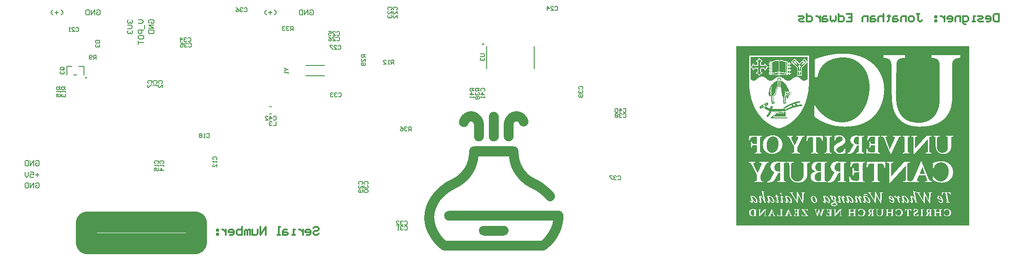
<source format=gbo>
G04*
G04 #@! TF.GenerationSoftware,Altium Limited,Altium Designer,22.8.2 (66)*
G04*
G04 Layer_Color=32896*
%FSLAX25Y25*%
%MOIN*%
G70*
G04*
G04 #@! TF.SameCoordinates,F23DE1FB-CEBC-40D8-82DF-6EE2EAA0B71B*
G04*
G04*
G04 #@! TF.FilePolarity,Positive*
G04*
G01*
G75*
%ADD10C,0.01000*%
%ADD11C,0.00787*%
%ADD12C,0.01181*%
%ADD19C,0.00600*%
%ADD20C,0.00500*%
%ADD111C,0.00984*%
%ADD141C,0.15748*%
G36*
X381340Y113406D02*
X381678D01*
Y113237D01*
X382859D01*
Y113068D01*
X383366D01*
Y112899D01*
X383704D01*
Y112731D01*
X384042D01*
Y112562D01*
X384379D01*
Y112393D01*
X384886D01*
Y112224D01*
X385055D01*
Y112055D01*
X385392D01*
Y111886D01*
X385561D01*
Y111717D01*
X385730D01*
Y111549D01*
X386068D01*
Y111380D01*
X386237D01*
Y111211D01*
X386406D01*
Y111042D01*
X386743D01*
Y110873D01*
X386912D01*
Y110704D01*
X387081D01*
Y110366D01*
X387250D01*
Y110198D01*
X387419D01*
Y110029D01*
X387588D01*
Y109860D01*
X387757D01*
Y109522D01*
X387926D01*
Y109353D01*
X388094D01*
Y109184D01*
X388263D01*
Y108847D01*
X388432D01*
Y108509D01*
X388601D01*
Y108171D01*
X388770D01*
Y107834D01*
X388939D01*
Y107496D01*
X389108D01*
Y106820D01*
X389277D01*
Y106651D01*
Y106145D01*
X389445D01*
Y105469D01*
X389277D01*
Y104625D01*
X389108D01*
Y104287D01*
X388939D01*
Y103949D01*
X388770D01*
Y103781D01*
X388601D01*
Y103443D01*
X388432D01*
Y103274D01*
X388263D01*
Y103105D01*
X388094D01*
Y102936D01*
X387926D01*
Y102768D01*
X387588D01*
Y102599D01*
X387250D01*
Y102430D01*
X386912D01*
Y102261D01*
X386237D01*
Y102092D01*
X385224D01*
Y102261D01*
X384548D01*
Y102430D01*
X384210D01*
Y102599D01*
X383873D01*
Y102768D01*
X383704D01*
Y102936D01*
X383366D01*
Y103105D01*
X383197D01*
Y103274D01*
X383028D01*
Y103443D01*
X382859D01*
Y103781D01*
X382691D01*
Y103949D01*
X382522D01*
Y104287D01*
X382353D01*
Y104625D01*
X382184D01*
Y104963D01*
X382015D01*
Y105300D01*
X381846D01*
Y105469D01*
X381509D01*
Y105638D01*
X381340D01*
Y105807D01*
X381002D01*
Y105976D01*
X379989D01*
Y105807D01*
X379651D01*
Y105638D01*
X379482D01*
Y105469D01*
X379145D01*
Y105300D01*
X378976D01*
Y105132D01*
X378807D01*
Y104794D01*
X378638D01*
Y104625D01*
X378469D01*
Y103781D01*
X378300D01*
Y93986D01*
X378131D01*
Y93480D01*
X377962D01*
Y92973D01*
X377794D01*
Y92804D01*
X377625D01*
Y92467D01*
X377456D01*
Y92298D01*
X377287D01*
Y92129D01*
X377118D01*
Y91960D01*
X376949D01*
Y91791D01*
X376611D01*
Y91622D01*
X376443D01*
Y91453D01*
X376105D01*
Y91285D01*
X375260D01*
Y91116D01*
X373910D01*
Y91285D01*
X373234D01*
Y91453D01*
X372896D01*
Y91622D01*
X372727D01*
Y91791D01*
X372390D01*
Y91960D01*
X372221D01*
Y92129D01*
X372052D01*
Y92298D01*
X371883D01*
Y92467D01*
X371714D01*
Y92804D01*
X371546D01*
Y92973D01*
X371377D01*
Y93311D01*
X371208D01*
Y94155D01*
X371039D01*
Y104963D01*
X371208D01*
Y105807D01*
X371377D01*
Y106483D01*
X371546D01*
Y106989D01*
X371714D01*
Y107327D01*
X371883D01*
Y107834D01*
X372052D01*
Y108171D01*
X372221D01*
Y108340D01*
X372390D01*
Y108678D01*
X372559D01*
Y108847D01*
X372727D01*
Y109184D01*
X372896D01*
Y109522D01*
X373065D01*
Y109691D01*
X373234D01*
Y109860D01*
X373403D01*
Y110029D01*
X373572D01*
Y110198D01*
X373741D01*
Y110366D01*
X373910D01*
Y110704D01*
X374247D01*
Y110873D01*
X374416D01*
Y111042D01*
X374585D01*
Y111211D01*
X374754D01*
Y111380D01*
X374923D01*
Y111549D01*
X375092D01*
Y111717D01*
X375429D01*
Y111886D01*
X375767D01*
Y112055D01*
X375936D01*
Y112224D01*
X376274D01*
Y112393D01*
X376611D01*
Y112562D01*
X376780D01*
Y112731D01*
X377456D01*
Y112899D01*
X377625D01*
Y113068D01*
X378131D01*
Y113237D01*
X379313D01*
Y113406D01*
X379651D01*
Y113575D01*
X381340D01*
Y113406D01*
D02*
G37*
G36*
X363947Y112899D02*
X364622D01*
Y112731D01*
X365297D01*
Y112562D01*
X365466D01*
Y112393D01*
X365804D01*
Y112224D01*
X365973D01*
Y112055D01*
X366142D01*
Y111886D01*
X366311D01*
Y111717D01*
X366479D01*
Y111549D01*
X366648D01*
Y111211D01*
X366817D01*
Y110873D01*
X366986D01*
Y110366D01*
X367155D01*
Y109522D01*
X367324D01*
Y105638D01*
Y105469D01*
Y94662D01*
X367155D01*
Y93649D01*
X366986D01*
Y93142D01*
X366817D01*
Y92804D01*
X366648D01*
Y92636D01*
X366479D01*
Y92298D01*
X366311D01*
Y92129D01*
X366142D01*
Y91960D01*
X365973D01*
Y91791D01*
X365635D01*
Y91622D01*
X365466D01*
Y91453D01*
X365128D01*
Y91285D01*
X364284D01*
Y91116D01*
X362933D01*
Y91285D01*
X362089D01*
Y91453D01*
X361751D01*
Y91622D01*
X361582D01*
Y91791D01*
X361245D01*
Y91960D01*
X361076D01*
Y92129D01*
X360907D01*
Y92298D01*
X360738D01*
Y92636D01*
X360569D01*
Y92804D01*
X360400D01*
Y93142D01*
X360231D01*
Y93649D01*
X360063D01*
Y94662D01*
X359894D01*
Y109353D01*
X360063D01*
Y110366D01*
X360231D01*
Y110873D01*
X360400D01*
Y111211D01*
X360569D01*
Y111549D01*
X360738D01*
Y111717D01*
X360907D01*
Y111886D01*
X361076D01*
Y112055D01*
X361245D01*
Y112224D01*
X361414D01*
Y112393D01*
X361751D01*
Y112562D01*
X361920D01*
Y112731D01*
X362596D01*
Y112899D01*
X363271D01*
Y113068D01*
X363947D01*
Y112899D01*
D02*
G37*
G36*
X347566Y113406D02*
X347904D01*
Y113237D01*
X349086D01*
Y113068D01*
X349593D01*
Y112899D01*
X349762D01*
Y112731D01*
X350437D01*
Y112562D01*
X350606D01*
Y112393D01*
X350944D01*
Y112224D01*
X351281D01*
Y112055D01*
X351619D01*
Y111886D01*
X351788D01*
Y111717D01*
X352126D01*
Y111549D01*
X352295D01*
Y111380D01*
X352464D01*
Y111211D01*
X352632D01*
Y111042D01*
X352801D01*
Y110873D01*
X353139D01*
Y110704D01*
X353308D01*
Y110366D01*
X353477D01*
Y110198D01*
X353646D01*
Y110029D01*
X353814D01*
Y109860D01*
X353983D01*
Y109691D01*
X354152D01*
Y109522D01*
X354321D01*
Y109184D01*
X354490D01*
Y108847D01*
X354659D01*
Y108678D01*
X354828D01*
Y108340D01*
X354996D01*
Y108171D01*
X355165D01*
Y107834D01*
X355334D01*
Y107327D01*
X355503D01*
Y106989D01*
X355672D01*
Y106483D01*
X355841D01*
Y105807D01*
X356010D01*
Y104963D01*
X356179D01*
Y94155D01*
X356010D01*
Y93311D01*
X355841D01*
Y92973D01*
X355672D01*
Y92804D01*
X355503D01*
Y92467D01*
X355334D01*
Y92298D01*
X355165D01*
Y92129D01*
X354996D01*
Y91960D01*
X354828D01*
Y91791D01*
X354490D01*
Y91622D01*
X354321D01*
Y91453D01*
X353983D01*
Y91285D01*
X353308D01*
Y91116D01*
X351957D01*
Y91285D01*
X351113D01*
Y91453D01*
X350775D01*
Y91622D01*
X350606D01*
Y91791D01*
X350268D01*
Y91960D01*
X350099D01*
Y92129D01*
X349931D01*
Y92298D01*
X349762D01*
Y92467D01*
X349593D01*
Y92804D01*
X349424D01*
Y92973D01*
X349255D01*
Y93480D01*
X349086D01*
Y93986D01*
X348917D01*
Y103781D01*
X348748D01*
Y104456D01*
X348580D01*
Y104625D01*
X348411D01*
Y104963D01*
X348242D01*
Y105132D01*
X348073D01*
Y105300D01*
X347904D01*
Y105469D01*
X347566D01*
Y105638D01*
X347229D01*
Y105807D01*
X346047D01*
Y105638D01*
X345709D01*
Y105469D01*
X345540D01*
Y105300D01*
X345371D01*
Y105132D01*
X345202D01*
Y104794D01*
X345033D01*
Y104456D01*
X344865D01*
Y104118D01*
X344696D01*
Y103781D01*
X344527D01*
Y103443D01*
X344358D01*
Y103105D01*
X344189D01*
Y102936D01*
X344020D01*
Y102768D01*
X343851D01*
Y102599D01*
X343514D01*
Y102430D01*
X343345D01*
Y102261D01*
X343176D01*
Y102092D01*
X342838D01*
Y101923D01*
X342332D01*
Y101754D01*
X340474D01*
Y101923D01*
X339967D01*
Y102092D01*
X339798D01*
Y102261D01*
X339461D01*
Y102430D01*
X339123D01*
Y102599D01*
X338954D01*
Y102768D01*
X338785D01*
Y102936D01*
X338616D01*
Y103105D01*
X338448D01*
Y103443D01*
X338279D01*
Y103612D01*
X338110D01*
Y104118D01*
X337941D01*
Y104794D01*
X337772D01*
Y105976D01*
X337941D01*
Y106651D01*
X338110D01*
Y107158D01*
X338279D01*
Y107496D01*
X338448D01*
Y107834D01*
X338616D01*
Y108340D01*
X338785D01*
Y108678D01*
X338954D01*
Y109016D01*
X339123D01*
Y109184D01*
X339292D01*
Y109522D01*
X339461D01*
Y109691D01*
X339630D01*
Y109860D01*
X339798D01*
Y110198D01*
X339967D01*
Y110366D01*
X340136D01*
Y110535D01*
X340305D01*
Y110704D01*
X340474D01*
Y110873D01*
X340643D01*
Y111042D01*
X340812D01*
Y111211D01*
X341149D01*
Y111380D01*
X341318D01*
Y111549D01*
X341487D01*
Y111717D01*
X341656D01*
Y111886D01*
X341994D01*
Y112055D01*
X342163D01*
Y112224D01*
X342500D01*
Y112393D01*
X342838D01*
Y112562D01*
X343176D01*
Y112731D01*
X343514D01*
Y112899D01*
X343851D01*
Y113068D01*
X344358D01*
Y113237D01*
X345540D01*
Y113406D01*
X345878D01*
Y113575D01*
X347566D01*
Y113406D01*
D02*
G37*
G36*
X378300Y87232D02*
X379313D01*
Y87063D01*
X379820D01*
Y86894D01*
X380158D01*
Y86725D01*
X380327D01*
Y86556D01*
X380495D01*
Y86387D01*
X380833D01*
Y86219D01*
X381002D01*
Y86050D01*
X381171D01*
Y85712D01*
X381340D01*
Y85543D01*
X381509D01*
Y85205D01*
X381678D01*
Y84699D01*
X381846D01*
Y83854D01*
X382015D01*
Y81321D01*
X382184D01*
Y79633D01*
X382353D01*
Y78788D01*
X382522D01*
Y77944D01*
X382691D01*
Y77100D01*
X382859D01*
Y76593D01*
X383028D01*
Y76086D01*
X383197D01*
Y75580D01*
X383366D01*
Y75073D01*
X383535D01*
Y74736D01*
X383704D01*
Y74229D01*
X383873D01*
Y73891D01*
X384042D01*
Y73554D01*
X384210D01*
Y73216D01*
X384379D01*
Y72878D01*
X384548D01*
Y72540D01*
X384717D01*
Y72372D01*
X384886D01*
Y71865D01*
X385055D01*
Y71696D01*
X385224D01*
Y71358D01*
X385392D01*
Y71189D01*
X385561D01*
Y70852D01*
X385730D01*
Y70683D01*
X385899D01*
Y70514D01*
X386068D01*
Y70176D01*
X386237D01*
Y70007D01*
X386406D01*
Y69670D01*
X386575D01*
Y69501D01*
X386743D01*
Y69332D01*
X386912D01*
Y68994D01*
X387081D01*
Y68825D01*
X387250D01*
Y68656D01*
X387419D01*
Y68488D01*
X387588D01*
Y68319D01*
X387757D01*
Y68150D01*
X387926D01*
Y67981D01*
X388094D01*
Y67812D01*
X388263D01*
Y67474D01*
X388432D01*
Y67305D01*
X388601D01*
Y67137D01*
X388770D01*
Y66968D01*
X388939D01*
Y66799D01*
X389108D01*
Y66630D01*
X389277D01*
Y66461D01*
X389445D01*
Y66292D01*
X389783D01*
Y66123D01*
X389952D01*
Y65955D01*
X390121D01*
Y65786D01*
X390458D01*
Y65617D01*
X390627D01*
Y65448D01*
X390796D01*
Y65279D01*
X390965D01*
Y65110D01*
X391303D01*
Y64941D01*
X391472D01*
Y64772D01*
X391641D01*
Y64604D01*
X391978D01*
Y64435D01*
X392316D01*
Y64266D01*
X392485D01*
Y64097D01*
X392823D01*
Y63928D01*
X393160D01*
Y63759D01*
X393498D01*
Y63590D01*
X393667D01*
Y63421D01*
X394005D01*
Y63253D01*
X394342D01*
Y63084D01*
X394680D01*
Y62915D01*
X395018D01*
Y62746D01*
X395356D01*
Y62577D01*
X395693D01*
Y62408D01*
X396200D01*
Y62239D01*
X396369D01*
Y62071D01*
X396707D01*
Y61902D01*
X397044D01*
Y61733D01*
X397382D01*
Y61564D01*
X397551D01*
Y61395D01*
X397889D01*
Y61226D01*
X398226D01*
Y61057D01*
X398395D01*
Y60888D01*
X398733D01*
Y60720D01*
X398902D01*
Y60551D01*
X399240D01*
Y60382D01*
X399577D01*
Y60213D01*
X399746D01*
Y60044D01*
X400084D01*
Y59875D01*
X400253D01*
Y59706D01*
X400591D01*
Y59538D01*
X400759D01*
Y59369D01*
X401097D01*
Y59200D01*
X401266D01*
Y59031D01*
X401435D01*
Y58862D01*
X401773D01*
Y58693D01*
X401941D01*
Y58524D01*
X402110D01*
Y58355D01*
X402448D01*
Y58187D01*
X402617D01*
Y58018D01*
X402786D01*
Y57849D01*
X402955D01*
Y57680D01*
X403292D01*
Y57511D01*
X403461D01*
Y57342D01*
X403630D01*
Y57174D01*
X403799D01*
Y57005D01*
X403968D01*
Y56836D01*
X404137D01*
Y56667D01*
X404306D01*
Y56498D01*
X404643D01*
Y56329D01*
X404812D01*
Y56160D01*
X404981D01*
Y55991D01*
X405150D01*
Y55822D01*
X405319D01*
Y55654D01*
X405488D01*
Y55485D01*
X405657D01*
Y55316D01*
X405825D01*
Y55147D01*
X405994D01*
Y54978D01*
X406163D01*
Y54809D01*
X406332D01*
Y54472D01*
X406670D01*
Y54134D01*
X406839D01*
Y53965D01*
X407008D01*
Y53796D01*
X407176D01*
Y53627D01*
X407345D01*
Y53458D01*
X407514D01*
Y53290D01*
X407683D01*
Y53121D01*
X407852D01*
Y52952D01*
X408021D01*
Y52614D01*
X408190D01*
Y52445D01*
X408358D01*
Y52108D01*
X408527D01*
Y51939D01*
X408696D01*
Y51601D01*
X408865D01*
Y50925D01*
X409034D01*
Y49575D01*
X408865D01*
Y48899D01*
X408696D01*
Y48561D01*
X408527D01*
Y48392D01*
X408358D01*
Y48055D01*
X408190D01*
Y47886D01*
X408021D01*
Y47717D01*
X407852D01*
Y47548D01*
X407683D01*
Y47379D01*
X407514D01*
Y47210D01*
X407176D01*
Y47041D01*
X407008D01*
Y46873D01*
X406670D01*
Y46704D01*
X405488D01*
Y46535D01*
X405150D01*
Y46704D01*
X404474D01*
Y46873D01*
X403968D01*
Y47041D01*
X403630D01*
Y47210D01*
X403292D01*
Y47379D01*
X403124D01*
Y47548D01*
X402955D01*
Y47717D01*
X402786D01*
Y47886D01*
X402617D01*
Y48055D01*
X402448D01*
Y48224D01*
X402279D01*
Y48392D01*
X402110D01*
Y48561D01*
X401941D01*
Y48730D01*
X401773D01*
Y48899D01*
X401604D01*
Y49068D01*
X401435D01*
Y49237D01*
X401266D01*
Y49406D01*
X401097D01*
Y49575D01*
X400928D01*
Y49743D01*
X400759D01*
Y49912D01*
X400591D01*
Y50081D01*
X400422D01*
Y50250D01*
X400253D01*
Y50419D01*
X400084D01*
Y50588D01*
X399915D01*
Y50757D01*
X399746D01*
Y50925D01*
X399577D01*
Y51094D01*
X399409D01*
Y51263D01*
X399071D01*
Y51432D01*
X398902D01*
Y51601D01*
X398733D01*
Y51770D01*
X398564D01*
Y51939D01*
X398395D01*
Y52108D01*
X398226D01*
Y52276D01*
X398058D01*
Y52445D01*
X397720D01*
Y52614D01*
X397551D01*
Y52783D01*
X397213D01*
Y52952D01*
X397044D01*
Y53121D01*
X396876D01*
Y53290D01*
X396538D01*
Y53458D01*
X396369D01*
Y53627D01*
X396031D01*
Y53796D01*
X395862D01*
Y53965D01*
X395525D01*
Y54134D01*
X395356D01*
Y54303D01*
X395187D01*
Y54472D01*
X394849D01*
Y54641D01*
X394680D01*
Y54809D01*
X394174D01*
Y54978D01*
X394005D01*
Y55147D01*
X393667D01*
Y55316D01*
X393329D01*
Y55485D01*
X393160D01*
Y55654D01*
X392654D01*
Y55822D01*
X392485D01*
Y55991D01*
X391978D01*
Y56160D01*
X391641D01*
Y56329D01*
X391472D01*
Y56498D01*
X390965D01*
Y56667D01*
X390796D01*
Y56836D01*
X390458D01*
Y57005D01*
X390121D01*
Y57174D01*
X389783D01*
Y57342D01*
X389614D01*
Y57511D01*
X389277D01*
Y57680D01*
X388939D01*
Y57849D01*
X388601D01*
Y58018D01*
X388263D01*
Y58187D01*
X387926D01*
Y58355D01*
X387757D01*
Y58524D01*
X387588D01*
Y58693D01*
X387250D01*
Y58862D01*
X387081D01*
Y59031D01*
X386743D01*
Y59200D01*
X386575D01*
Y59369D01*
X386406D01*
Y59538D01*
X386068D01*
Y59706D01*
X385899D01*
Y59875D01*
X385730D01*
Y60044D01*
X385561D01*
Y60213D01*
X385224D01*
Y60382D01*
X385055D01*
Y60551D01*
X384886D01*
Y60720D01*
X384548D01*
Y60888D01*
X384379D01*
Y61057D01*
X384210D01*
Y61226D01*
X384042D01*
Y61395D01*
X383873D01*
Y61564D01*
X383704D01*
Y61733D01*
X383535D01*
Y61902D01*
X383366D01*
Y62071D01*
X383197D01*
Y62239D01*
X383028D01*
Y62408D01*
X382859D01*
Y62577D01*
X382691D01*
Y62746D01*
X382522D01*
Y62915D01*
X382353D01*
Y63084D01*
X382184D01*
Y63253D01*
X382015D01*
Y63590D01*
X381846D01*
Y63759D01*
X381678D01*
Y63928D01*
X381509D01*
Y64097D01*
X381340D01*
Y64435D01*
X381171D01*
Y64604D01*
X381002D01*
Y64772D01*
X380833D01*
Y64941D01*
X380664D01*
Y65279D01*
X380495D01*
Y65448D01*
X380327D01*
Y65617D01*
X380158D01*
Y65955D01*
X379989D01*
Y66123D01*
X379820D01*
Y66292D01*
X379651D01*
Y66630D01*
X379482D01*
Y66968D01*
X379313D01*
Y67305D01*
X379145D01*
Y67474D01*
X378976D01*
Y67812D01*
X378807D01*
Y68150D01*
X378638D01*
Y68319D01*
X378469D01*
Y68656D01*
X378300D01*
Y68994D01*
X378131D01*
Y69163D01*
X377962D01*
Y69501D01*
X377794D01*
Y69839D01*
X377625D01*
Y70345D01*
X377456D01*
Y70514D01*
X377287D01*
Y71021D01*
X377118D01*
Y71358D01*
X376949D01*
Y71696D01*
X376780D01*
Y72203D01*
X376611D01*
Y72540D01*
X376443D01*
Y73216D01*
X376274D01*
Y73554D01*
X376105D01*
Y74398D01*
X375936D01*
Y74905D01*
X375767D01*
Y75580D01*
X375598D01*
Y76086D01*
X375429D01*
Y76931D01*
X375260D01*
Y78282D01*
X375092D01*
Y79295D01*
X374923D01*
Y79802D01*
X374754D01*
Y79971D01*
X352464D01*
Y79802D01*
X352295D01*
Y79295D01*
X352126D01*
Y78282D01*
X351957D01*
Y76931D01*
X351788D01*
Y76086D01*
X351619D01*
Y75580D01*
X351450D01*
Y74905D01*
X351281D01*
Y74398D01*
X351113D01*
Y73722D01*
X350944D01*
Y73216D01*
X350775D01*
Y72540D01*
X350606D01*
Y72372D01*
X350437D01*
Y71865D01*
X350268D01*
Y71527D01*
X350099D01*
Y71021D01*
X349931D01*
Y70683D01*
X349762D01*
Y70345D01*
X349593D01*
Y69839D01*
X349424D01*
Y69501D01*
X349255D01*
Y69163D01*
X349086D01*
Y68994D01*
X348917D01*
Y68656D01*
X348748D01*
Y68319D01*
X348580D01*
Y68150D01*
X348411D01*
Y67812D01*
X348242D01*
Y67474D01*
X348073D01*
Y67305D01*
X347904D01*
Y66968D01*
X347735D01*
Y66799D01*
X347566D01*
Y66461D01*
X347397D01*
Y66123D01*
X347229D01*
Y65955D01*
X347060D01*
Y65617D01*
X346891D01*
Y65448D01*
X346722D01*
Y65279D01*
X346553D01*
Y65110D01*
X346384D01*
Y64772D01*
X346216D01*
Y64604D01*
X346047D01*
Y64435D01*
X345878D01*
Y64266D01*
X345709D01*
Y63928D01*
X345540D01*
Y63759D01*
X345371D01*
Y63590D01*
X345202D01*
Y63421D01*
X345033D01*
Y63084D01*
X344865D01*
Y62915D01*
X344696D01*
Y62746D01*
X344358D01*
Y62408D01*
X344189D01*
Y62239D01*
X344020D01*
Y62071D01*
X343851D01*
Y61902D01*
X343514D01*
Y61733D01*
X343345D01*
Y61564D01*
X343176D01*
Y61395D01*
X343007D01*
Y61226D01*
X342838D01*
Y61057D01*
X342669D01*
Y60888D01*
X342500D01*
Y60720D01*
X342332D01*
Y60551D01*
X342163D01*
Y60382D01*
X341994D01*
Y60213D01*
X341656D01*
Y60044D01*
X341487D01*
Y59875D01*
X341318D01*
Y59706D01*
X340981D01*
Y59538D01*
X340812D01*
Y59369D01*
X340643D01*
Y59200D01*
X340305D01*
Y59031D01*
X340136D01*
Y58862D01*
X339798D01*
Y58693D01*
X339630D01*
Y58524D01*
X339461D01*
Y58355D01*
X339123D01*
Y58187D01*
X338785D01*
Y58018D01*
X338616D01*
Y57849D01*
X338279D01*
Y57680D01*
X337941D01*
Y57511D01*
X337603D01*
Y57342D01*
X337434D01*
Y57174D01*
X337097D01*
Y57005D01*
X336759D01*
Y56836D01*
X336421D01*
Y56667D01*
X336252D01*
Y56498D01*
X335746D01*
Y56329D01*
X335408D01*
Y56160D01*
X335070D01*
Y55991D01*
X334733D01*
Y55822D01*
X334564D01*
Y55654D01*
X334057D01*
Y55485D01*
X333888D01*
Y55316D01*
X333550D01*
Y55147D01*
X333213D01*
Y54978D01*
X333044D01*
Y54809D01*
X332706D01*
Y54641D01*
X332368D01*
Y54472D01*
X332031D01*
Y54303D01*
X331862D01*
Y54134D01*
X331524D01*
Y53965D01*
X331186D01*
Y53796D01*
X331017D01*
Y53627D01*
X330680D01*
Y53458D01*
X330511D01*
Y53290D01*
X330342D01*
Y53121D01*
X330004D01*
Y52952D01*
X329835D01*
Y52783D01*
X329666D01*
Y52614D01*
X329329D01*
Y52445D01*
X329160D01*
Y52276D01*
X328991D01*
Y52108D01*
X328822D01*
Y51939D01*
X328484D01*
Y51770D01*
X328316D01*
Y51601D01*
X328147D01*
Y51432D01*
X327978D01*
Y51263D01*
X327809D01*
Y51094D01*
X327640D01*
Y50925D01*
X327471D01*
Y50757D01*
X327302D01*
Y50588D01*
X327133D01*
Y50419D01*
X326965D01*
Y50250D01*
X326796D01*
Y50081D01*
X326627D01*
Y49912D01*
X326458D01*
Y49743D01*
X326289D01*
Y49575D01*
X326120D01*
Y49406D01*
X325951D01*
Y49237D01*
X325783D01*
Y49068D01*
X325614D01*
Y48899D01*
X325445D01*
Y48730D01*
X325276D01*
Y48561D01*
X325107D01*
Y48392D01*
X324938D01*
Y48224D01*
X324769D01*
Y48055D01*
X324601D01*
Y47886D01*
X324432D01*
Y47548D01*
X324263D01*
Y47379D01*
X324094D01*
Y47210D01*
X323925D01*
Y47041D01*
X323756D01*
Y46704D01*
X323587D01*
Y46535D01*
X323418D01*
Y46197D01*
X323250D01*
Y46028D01*
X323081D01*
Y45691D01*
X322912D01*
Y45522D01*
X322743D01*
Y45184D01*
X322574D01*
Y45015D01*
X322405D01*
Y44677D01*
X322236D01*
Y44340D01*
X322067D01*
Y44002D01*
X321899D01*
Y43664D01*
X321730D01*
Y43326D01*
X321561D01*
Y42989D01*
X321392D01*
Y42651D01*
X321223D01*
Y42144D01*
X321054D01*
Y41807D01*
X320885D01*
Y41469D01*
X320717D01*
Y40962D01*
X320548D01*
Y40624D01*
X320379D01*
Y39949D01*
X320210D01*
Y39611D01*
X320041D01*
Y38598D01*
X319872D01*
Y38091D01*
X319703D01*
Y37078D01*
X319534D01*
Y35727D01*
X319366D01*
Y33701D01*
X319534D01*
Y32350D01*
X319703D01*
Y31168D01*
X319872D01*
Y30661D01*
X320041D01*
Y29817D01*
X320210D01*
Y29479D01*
X320379D01*
Y28635D01*
X320548D01*
Y28128D01*
X320717D01*
Y27622D01*
X320885D01*
Y27453D01*
Y27284D01*
X321054D01*
Y26946D01*
X321223D01*
Y26440D01*
X321392D01*
Y26102D01*
X321561D01*
Y25595D01*
X321730D01*
Y25258D01*
X321899D01*
Y24920D01*
X322067D01*
Y24582D01*
X322236D01*
Y24244D01*
X322405D01*
Y24076D01*
X322574D01*
Y23738D01*
X322743D01*
Y23400D01*
X322912D01*
Y23231D01*
X323081D01*
Y22894D01*
X323250D01*
Y22556D01*
X323418D01*
Y22387D01*
X323587D01*
Y22049D01*
X323756D01*
Y21880D01*
X323925D01*
Y21543D01*
X324094D01*
Y21374D01*
X324263D01*
Y21205D01*
X324432D01*
Y21036D01*
X324601D01*
Y20698D01*
X324769D01*
Y20529D01*
X324938D01*
Y20360D01*
X325107D01*
Y20192D01*
X325276D01*
Y20023D01*
X325445D01*
Y19854D01*
X325614D01*
Y19516D01*
X325783D01*
Y19347D01*
X325951D01*
Y19178D01*
X326120D01*
Y19010D01*
X326289D01*
Y18841D01*
X326458D01*
Y18672D01*
X326627D01*
Y18503D01*
X326796D01*
Y18334D01*
X327133D01*
Y18165D01*
X327302D01*
Y17996D01*
X327471D01*
Y17828D01*
X327640D01*
Y17659D01*
X327809D01*
Y17490D01*
X327978D01*
Y17321D01*
X328316D01*
Y17152D01*
X398902D01*
Y17321D01*
X399240D01*
Y17490D01*
X399409D01*
Y17659D01*
X399577D01*
Y17828D01*
X399746D01*
Y17996D01*
X399915D01*
Y18165D01*
X400084D01*
Y18334D01*
X400253D01*
Y18503D01*
X400422D01*
Y18672D01*
X400591D01*
Y18841D01*
X400759D01*
Y19010D01*
X400928D01*
Y19178D01*
X401097D01*
Y19347D01*
X401266D01*
Y19516D01*
X401435D01*
Y19685D01*
X401604D01*
Y19854D01*
X401773D01*
Y20023D01*
X401941D01*
Y20360D01*
X402110D01*
Y20529D01*
X402279D01*
Y20698D01*
X402448D01*
Y20867D01*
X402617D01*
Y21205D01*
X402786D01*
Y21374D01*
X402955D01*
Y21543D01*
X403124D01*
Y21880D01*
X403292D01*
Y22049D01*
X403461D01*
Y22218D01*
X403630D01*
Y22556D01*
X403799D01*
Y22725D01*
X403968D01*
Y23062D01*
X404137D01*
Y23231D01*
X404306D01*
Y23569D01*
X404474D01*
Y23907D01*
X404643D01*
Y24076D01*
X404812D01*
Y24413D01*
X404981D01*
Y24751D01*
X405150D01*
Y25089D01*
X405319D01*
Y25427D01*
X405488D01*
Y25764D01*
X405657D01*
Y26102D01*
X405825D01*
Y26440D01*
X405994D01*
Y26946D01*
X406163D01*
Y27284D01*
X406332D01*
Y27791D01*
X406501D01*
Y28297D01*
X406670D01*
Y28635D01*
X406839D01*
Y29310D01*
X407008D01*
Y29648D01*
X407176D01*
Y30661D01*
X407345D01*
Y31168D01*
X407514D01*
Y32181D01*
X329160D01*
Y32350D01*
X328991D01*
Y32519D01*
X328653D01*
Y32688D01*
X328484D01*
Y32857D01*
X328147D01*
Y33026D01*
X327978D01*
Y33194D01*
X327809D01*
Y33363D01*
X327640D01*
Y33701D01*
X327471D01*
Y33870D01*
X327302D01*
Y34208D01*
X327133D01*
Y34376D01*
X326965D01*
Y35390D01*
X326796D01*
Y36234D01*
X326965D01*
Y37247D01*
X327133D01*
Y37416D01*
X327302D01*
Y37754D01*
X327471D01*
Y37923D01*
X327640D01*
Y38091D01*
X327809D01*
Y38429D01*
X328147D01*
Y38598D01*
X328316D01*
Y38767D01*
X328653D01*
Y38936D01*
X328822D01*
Y39105D01*
X329329D01*
Y39274D01*
X329835D01*
Y39443D01*
X413087D01*
Y39274D01*
X413256D01*
Y39105D01*
X413424D01*
Y38936D01*
X413762D01*
Y38767D01*
X413931D01*
Y38598D01*
X414100D01*
Y38429D01*
X414269D01*
Y38260D01*
X414438D01*
Y37923D01*
X414607D01*
Y37754D01*
X414775D01*
Y37416D01*
X414944D01*
Y36741D01*
X415282D01*
Y32181D01*
X415113D01*
Y31844D01*
X414944D01*
Y30324D01*
X414775D01*
Y29310D01*
X414607D01*
Y28804D01*
X414438D01*
Y27791D01*
X414269D01*
Y27453D01*
X414100D01*
Y26777D01*
X413931D01*
Y26271D01*
X413762D01*
Y25764D01*
X413593D01*
Y25258D01*
X413424D01*
Y24920D01*
X413256D01*
Y24413D01*
X413087D01*
Y24076D01*
X412918D01*
Y23569D01*
X412749D01*
Y23231D01*
X412580D01*
Y22894D01*
X412411D01*
Y22556D01*
X412242D01*
Y22387D01*
X412074D01*
Y22049D01*
X411905D01*
Y21711D01*
X411736D01*
Y21374D01*
X411567D01*
Y21036D01*
X411398D01*
Y20867D01*
X411229D01*
Y20529D01*
X411060D01*
Y20192D01*
X410891D01*
Y20023D01*
X410722D01*
Y19685D01*
X410554D01*
Y19347D01*
X410385D01*
Y19178D01*
X410216D01*
Y18841D01*
X410047D01*
Y18672D01*
X409878D01*
Y18334D01*
X409709D01*
Y18165D01*
X409541D01*
Y17828D01*
X409372D01*
Y17659D01*
X409203D01*
Y17321D01*
X409034D01*
Y17152D01*
X408865D01*
Y16983D01*
X408696D01*
Y16814D01*
X408527D01*
Y16645D01*
X408358D01*
Y16308D01*
X408190D01*
Y16139D01*
X408021D01*
Y15970D01*
X407852D01*
Y15632D01*
X407683D01*
Y15463D01*
X407514D01*
Y15294D01*
X407345D01*
Y15126D01*
X407176D01*
Y14957D01*
X407008D01*
Y14788D01*
X406839D01*
Y14619D01*
X406670D01*
Y14450D01*
X406501D01*
Y14281D01*
X406332D01*
Y13944D01*
X405994D01*
Y13606D01*
X405657D01*
Y13437D01*
X405488D01*
Y13099D01*
X405150D01*
Y12762D01*
X404812D01*
Y12593D01*
X404643D01*
Y12424D01*
X404474D01*
Y12255D01*
X404306D01*
Y12086D01*
X404137D01*
Y11917D01*
X403968D01*
Y11748D01*
X403799D01*
Y11579D01*
X403630D01*
Y11411D01*
X403461D01*
Y11242D01*
X403124D01*
Y11073D01*
X402955D01*
Y10904D01*
X402786D01*
Y10735D01*
X402448D01*
Y10566D01*
X402279D01*
Y10397D01*
X401941D01*
Y10228D01*
X401097D01*
Y10060D01*
X400928D01*
Y9891D01*
X326289D01*
Y10060D01*
X326120D01*
Y10228D01*
X325445D01*
Y10397D01*
X325107D01*
Y10566D01*
X324769D01*
Y10735D01*
X324432D01*
Y10904D01*
X324263D01*
Y11073D01*
X324094D01*
Y11242D01*
X323925D01*
Y11411D01*
X323587D01*
Y11579D01*
X323418D01*
Y11748D01*
X323250D01*
Y11917D01*
X323081D01*
Y12086D01*
X322912D01*
Y12255D01*
X322743D01*
Y12424D01*
X322574D01*
Y12593D01*
X322405D01*
Y12762D01*
X322236D01*
Y12930D01*
X322067D01*
Y13099D01*
X321899D01*
Y13268D01*
X321730D01*
Y13437D01*
X321561D01*
Y13606D01*
X321392D01*
Y13775D01*
X321223D01*
Y13944D01*
X321054D01*
Y14112D01*
X320885D01*
Y14281D01*
X320717D01*
Y14450D01*
X320548D01*
Y14619D01*
X320379D01*
Y14788D01*
X320210D01*
Y14957D01*
X320041D01*
Y15126D01*
X319872D01*
Y15294D01*
X319703D01*
Y15632D01*
X319534D01*
Y15801D01*
X319366D01*
Y15970D01*
X319197D01*
Y16139D01*
X319028D01*
Y16308D01*
X318859D01*
Y16645D01*
X318690D01*
Y16814D01*
X318521D01*
Y16983D01*
X318352D01*
Y17321D01*
X318184D01*
Y17490D01*
X318015D01*
Y17659D01*
X317846D01*
Y17996D01*
X317677D01*
Y18165D01*
X317508D01*
Y18334D01*
X317339D01*
Y18672D01*
X317170D01*
Y18841D01*
X317002D01*
Y19178D01*
X316833D01*
Y19516D01*
X316664D01*
Y19685D01*
X316495D01*
Y20023D01*
X316326D01*
Y20360D01*
X316157D01*
Y20529D01*
X315988D01*
Y20867D01*
X315819D01*
Y21205D01*
X315651D01*
Y21543D01*
X315482D01*
Y21711D01*
X315313D01*
Y22049D01*
X315144D01*
Y22387D01*
X314975D01*
Y22725D01*
X314806D01*
Y23062D01*
X314637D01*
Y23400D01*
X314469D01*
Y23738D01*
X314300D01*
Y24244D01*
X314131D01*
Y24582D01*
X313962D01*
Y25089D01*
X313793D01*
Y25427D01*
X313624D01*
Y25933D01*
X313455D01*
Y26440D01*
X313286D01*
Y26946D01*
X313118D01*
Y27622D01*
X312949D01*
Y27959D01*
X312780D01*
Y28973D01*
X312611D01*
Y29479D01*
X312442D01*
Y30492D01*
X312273D01*
Y32012D01*
X312104D01*
Y32350D01*
X311935D01*
Y35896D01*
X312104D01*
Y36234D01*
X312273D01*
Y38091D01*
X312442D01*
Y39105D01*
X312611D01*
Y39780D01*
X312780D01*
Y40624D01*
X312949D01*
Y41131D01*
X313118D01*
Y41807D01*
X313286D01*
Y42313D01*
X313455D01*
Y42820D01*
X313624D01*
Y43326D01*
X313793D01*
Y43833D01*
X313962D01*
Y44340D01*
X314131D01*
Y44677D01*
X314300D01*
Y45184D01*
X314469D01*
Y45522D01*
X314637D01*
Y45859D01*
X314806D01*
Y46197D01*
X314975D01*
Y46535D01*
X315144D01*
Y46873D01*
X315313D01*
Y47210D01*
X315482D01*
Y47548D01*
X315651D01*
Y47886D01*
X315819D01*
Y48055D01*
X315988D01*
Y48392D01*
X316157D01*
Y48730D01*
X316326D01*
Y49068D01*
X316495D01*
Y49237D01*
X316664D01*
Y49575D01*
X316833D01*
Y49743D01*
X317002D01*
Y50081D01*
X317170D01*
Y50250D01*
X317339D01*
Y50419D01*
X317508D01*
Y50757D01*
X317677D01*
Y50925D01*
X317846D01*
Y51263D01*
X318015D01*
Y51432D01*
X318184D01*
Y51601D01*
X318352D01*
Y51939D01*
X318521D01*
Y52108D01*
X318690D01*
Y52276D01*
X318859D01*
Y52445D01*
X319028D01*
Y52783D01*
X319197D01*
Y52952D01*
X319366D01*
Y53121D01*
X319534D01*
Y53290D01*
X319703D01*
Y53627D01*
X319872D01*
Y53796D01*
X320041D01*
Y53965D01*
X320210D01*
Y54134D01*
X320379D01*
Y54303D01*
X320548D01*
Y54472D01*
X320717D01*
Y54641D01*
X320885D01*
Y54809D01*
X321054D01*
Y54978D01*
X321223D01*
Y55147D01*
X321392D01*
Y55316D01*
X321561D01*
Y55485D01*
X321730D01*
Y55654D01*
X321899D01*
Y55822D01*
X322067D01*
Y55991D01*
X322236D01*
Y56160D01*
X322405D01*
Y56329D01*
X322574D01*
Y56498D01*
X322743D01*
Y56667D01*
X322912D01*
Y56836D01*
X323081D01*
Y57005D01*
X323250D01*
Y57174D01*
X323587D01*
Y57342D01*
X323756D01*
Y57511D01*
X323925D01*
Y57680D01*
X324094D01*
Y57849D01*
X324432D01*
Y58018D01*
X324601D01*
Y58187D01*
X324769D01*
Y58355D01*
X324938D01*
Y58524D01*
X325276D01*
Y58693D01*
X325445D01*
Y58862D01*
X325783D01*
Y59031D01*
X325951D01*
Y59200D01*
X326120D01*
Y59369D01*
X326458D01*
Y59538D01*
X326627D01*
Y59706D01*
X326965D01*
Y59875D01*
X327133D01*
Y60044D01*
X327302D01*
Y60213D01*
X327640D01*
Y60382D01*
X327809D01*
Y60551D01*
X328147D01*
Y60720D01*
X328316D01*
Y60888D01*
X328653D01*
Y61057D01*
X328991D01*
Y61226D01*
X329329D01*
Y61395D01*
X329666D01*
Y61564D01*
X329835D01*
Y61733D01*
X330173D01*
Y61902D01*
X330511D01*
Y62071D01*
X330849D01*
Y62239D01*
X331186D01*
Y62408D01*
X331524D01*
Y62577D01*
X331862D01*
Y62746D01*
X332200D01*
Y62915D01*
X332537D01*
Y63084D01*
X332875D01*
Y63253D01*
X333213D01*
Y63421D01*
X333550D01*
Y63590D01*
X333719D01*
Y63759D01*
X334057D01*
Y63928D01*
X334395D01*
Y64097D01*
X334733D01*
Y64266D01*
X334901D01*
Y64435D01*
X335239D01*
Y64604D01*
X335577D01*
Y64772D01*
X335746D01*
Y64941D01*
X335915D01*
Y65110D01*
X336252D01*
Y65279D01*
X336421D01*
Y65448D01*
X336590D01*
Y65617D01*
X336928D01*
Y65786D01*
X337097D01*
Y65955D01*
X337265D01*
Y66123D01*
X337434D01*
Y66292D01*
X337772D01*
Y66461D01*
X337941D01*
Y66630D01*
X338110D01*
Y66799D01*
X338279D01*
Y66968D01*
X338448D01*
Y67137D01*
X338616D01*
Y67305D01*
X338785D01*
Y67474D01*
X338954D01*
Y67643D01*
X339123D01*
Y67981D01*
X339292D01*
Y68150D01*
X339461D01*
Y68319D01*
X339630D01*
Y68488D01*
X339798D01*
Y68656D01*
X339967D01*
Y68825D01*
X340136D01*
Y68994D01*
X340305D01*
Y69163D01*
X340474D01*
Y69501D01*
X340643D01*
Y69670D01*
X340812D01*
Y70007D01*
X340981D01*
Y70176D01*
X341149D01*
Y70514D01*
X341318D01*
Y70683D01*
X341487D01*
Y70852D01*
X341656D01*
Y71189D01*
X341825D01*
Y71358D01*
X341994D01*
Y71696D01*
X342163D01*
Y71865D01*
X342332D01*
Y72372D01*
X342500D01*
Y72540D01*
X342669D01*
Y72878D01*
X342838D01*
Y73216D01*
X343007D01*
Y73554D01*
X343176D01*
Y73891D01*
X343345D01*
Y74229D01*
X343514D01*
Y74736D01*
X343683D01*
Y75073D01*
X343851D01*
Y75580D01*
X344020D01*
Y76086D01*
X344189D01*
Y76593D01*
X344358D01*
Y77100D01*
X344527D01*
Y77775D01*
X344696D01*
Y78788D01*
X344865D01*
Y79633D01*
X345033D01*
Y81321D01*
X345202D01*
Y83854D01*
X345371D01*
Y84699D01*
X345540D01*
Y85205D01*
X345709D01*
Y85543D01*
X345878D01*
Y85712D01*
X346047D01*
Y85881D01*
X346216D01*
Y86219D01*
X346384D01*
Y86387D01*
X346722D01*
Y86556D01*
X346891D01*
Y86725D01*
X347060D01*
Y86894D01*
X347397D01*
Y87063D01*
X348073D01*
Y87232D01*
X348917D01*
Y87401D01*
X378300D01*
Y87232D01*
D02*
G37*
G36*
X716775Y72550D02*
Y72497D01*
Y28418D01*
X543546D01*
Y161965D01*
X716775D01*
Y72550D01*
D02*
G37*
G36*
X371883Y28128D02*
X372390D01*
Y27959D01*
X372727D01*
Y27791D01*
X372896D01*
Y27622D01*
X373234D01*
Y27453D01*
X373403D01*
Y27284D01*
X373572D01*
Y27115D01*
X373741D01*
Y26777D01*
X373910D01*
Y26609D01*
X374078D01*
Y26440D01*
X374247D01*
Y26102D01*
X374416D01*
Y25427D01*
X374585D01*
Y23907D01*
X374416D01*
Y23400D01*
X374247D01*
Y23062D01*
X374078D01*
Y22725D01*
X373910D01*
Y22387D01*
X373741D01*
Y22218D01*
X373572D01*
Y22049D01*
X373403D01*
Y21880D01*
X373234D01*
Y21711D01*
X372896D01*
Y21543D01*
X372559D01*
Y21374D01*
X371883D01*
Y21205D01*
X371208D01*
Y21036D01*
X356010D01*
Y21205D01*
X355334D01*
Y21374D01*
X354659D01*
Y21543D01*
X354321D01*
Y21711D01*
X353983D01*
Y21880D01*
X353814D01*
Y22049D01*
X353646D01*
Y22218D01*
X353477D01*
Y22387D01*
X353308D01*
Y22725D01*
X353139D01*
Y23062D01*
X352970D01*
Y23400D01*
X352801D01*
Y23907D01*
X352632D01*
Y25427D01*
X352801D01*
Y26102D01*
X352970D01*
Y26440D01*
X353139D01*
Y26609D01*
X353308D01*
Y26946D01*
X353477D01*
Y27115D01*
X353646D01*
Y27284D01*
X353814D01*
Y27453D01*
X353983D01*
Y27622D01*
X354321D01*
Y27791D01*
X354490D01*
Y27959D01*
X354828D01*
Y28128D01*
X355334D01*
Y28297D01*
X371883D01*
Y28128D01*
D02*
G37*
%LPC*%
G36*
X624533Y156311D02*
X624428D01*
Y156258D01*
X624376D01*
Y156311D01*
X620554D01*
Y156258D01*
X620502D01*
Y156206D01*
X619455D01*
Y156154D01*
X618512D01*
Y156101D01*
X618408D01*
Y156049D01*
X617570D01*
Y155997D01*
X617465D01*
Y155944D01*
X616994D01*
Y155892D01*
X616314D01*
Y155840D01*
X616209D01*
Y155787D01*
X615790D01*
Y155735D01*
X615319D01*
Y155683D01*
X615110D01*
Y155630D01*
X614795D01*
Y155578D01*
X614272D01*
Y155526D01*
X614167D01*
Y155473D01*
X613591D01*
Y155421D01*
X613434D01*
Y155368D01*
X613277D01*
Y155316D01*
X612858D01*
Y155264D01*
X612754D01*
Y155211D01*
X612387D01*
Y155159D01*
X612021D01*
Y155107D01*
X611969D01*
Y155054D01*
X611654D01*
Y155002D01*
X611602D01*
Y154950D01*
X611131D01*
Y154897D01*
X610765D01*
Y154845D01*
X610660D01*
Y154793D01*
X610450D01*
Y154740D01*
X610189D01*
Y154688D01*
X609979D01*
Y154636D01*
X609822D01*
Y154583D01*
X609718D01*
Y154531D01*
X609560D01*
Y154583D01*
X609456D01*
Y154531D01*
X609299D01*
Y154479D01*
X609194D01*
Y154426D01*
X609037D01*
Y154374D01*
X608932D01*
Y154426D01*
X608827D01*
Y154374D01*
X608723D01*
Y154321D01*
X608409D01*
Y154269D01*
X608356D01*
Y154217D01*
X608147D01*
Y154164D01*
X607781D01*
Y154112D01*
X607728D01*
Y154060D01*
X607571D01*
Y154007D01*
X607466D01*
Y153955D01*
X607100D01*
Y153903D01*
X606995D01*
Y153850D01*
X606943D01*
Y153798D01*
X606629D01*
Y153746D01*
X606576D01*
Y153693D01*
X606262D01*
Y153641D01*
X606105D01*
Y153588D01*
X605948D01*
Y153536D01*
X605791D01*
Y153484D01*
X605634D01*
Y153431D01*
X605477D01*
Y153379D01*
X605215D01*
Y153327D01*
X605163D01*
Y153274D01*
X605006D01*
Y153222D01*
X604849D01*
Y153170D01*
X604535D01*
Y153117D01*
X604482D01*
Y153065D01*
X604378D01*
Y153013D01*
X604273D01*
Y152960D01*
X603959D01*
Y152908D01*
X603854D01*
Y152856D01*
X603802D01*
Y152803D01*
X603592D01*
Y152751D01*
X603435D01*
Y152699D01*
X603331D01*
Y152646D01*
X603121D01*
Y152594D01*
X603017D01*
Y152541D01*
X602859D01*
Y152489D01*
X602755D01*
Y152437D01*
X602598D01*
Y152384D01*
X602493D01*
Y152332D01*
X602441D01*
Y152280D01*
X602284D01*
Y152227D01*
X602127D01*
Y152175D01*
X602074D01*
Y139035D01*
X603959D01*
Y139087D01*
X604011D01*
Y139140D01*
X604064D01*
Y139663D01*
X604116D01*
Y139977D01*
X604168D01*
Y140030D01*
X604221D01*
Y140448D01*
X604273D01*
Y140501D01*
X604325D01*
Y140867D01*
X604378D01*
Y141077D01*
X604430D01*
Y141129D01*
X604482D01*
Y141443D01*
X604535D01*
Y141548D01*
X604587D01*
Y141757D01*
X604639D01*
Y142019D01*
X604692D01*
Y142124D01*
X604744D01*
Y142228D01*
X604797D01*
Y142333D01*
X604849D01*
Y142543D01*
X604901D01*
Y142752D01*
X604954D01*
Y142857D01*
X605006D01*
Y142909D01*
X605058D01*
Y143171D01*
X605111D01*
Y143223D01*
X605163D01*
Y143275D01*
X605215D01*
Y143485D01*
X605268D01*
Y143589D01*
X605320D01*
Y143694D01*
X605372D01*
Y143799D01*
X605425D01*
Y143904D01*
X605477D01*
Y144113D01*
X605529D01*
Y144165D01*
X605582D01*
Y144218D01*
X605634D01*
Y144427D01*
X605687D01*
Y144480D01*
X605739D01*
Y144532D01*
X605791D01*
Y144637D01*
X605843D01*
Y144794D01*
X605896D01*
Y144846D01*
X605948D01*
Y144951D01*
X606001D01*
Y145055D01*
X606053D01*
Y145160D01*
X606105D01*
Y145265D01*
X606210D01*
Y145422D01*
X606262D01*
Y145474D01*
X606315D01*
Y145527D01*
X606367D01*
Y145631D01*
X606419D01*
Y145736D01*
X606472D01*
Y145788D01*
X606524D01*
Y145841D01*
X606576D01*
Y145945D01*
X606629D01*
Y146102D01*
X606681D01*
Y146155D01*
X606734D01*
Y146207D01*
X606786D01*
Y146312D01*
X606838D01*
Y146364D01*
X606943D01*
Y146416D01*
X606995D01*
Y146573D01*
X607048D01*
Y146626D01*
X607100D01*
Y146678D01*
X607152D01*
Y146783D01*
X607205D01*
Y146835D01*
X607257D01*
Y146888D01*
X607309D01*
Y146940D01*
X607362D01*
Y147045D01*
X607414D01*
Y147149D01*
X607466D01*
Y147202D01*
X607519D01*
Y147254D01*
X607571D01*
Y147306D01*
X607623D01*
Y147359D01*
X607676D01*
Y147411D01*
X607728D01*
Y147464D01*
X607781D01*
Y147516D01*
X607833D01*
Y147568D01*
X607885D01*
Y147673D01*
X607938D01*
Y147725D01*
X607990D01*
Y147778D01*
X608042D01*
Y147830D01*
X608095D01*
Y147882D01*
X608147D01*
Y147935D01*
X608199D01*
Y147987D01*
X608252D01*
Y148039D01*
X608304D01*
Y148092D01*
X608356D01*
Y148144D01*
X608409D01*
Y148196D01*
X608461D01*
Y148249D01*
X608513D01*
Y148301D01*
X608566D01*
Y148353D01*
X608618D01*
Y148406D01*
X608671D01*
Y148458D01*
X608723D01*
Y148511D01*
X608775D01*
Y148563D01*
X608827D01*
Y148615D01*
X608932D01*
Y148668D01*
X608985D01*
Y148720D01*
X609037D01*
Y148772D01*
X609089D01*
Y148825D01*
X609142D01*
Y148877D01*
X609194D01*
Y148929D01*
X609246D01*
Y148982D01*
X609299D01*
Y149034D01*
X609351D01*
Y149086D01*
X609403D01*
Y149139D01*
X609508D01*
Y149191D01*
X609560D01*
Y149243D01*
X609613D01*
Y149296D01*
X609718D01*
Y149348D01*
X609770D01*
Y149400D01*
X609822D01*
Y149453D01*
X609927D01*
Y149505D01*
X609979D01*
Y149557D01*
X610032D01*
Y149610D01*
X610084D01*
Y149662D01*
X610189D01*
Y149715D01*
X610241D01*
Y149767D01*
X610346D01*
Y149819D01*
X610398D01*
Y149872D01*
X610503D01*
Y149924D01*
X610607D01*
Y150029D01*
X610712D01*
Y150081D01*
X610765D01*
Y150133D01*
X610869D01*
Y150186D01*
X610921D01*
Y150238D01*
X610974D01*
Y150290D01*
X611131D01*
Y150395D01*
X611236D01*
Y150447D01*
X611340D01*
Y150500D01*
X611393D01*
Y150552D01*
X611550D01*
Y150604D01*
X611602D01*
Y150657D01*
X611759D01*
Y150762D01*
X611864D01*
Y150814D01*
X611969D01*
Y150866D01*
X612073D01*
Y150919D01*
X612178D01*
Y150971D01*
X612283D01*
Y151023D01*
X612387D01*
Y151076D01*
X612492D01*
Y151128D01*
X612544D01*
Y151180D01*
X612649D01*
Y151233D01*
X612806D01*
Y151285D01*
X612911D01*
Y151337D01*
X613016D01*
Y151390D01*
X613120D01*
Y151442D01*
X613225D01*
Y151495D01*
X613330D01*
Y151547D01*
X613434D01*
Y151599D01*
X613539D01*
Y151652D01*
X613749D01*
Y151704D01*
X613853D01*
Y151756D01*
X613905D01*
Y151809D01*
X614115D01*
Y151861D01*
X614167D01*
Y151913D01*
X614272D01*
Y151966D01*
X614534D01*
Y152018D01*
X614691D01*
Y152070D01*
X614795D01*
Y152123D01*
X614900D01*
Y152175D01*
X615057D01*
Y152227D01*
X615214D01*
Y152280D01*
X615319D01*
Y152332D01*
X615424D01*
Y152384D01*
X615686D01*
Y152437D01*
X615842D01*
Y152489D01*
X616000D01*
Y152541D01*
X616261D01*
Y152594D01*
X616314D01*
Y152646D01*
X616628D01*
Y152699D01*
X616837D01*
Y152751D01*
X616889D01*
Y152803D01*
X617308D01*
Y152856D01*
X617361D01*
Y152908D01*
X617675D01*
Y152960D01*
X618094D01*
Y153013D01*
X618198D01*
Y153065D01*
X618408D01*
Y153117D01*
X618460D01*
Y153170D01*
X619088D01*
Y153222D01*
X619664D01*
Y153274D01*
X619821D01*
Y153327D01*
X619978D01*
Y153274D01*
X620083D01*
Y153327D01*
X620240D01*
Y153379D01*
X621339D01*
Y153431D01*
X621496D01*
Y153484D01*
X622858D01*
Y153536D01*
X624062D01*
Y153484D01*
X625004D01*
Y153431D01*
X625109D01*
Y153379D01*
X625789D01*
Y153327D01*
X625894D01*
Y153274D01*
X625998D01*
Y153327D01*
X626208D01*
Y153274D01*
X626365D01*
Y153222D01*
X626784D01*
Y153170D01*
X626941D01*
Y153117D01*
X626993D01*
Y153170D01*
X627255D01*
Y153117D01*
X627307D01*
Y153065D01*
X627569D01*
Y153013D01*
X627726D01*
Y152960D01*
X627936D01*
Y152908D01*
X628197D01*
Y152856D01*
X628250D01*
Y152803D01*
X628564D01*
Y152751D01*
X628616D01*
Y152699D01*
X628826D01*
Y152646D01*
X629035D01*
Y152594D01*
X629087D01*
Y152541D01*
X629401D01*
Y152489D01*
X629506D01*
Y152437D01*
X629611D01*
Y152384D01*
X629820D01*
Y152332D01*
X629873D01*
Y152280D01*
X629977D01*
Y152227D01*
X630187D01*
Y152175D01*
X630291D01*
Y152123D01*
X630396D01*
Y152070D01*
X630553D01*
Y152018D01*
X630710D01*
Y151966D01*
X630867D01*
Y151913D01*
X630972D01*
Y151809D01*
X631181D01*
Y151756D01*
X631234D01*
Y151704D01*
X631286D01*
Y151652D01*
X631495D01*
Y151599D01*
X631600D01*
Y151547D01*
X631705D01*
Y151495D01*
X631810D01*
Y151442D01*
X631914D01*
Y151390D01*
X632019D01*
Y151337D01*
X632071D01*
Y151285D01*
X632176D01*
Y151233D01*
X632228D01*
Y151180D01*
X632385D01*
Y151128D01*
X632490D01*
Y151076D01*
X632542D01*
Y151023D01*
X632647D01*
Y150971D01*
X632699D01*
Y150919D01*
X632804D01*
Y150866D01*
X632909D01*
Y150814D01*
X633013D01*
Y150762D01*
X633066D01*
Y150709D01*
X633118D01*
Y150657D01*
X633223D01*
Y150604D01*
X633328D01*
Y150552D01*
X633380D01*
Y150500D01*
X633432D01*
Y150447D01*
X633537D01*
Y150395D01*
X633642D01*
Y150290D01*
X633799D01*
Y150238D01*
X633851D01*
Y150186D01*
X633904D01*
Y150133D01*
X634060D01*
Y150081D01*
X634113D01*
Y150029D01*
X634165D01*
Y149976D01*
X634218D01*
Y149924D01*
X634270D01*
Y149872D01*
X634375D01*
Y149819D01*
X634427D01*
Y149767D01*
X634532D01*
Y149715D01*
X634584D01*
Y149662D01*
X634689D01*
Y149610D01*
X634741D01*
Y149557D01*
X634793D01*
Y149505D01*
X634898D01*
Y149453D01*
X634950D01*
Y149400D01*
X635003D01*
Y149296D01*
X635108D01*
Y149243D01*
X635160D01*
Y149191D01*
X635212D01*
Y149139D01*
X635265D01*
Y149086D01*
X635317D01*
Y149034D01*
X635369D01*
Y148982D01*
X635422D01*
Y148929D01*
X635526D01*
Y148877D01*
X635631D01*
Y148772D01*
X635683D01*
Y148720D01*
X635736D01*
Y148668D01*
X635841D01*
Y148615D01*
X635893D01*
Y148563D01*
X635945D01*
Y148511D01*
X635997D01*
Y148458D01*
X636050D01*
Y148406D01*
X636102D01*
Y148353D01*
X636155D01*
Y148301D01*
X636207D01*
Y148249D01*
X636259D01*
Y148196D01*
X636312D01*
Y148144D01*
X636364D01*
Y148092D01*
X636416D01*
Y148039D01*
X636469D01*
Y147987D01*
X636521D01*
Y147935D01*
X636573D01*
Y147882D01*
X636626D01*
Y147830D01*
X636678D01*
Y147778D01*
X636730D01*
Y147725D01*
X636783D01*
Y147673D01*
X636835D01*
Y147620D01*
X636888D01*
Y147568D01*
X636940D01*
Y147516D01*
X636992D01*
Y147464D01*
X637044D01*
Y147411D01*
X637097D01*
Y147359D01*
X637149D01*
Y147306D01*
X637202D01*
Y147254D01*
X637254D01*
Y147149D01*
X637306D01*
Y147045D01*
X637359D01*
Y146992D01*
X637411D01*
Y146940D01*
X637463D01*
Y146888D01*
X637516D01*
Y146835D01*
X637568D01*
Y146783D01*
X637620D01*
Y146731D01*
X637673D01*
Y146678D01*
X637725D01*
Y146573D01*
X637777D01*
Y146521D01*
X637830D01*
Y146469D01*
X637882D01*
Y146416D01*
X637934D01*
Y146364D01*
X637987D01*
Y146207D01*
X638039D01*
Y146155D01*
X638092D01*
Y146102D01*
X638144D01*
Y146050D01*
X638196D01*
Y145998D01*
X638249D01*
Y145945D01*
X638301D01*
Y145841D01*
X638353D01*
Y145788D01*
X638406D01*
Y145736D01*
X638458D01*
Y145631D01*
X638510D01*
Y145527D01*
X638563D01*
Y145474D01*
X638615D01*
Y145422D01*
X638667D01*
Y145370D01*
X638720D01*
Y145265D01*
X638772D01*
Y145160D01*
X638824D01*
Y145108D01*
X638877D01*
Y145003D01*
X638929D01*
Y144951D01*
X638981D01*
Y144898D01*
X639034D01*
Y144794D01*
X639086D01*
Y144689D01*
X639139D01*
Y144584D01*
X639191D01*
Y144532D01*
X639243D01*
Y144480D01*
X639296D01*
Y144323D01*
X639348D01*
Y144270D01*
X639400D01*
Y144113D01*
X639453D01*
Y144061D01*
X639505D01*
Y143956D01*
X639557D01*
Y143904D01*
X639610D01*
Y143851D01*
X639662D01*
Y143694D01*
X639714D01*
Y143589D01*
X639767D01*
Y143485D01*
X639819D01*
Y143380D01*
X639872D01*
Y143275D01*
X639924D01*
Y143171D01*
X639976D01*
Y143118D01*
X640028D01*
Y142961D01*
X640081D01*
Y142857D01*
X640133D01*
Y142804D01*
X640186D01*
Y142752D01*
X640238D01*
Y142543D01*
X640290D01*
Y142438D01*
X640343D01*
Y142333D01*
X640395D01*
Y142228D01*
X640447D01*
Y142124D01*
X640500D01*
Y141967D01*
X640552D01*
Y141862D01*
X640657D01*
Y141600D01*
X640709D01*
Y141548D01*
X640761D01*
Y141391D01*
X640814D01*
Y141234D01*
X640866D01*
Y141077D01*
X640918D01*
Y140920D01*
X640971D01*
Y140867D01*
X641023D01*
Y140658D01*
X641076D01*
Y140553D01*
X641128D01*
Y140396D01*
X641180D01*
Y140239D01*
X641233D01*
Y140082D01*
X641285D01*
Y139925D01*
X641337D01*
Y139873D01*
X641390D01*
Y139558D01*
X641442D01*
Y139454D01*
X641494D01*
Y139192D01*
X641547D01*
Y138983D01*
X641599D01*
Y138930D01*
X641651D01*
Y138616D01*
X641704D01*
Y138564D01*
X641756D01*
Y138355D01*
X641808D01*
Y137988D01*
X641861D01*
Y137883D01*
X641913D01*
Y137674D01*
X641965D01*
Y137255D01*
X642018D01*
Y137150D01*
X642070D01*
Y136732D01*
X642123D01*
Y136627D01*
X642175D01*
Y136313D01*
X642227D01*
Y135842D01*
X642280D01*
Y135632D01*
X642332D01*
Y135528D01*
X642280D01*
Y135371D01*
X642332D01*
Y135266D01*
X642384D01*
Y134219D01*
X642437D01*
Y134166D01*
X642489D01*
Y133433D01*
X642541D01*
Y129298D01*
X642489D01*
Y128617D01*
X642437D01*
Y128513D01*
X642384D01*
Y127570D01*
X642332D01*
Y127518D01*
X642280D01*
Y126890D01*
X642227D01*
Y126366D01*
X642175D01*
Y126209D01*
X642123D01*
Y126104D01*
X642175D01*
Y125947D01*
X642123D01*
Y125790D01*
X642070D01*
Y125424D01*
X642018D01*
Y125267D01*
X641965D01*
Y124953D01*
X642018D01*
Y124848D01*
X641965D01*
Y124796D01*
X641913D01*
Y124534D01*
X641861D01*
Y124481D01*
X641808D01*
Y124010D01*
X641756D01*
Y123801D01*
X641704D01*
Y123749D01*
X641651D01*
Y123277D01*
X641599D01*
Y123225D01*
X641547D01*
Y123068D01*
X641494D01*
Y122702D01*
X641442D01*
Y122649D01*
X641390D01*
Y122231D01*
X641337D01*
Y122178D01*
X641285D01*
Y122021D01*
X641233D01*
Y121759D01*
X641180D01*
Y121707D01*
X641128D01*
Y121550D01*
X641076D01*
Y121445D01*
X641023D01*
Y121393D01*
X641076D01*
Y121288D01*
X641023D01*
Y121183D01*
X640971D01*
Y121131D01*
X640918D01*
Y120712D01*
X640866D01*
Y120608D01*
X640814D01*
Y120450D01*
X640761D01*
Y120293D01*
X640709D01*
Y120241D01*
X640657D01*
Y120032D01*
X640604D01*
Y119979D01*
X640552D01*
Y119875D01*
X640500D01*
Y119665D01*
X640447D01*
Y119561D01*
X640395D01*
Y119404D01*
X640343D01*
Y119351D01*
X640290D01*
Y119142D01*
X640238D01*
Y118932D01*
X640186D01*
Y118828D01*
X640133D01*
Y118723D01*
X640081D01*
Y118671D01*
X640028D01*
Y118461D01*
X639976D01*
Y118357D01*
X639924D01*
Y118252D01*
X639872D01*
Y118147D01*
X639819D01*
Y118042D01*
X639767D01*
Y117833D01*
X639714D01*
Y117728D01*
X639662D01*
Y117624D01*
X639610D01*
Y117519D01*
X639557D01*
Y117414D01*
X639505D01*
Y117309D01*
X639453D01*
Y117257D01*
X639400D01*
Y117100D01*
X639348D01*
Y116995D01*
X639296D01*
Y116891D01*
X639243D01*
Y116786D01*
X639191D01*
Y116734D01*
X639139D01*
Y116577D01*
X639086D01*
Y116472D01*
X639034D01*
Y116367D01*
X638981D01*
Y116262D01*
X638929D01*
Y116210D01*
X638877D01*
Y116053D01*
X638824D01*
Y115948D01*
X638772D01*
Y115896D01*
X638720D01*
Y115844D01*
X638667D01*
Y115739D01*
X638615D01*
Y115582D01*
X638563D01*
Y115530D01*
X638510D01*
Y115373D01*
X638458D01*
Y115320D01*
X638406D01*
Y115268D01*
X638353D01*
Y115163D01*
X638301D01*
Y115111D01*
X638249D01*
Y114954D01*
X638196D01*
Y114849D01*
X638144D01*
Y114744D01*
X638092D01*
Y114692D01*
X638039D01*
Y114640D01*
X637987D01*
Y114535D01*
X637934D01*
Y114430D01*
X637882D01*
Y114325D01*
X637777D01*
Y114273D01*
X637725D01*
Y114169D01*
X637673D01*
Y114116D01*
X637620D01*
Y114064D01*
X637568D01*
Y113959D01*
X637516D01*
Y113802D01*
X637463D01*
Y113750D01*
X637411D01*
Y113697D01*
X637359D01*
Y113593D01*
X637306D01*
Y113488D01*
X637254D01*
Y113435D01*
X637202D01*
Y113383D01*
X637149D01*
Y113331D01*
X637097D01*
Y113226D01*
X637044D01*
Y113121D01*
X636992D01*
Y113069D01*
X636888D01*
Y112964D01*
X636783D01*
Y112860D01*
X636730D01*
Y112755D01*
X636678D01*
Y112703D01*
X636626D01*
Y112598D01*
X636573D01*
Y112546D01*
X636521D01*
Y112441D01*
X636469D01*
Y112389D01*
X636416D01*
Y112336D01*
X636364D01*
Y112284D01*
X636312D01*
Y112232D01*
X636259D01*
Y112179D01*
X636207D01*
Y112127D01*
X636155D01*
Y112022D01*
X636102D01*
Y111970D01*
X636050D01*
Y111917D01*
X635997D01*
Y111865D01*
X635945D01*
Y111813D01*
X635893D01*
Y111708D01*
X635841D01*
Y111656D01*
X635788D01*
Y111603D01*
X635736D01*
Y111551D01*
X635683D01*
Y111499D01*
X635631D01*
Y111394D01*
X635579D01*
Y111342D01*
X635526D01*
Y111289D01*
X635474D01*
Y111237D01*
X635422D01*
Y111185D01*
X635369D01*
Y111132D01*
X635317D01*
Y111080D01*
X635265D01*
Y111027D01*
X635212D01*
Y110975D01*
X635160D01*
Y110923D01*
X635108D01*
Y110870D01*
X635055D01*
Y110818D01*
X635003D01*
Y110766D01*
X634950D01*
Y110713D01*
X634898D01*
Y110661D01*
X634846D01*
Y110609D01*
X634793D01*
Y110556D01*
X634741D01*
Y110504D01*
X634689D01*
Y110452D01*
X634636D01*
Y110399D01*
X634584D01*
Y110347D01*
X634532D01*
Y110294D01*
X634479D01*
Y110242D01*
X634427D01*
Y110190D01*
X634375D01*
Y110137D01*
X634322D01*
Y110085D01*
X634270D01*
Y110033D01*
X634218D01*
Y109980D01*
X634165D01*
Y109928D01*
X634060D01*
Y109876D01*
X634008D01*
Y109823D01*
X633956D01*
Y109771D01*
X633904D01*
Y109719D01*
X633851D01*
Y109666D01*
X633799D01*
Y109614D01*
X633746D01*
Y109562D01*
X633642D01*
Y109457D01*
X633537D01*
Y109405D01*
X633485D01*
Y109300D01*
X633380D01*
Y109248D01*
X633328D01*
Y109195D01*
X633223D01*
Y109143D01*
X633171D01*
Y109090D01*
X633118D01*
Y109038D01*
X633066D01*
Y108986D01*
X632961D01*
Y108933D01*
X632857D01*
Y108881D01*
X632804D01*
Y108829D01*
X632752D01*
Y108776D01*
X632699D01*
Y108724D01*
X632647D01*
Y108672D01*
X632542D01*
Y108619D01*
X632490D01*
Y108567D01*
X632438D01*
Y108515D01*
X632333D01*
Y108462D01*
X632228D01*
Y108410D01*
X632176D01*
Y108358D01*
X632124D01*
Y108305D01*
X632071D01*
Y108253D01*
X632019D01*
Y108201D01*
X631862D01*
Y108096D01*
X631757D01*
Y108043D01*
X631652D01*
Y107991D01*
X631600D01*
Y107939D01*
X631548D01*
Y107886D01*
X631443D01*
Y107834D01*
X631286D01*
Y107782D01*
X631234D01*
Y107729D01*
X631181D01*
Y107677D01*
X631077D01*
Y107625D01*
X631024D01*
Y107572D01*
X630920D01*
Y107520D01*
X630867D01*
Y107468D01*
X630762D01*
Y107415D01*
X630658D01*
Y107363D01*
X630553D01*
Y107310D01*
X630448D01*
Y107258D01*
X630344D01*
Y107206D01*
X630239D01*
Y107153D01*
X630134D01*
Y107101D01*
X630029D01*
Y107049D01*
X629925D01*
Y106996D01*
X629820D01*
Y106944D01*
X629715D01*
Y106892D01*
X629611D01*
Y106839D01*
X629506D01*
Y106787D01*
X629401D01*
Y106735D01*
X629297D01*
Y106682D01*
X629192D01*
Y106630D01*
X628982D01*
Y106578D01*
X628878D01*
Y106525D01*
X628826D01*
Y106473D01*
X628616D01*
Y106421D01*
X628511D01*
Y106368D01*
X628407D01*
Y106316D01*
X628197D01*
Y106263D01*
X628093D01*
Y106211D01*
X627988D01*
Y106159D01*
X627883D01*
Y106106D01*
X627726D01*
Y106054D01*
X627412D01*
Y106002D01*
X627360D01*
Y105949D01*
X627203D01*
Y105897D01*
X626941D01*
Y105845D01*
X626836D01*
Y105792D01*
X626679D01*
Y105740D01*
X626574D01*
Y105688D01*
X626313D01*
Y105635D01*
X625998D01*
Y105583D01*
X625894D01*
Y105531D01*
X625580D01*
Y105478D01*
X625475D01*
Y105426D01*
X625423D01*
Y105478D01*
X625318D01*
Y105426D01*
X625266D01*
Y105478D01*
X625109D01*
Y105426D01*
X625004D01*
Y105374D01*
X624585D01*
Y105321D01*
X624009D01*
Y105269D01*
X623852D01*
Y105217D01*
X623119D01*
Y105164D01*
X623014D01*
Y105112D01*
X621130D01*
Y105164D01*
X621025D01*
Y105217D01*
X620397D01*
Y105269D01*
X620292D01*
Y105321D01*
X619821D01*
Y105269D01*
X619769D01*
Y105321D01*
X619612D01*
Y105374D01*
X619193D01*
Y105426D01*
X619036D01*
Y105478D01*
X618826D01*
Y105426D01*
X618722D01*
Y105478D01*
X618669D01*
Y105531D01*
X618303D01*
Y105583D01*
X618198D01*
Y105635D01*
X617937D01*
Y105688D01*
X617622D01*
Y105740D01*
X617518D01*
Y105792D01*
X617308D01*
Y105845D01*
X617256D01*
Y105897D01*
X616994D01*
Y105949D01*
X616785D01*
Y106002D01*
X616680D01*
Y106054D01*
X616471D01*
Y106106D01*
X616366D01*
Y106159D01*
X616104D01*
Y106211D01*
X616000D01*
Y106263D01*
X615895D01*
Y106316D01*
X615633D01*
Y106368D01*
X615581D01*
Y106421D01*
X615371D01*
Y106473D01*
X615267D01*
Y106525D01*
X615162D01*
Y106578D01*
X615005D01*
Y106630D01*
X614848D01*
Y106682D01*
X614691D01*
Y106735D01*
X614638D01*
Y106787D01*
X614534D01*
Y106839D01*
X614429D01*
Y106892D01*
X614272D01*
Y106944D01*
X614115D01*
Y106996D01*
X614010D01*
Y107049D01*
X613905D01*
Y107101D01*
X613853D01*
Y107153D01*
X613749D01*
Y107206D01*
X613591D01*
Y107258D01*
X613539D01*
Y107310D01*
X613330D01*
Y107363D01*
X613277D01*
Y107415D01*
X613225D01*
Y107468D01*
X613016D01*
Y107520D01*
X612911D01*
Y107572D01*
X612858D01*
Y107625D01*
X612702D01*
Y107677D01*
X612597D01*
Y107729D01*
X612544D01*
Y107782D01*
X612440D01*
Y107834D01*
X612335D01*
Y107886D01*
X612283D01*
Y107939D01*
X612126D01*
Y107991D01*
X612021D01*
Y108043D01*
X611916D01*
Y108096D01*
X611864D01*
Y108148D01*
X611811D01*
Y108201D01*
X611654D01*
Y108305D01*
X611550D01*
Y108358D01*
X611445D01*
Y108410D01*
X611393D01*
Y108462D01*
X611288D01*
Y108515D01*
X611183D01*
Y108567D01*
X611131D01*
Y108619D01*
X611079D01*
Y108672D01*
X610974D01*
Y108724D01*
X610869D01*
Y108776D01*
X610817D01*
Y108829D01*
X610712D01*
Y108881D01*
X610660D01*
Y108933D01*
X610555D01*
Y108986D01*
X610503D01*
Y109038D01*
X610398D01*
Y109090D01*
X610293D01*
Y109143D01*
X610241D01*
Y109195D01*
X610136D01*
Y109248D01*
X610032D01*
Y109300D01*
X609979D01*
Y109352D01*
X609927D01*
Y109405D01*
X609874D01*
Y109457D01*
X609770D01*
Y109509D01*
X609718D01*
Y109562D01*
X609613D01*
Y109614D01*
X609560D01*
Y109666D01*
X609456D01*
Y109719D01*
X609403D01*
Y109771D01*
X609351D01*
Y109823D01*
X609299D01*
Y109876D01*
X609246D01*
Y109928D01*
X609194D01*
Y109980D01*
X609089D01*
Y110033D01*
X609037D01*
Y110085D01*
X608985D01*
Y110137D01*
X608932D01*
Y110190D01*
X608827D01*
Y110242D01*
X608723D01*
Y110294D01*
X608671D01*
Y110347D01*
X608618D01*
Y110399D01*
X608566D01*
Y110452D01*
X608513D01*
Y110504D01*
X608461D01*
Y110556D01*
X608356D01*
Y110609D01*
X608304D01*
Y110661D01*
X608252D01*
Y110713D01*
X608147D01*
Y110766D01*
X608095D01*
Y110818D01*
X607990D01*
Y110923D01*
X607938D01*
Y110975D01*
X607833D01*
Y111027D01*
X607781D01*
Y111080D01*
X607728D01*
Y111132D01*
X607676D01*
Y111185D01*
X607623D01*
Y111237D01*
X607571D01*
Y111289D01*
X607519D01*
Y111342D01*
X607414D01*
Y111394D01*
X607362D01*
Y111446D01*
X607257D01*
Y111499D01*
X607205D01*
Y111551D01*
X607152D01*
Y111656D01*
X607100D01*
Y111708D01*
X607048D01*
Y111760D01*
X606943D01*
Y111813D01*
X606890D01*
Y111865D01*
X606838D01*
Y111917D01*
X606786D01*
Y111970D01*
X606734D01*
Y112022D01*
X606681D01*
Y112074D01*
X606629D01*
Y112127D01*
X606576D01*
Y112179D01*
X606524D01*
Y112232D01*
X606472D01*
Y112284D01*
X606419D01*
Y112336D01*
X606367D01*
Y112389D01*
X606315D01*
Y112441D01*
X606262D01*
Y112493D01*
X606210D01*
Y112546D01*
X606158D01*
Y112598D01*
X606105D01*
Y112650D01*
X606053D01*
Y112703D01*
X606001D01*
Y112755D01*
X605948D01*
Y112807D01*
X605896D01*
Y112860D01*
X605843D01*
Y112912D01*
X605791D01*
Y112964D01*
X605739D01*
Y113017D01*
X605687D01*
Y113069D01*
X605634D01*
Y113121D01*
X605582D01*
Y113174D01*
X605529D01*
Y113226D01*
X605477D01*
Y113278D01*
X605425D01*
Y113383D01*
X605372D01*
Y113435D01*
X605320D01*
Y113488D01*
X605268D01*
Y113540D01*
X605215D01*
Y113593D01*
X605163D01*
Y113645D01*
X605111D01*
Y113697D01*
X605058D01*
Y113802D01*
X605006D01*
Y113854D01*
X604954D01*
Y113907D01*
X604901D01*
Y113959D01*
X604849D01*
Y114011D01*
X604797D01*
Y114064D01*
X604744D01*
Y114116D01*
X604692D01*
Y114169D01*
X604639D01*
Y114273D01*
X604587D01*
Y114325D01*
X604482D01*
Y114430D01*
X604430D01*
Y114483D01*
X604378D01*
Y114535D01*
X604325D01*
Y114587D01*
X604273D01*
Y114640D01*
X604221D01*
Y114744D01*
X604116D01*
Y114849D01*
X604064D01*
Y114954D01*
X604011D01*
Y115006D01*
X603959D01*
Y115058D01*
X603906D01*
Y115111D01*
X603854D01*
Y115163D01*
X603802D01*
Y115216D01*
X603750D01*
Y115320D01*
X603697D01*
Y115425D01*
X603645D01*
Y115477D01*
X603592D01*
Y115530D01*
X603540D01*
Y115582D01*
X603488D01*
Y115687D01*
X603435D01*
Y115739D01*
X603383D01*
Y115791D01*
X603331D01*
Y115844D01*
X603278D01*
Y115896D01*
X603226D01*
Y116001D01*
X603174D01*
Y116053D01*
X603121D01*
Y116158D01*
X603069D01*
Y116262D01*
X603017D01*
Y116315D01*
X602964D01*
Y116419D01*
X602912D01*
Y116472D01*
X602859D01*
Y116524D01*
X602807D01*
Y116577D01*
X602755D01*
Y116629D01*
X602703D01*
Y116734D01*
X602650D01*
Y116786D01*
X602598D01*
Y116891D01*
X602545D01*
Y116995D01*
X602493D01*
Y117048D01*
X602441D01*
Y117100D01*
X602388D01*
Y117205D01*
X602336D01*
Y117309D01*
X602284D01*
Y117362D01*
X602231D01*
Y117414D01*
X602179D01*
Y117467D01*
X602127D01*
Y117571D01*
X602074D01*
Y117624D01*
X602022D01*
Y117676D01*
X601970D01*
Y117833D01*
X601917D01*
Y117885D01*
X601865D01*
Y117990D01*
X601813D01*
Y118042D01*
X601760D01*
Y118147D01*
X601708D01*
Y118252D01*
X601551D01*
Y109666D01*
X601603D01*
Y109614D01*
X601655D01*
Y109562D01*
X601708D01*
Y109509D01*
X601760D01*
Y109457D01*
X601813D01*
Y109405D01*
X601917D01*
Y109352D01*
X601970D01*
Y109300D01*
X602074D01*
Y109195D01*
X602179D01*
Y109090D01*
X602284D01*
Y109038D01*
X602388D01*
Y108986D01*
X602441D01*
Y108933D01*
X602493D01*
Y108881D01*
X602545D01*
Y108829D01*
X602650D01*
Y108776D01*
X602703D01*
Y108724D01*
X602807D01*
Y108672D01*
X602859D01*
Y108567D01*
X603017D01*
Y108515D01*
X603069D01*
Y108462D01*
X603121D01*
Y108410D01*
X603226D01*
Y108358D01*
X603331D01*
Y108305D01*
X603383D01*
Y108253D01*
X603435D01*
Y108201D01*
X603540D01*
Y108148D01*
X603592D01*
Y108096D01*
X603645D01*
Y108043D01*
X603697D01*
Y107991D01*
X603802D01*
Y107939D01*
X603906D01*
Y107886D01*
X603959D01*
Y107834D01*
X604011D01*
Y107782D01*
X604116D01*
Y107729D01*
X604221D01*
Y107677D01*
X604273D01*
Y107625D01*
X604378D01*
Y107572D01*
X604430D01*
Y107520D01*
X604482D01*
Y107468D01*
X604587D01*
Y107415D01*
X604692D01*
Y107363D01*
X604797D01*
Y107310D01*
X604849D01*
Y107258D01*
X604901D01*
Y107206D01*
X605058D01*
Y107153D01*
X605163D01*
Y107101D01*
X605215D01*
Y107049D01*
X605372D01*
Y106996D01*
X605425D01*
Y106944D01*
X605477D01*
Y106892D01*
X605582D01*
Y106839D01*
X605687D01*
Y106787D01*
X605739D01*
Y106735D01*
X605791D01*
Y106682D01*
X605948D01*
Y106630D01*
X606001D01*
Y106578D01*
X606158D01*
Y106525D01*
X606262D01*
Y106473D01*
X606315D01*
Y106421D01*
X606472D01*
Y106368D01*
X606524D01*
Y106316D01*
X606681D01*
Y106263D01*
X606734D01*
Y106211D01*
X606786D01*
Y106159D01*
X606890D01*
Y106106D01*
X606995D01*
Y106054D01*
X607205D01*
Y106002D01*
X607257D01*
Y105949D01*
X607309D01*
Y105897D01*
X607466D01*
Y105845D01*
X607571D01*
Y105792D01*
X607623D01*
Y105740D01*
X607676D01*
Y105688D01*
X607833D01*
Y105635D01*
X607938D01*
Y105583D01*
X608042D01*
Y105531D01*
X608252D01*
Y105478D01*
X608304D01*
Y105426D01*
X608409D01*
Y105374D01*
X608513D01*
Y105321D01*
X608723D01*
Y105269D01*
X608827D01*
Y105217D01*
X608932D01*
Y105164D01*
X609037D01*
Y105112D01*
X609142D01*
Y105059D01*
X609351D01*
Y105007D01*
X609403D01*
Y104955D01*
X609508D01*
Y104902D01*
X609718D01*
Y104850D01*
X609822D01*
Y104798D01*
X609979D01*
Y104745D01*
X610032D01*
Y104693D01*
X610241D01*
Y104641D01*
X610346D01*
Y104588D01*
X610398D01*
Y104536D01*
X610607D01*
Y104484D01*
X610712D01*
Y104431D01*
X610921D01*
Y104379D01*
X611026D01*
Y104326D01*
X611131D01*
Y104274D01*
X611393D01*
Y104222D01*
X611445D01*
Y104169D01*
X611654D01*
Y104117D01*
X611759D01*
Y104065D01*
X611969D01*
Y104012D01*
X612073D01*
Y103960D01*
X612230D01*
Y103908D01*
X612597D01*
Y103855D01*
X612649D01*
Y103803D01*
X612754D01*
Y103751D01*
X612858D01*
Y103698D01*
X613225D01*
Y103646D01*
X613330D01*
Y103594D01*
X613382D01*
Y103541D01*
X613696D01*
Y103489D01*
X613801D01*
Y103437D01*
X614010D01*
Y103384D01*
X614377D01*
Y103332D01*
X614429D01*
Y103279D01*
X614743D01*
Y103227D01*
X614848D01*
Y103175D01*
X615057D01*
Y103122D01*
X615371D01*
Y103070D01*
X615476D01*
Y103018D01*
X615738D01*
Y102965D01*
X616104D01*
Y102913D01*
X616209D01*
Y102861D01*
X616471D01*
Y102808D01*
X616889D01*
Y102756D01*
X616994D01*
Y102704D01*
X617413D01*
Y102651D01*
X617832D01*
Y102599D01*
X617884D01*
Y102547D01*
X618512D01*
Y102494D01*
X618617D01*
Y102442D01*
X618984D01*
Y102390D01*
X619769D01*
Y102337D01*
X619821D01*
Y102285D01*
X620397D01*
Y102233D01*
X620449D01*
Y102180D01*
X621339D01*
Y102128D01*
X623014D01*
Y102076D01*
X623224D01*
Y102128D01*
X623538D01*
Y102076D01*
X623590D01*
Y102023D01*
X625056D01*
Y102076D01*
X625213D01*
Y102128D01*
X625423D01*
Y102076D01*
X625580D01*
Y102128D01*
X625684D01*
Y102076D01*
X625842D01*
Y102128D01*
X627569D01*
Y102180D01*
X628564D01*
Y102233D01*
X628668D01*
Y102285D01*
X629349D01*
Y102337D01*
X629454D01*
Y102390D01*
X630134D01*
Y102442D01*
X630501D01*
Y102494D01*
X630605D01*
Y102547D01*
X631129D01*
Y102599D01*
X631234D01*
Y102651D01*
X631600D01*
Y102704D01*
X632019D01*
Y102756D01*
X632124D01*
Y102808D01*
X632490D01*
Y102861D01*
X632542D01*
Y102913D01*
X632647D01*
Y102861D01*
X632804D01*
Y102913D01*
X632961D01*
Y102965D01*
X633223D01*
Y103018D01*
X633328D01*
Y103070D01*
X633380D01*
Y103018D01*
X633485D01*
Y103070D01*
X633589D01*
Y103122D01*
X633851D01*
Y103175D01*
X634060D01*
Y103227D01*
X634113D01*
Y103279D01*
X634427D01*
Y103332D01*
X634532D01*
Y103384D01*
X634898D01*
Y103437D01*
X635003D01*
Y103489D01*
X635108D01*
Y103541D01*
X635369D01*
Y103594D01*
X635422D01*
Y103646D01*
X635631D01*
Y103698D01*
X635841D01*
Y103751D01*
X635893D01*
Y103803D01*
X636155D01*
Y103855D01*
X636312D01*
Y103908D01*
X636416D01*
Y103960D01*
X636730D01*
Y104012D01*
X636783D01*
Y104065D01*
X636835D01*
Y104117D01*
X637097D01*
Y104169D01*
X637202D01*
Y104222D01*
X637306D01*
Y104274D01*
X637463D01*
Y104326D01*
X637620D01*
Y104379D01*
X637725D01*
Y104431D01*
X637830D01*
Y104484D01*
X637882D01*
Y104536D01*
X638144D01*
Y104588D01*
X638196D01*
Y104641D01*
X638301D01*
Y104693D01*
X638510D01*
Y104745D01*
X638563D01*
Y104798D01*
X638667D01*
Y104850D01*
X638720D01*
Y104902D01*
X638929D01*
Y104955D01*
X639034D01*
Y105007D01*
X639086D01*
Y105059D01*
X639243D01*
Y105112D01*
X639348D01*
Y105164D01*
X639505D01*
Y105217D01*
X639557D01*
Y105269D01*
X639610D01*
Y105321D01*
X639767D01*
Y105374D01*
X639872D01*
Y105426D01*
X639976D01*
Y105478D01*
X640028D01*
Y105531D01*
X640186D01*
Y105583D01*
X640238D01*
Y105635D01*
X640290D01*
Y105688D01*
X640395D01*
Y105740D01*
X640500D01*
Y105792D01*
X640604D01*
Y105845D01*
X640709D01*
Y105897D01*
X640814D01*
Y105949D01*
X640866D01*
Y106002D01*
X640918D01*
Y106054D01*
X641023D01*
Y106106D01*
X641128D01*
Y106159D01*
X641285D01*
Y106211D01*
X641390D01*
Y106263D01*
X641442D01*
Y106316D01*
X641494D01*
Y106368D01*
X641599D01*
Y106421D01*
X641704D01*
Y106473D01*
X641808D01*
Y106525D01*
X641861D01*
Y106578D01*
X641913D01*
Y106630D01*
X642018D01*
Y106682D01*
X642123D01*
Y106735D01*
X642175D01*
Y106839D01*
X642280D01*
Y106892D01*
X642384D01*
Y106944D01*
X642489D01*
Y106996D01*
X642541D01*
Y107049D01*
X642646D01*
Y107101D01*
X642698D01*
Y107153D01*
X642751D01*
Y107206D01*
X642856D01*
Y107258D01*
X642908D01*
Y107310D01*
X642960D01*
Y107363D01*
X643065D01*
Y107415D01*
X643169D01*
Y107468D01*
X643222D01*
Y107520D01*
X643274D01*
Y107572D01*
X643327D01*
Y107625D01*
X643379D01*
Y107677D01*
X643484D01*
Y107729D01*
X643536D01*
Y107782D01*
X643641D01*
Y107834D01*
X643693D01*
Y107886D01*
X643745D01*
Y107939D01*
X643798D01*
Y107991D01*
X643850D01*
Y108043D01*
X643955D01*
Y108096D01*
X644007D01*
Y108148D01*
X644060D01*
Y108201D01*
X644112D01*
Y108253D01*
X644164D01*
Y108305D01*
X644217D01*
Y108358D01*
X644321D01*
Y108410D01*
X644426D01*
Y108462D01*
X644478D01*
Y108515D01*
X644531D01*
Y108567D01*
X644583D01*
Y108619D01*
X644635D01*
Y108672D01*
X644688D01*
Y108724D01*
X644740D01*
Y108776D01*
X644792D01*
Y108829D01*
X644897D01*
Y108933D01*
X644949D01*
Y108986D01*
X645002D01*
Y109038D01*
X645107D01*
Y109090D01*
X645159D01*
Y109143D01*
X645211D01*
Y109195D01*
X645264D01*
Y109248D01*
X645316D01*
Y109300D01*
X645368D01*
Y109352D01*
X645421D01*
Y109405D01*
X645473D01*
Y109457D01*
X645525D01*
Y109509D01*
X645578D01*
Y109562D01*
X645630D01*
Y109614D01*
X645682D01*
Y109666D01*
X645735D01*
Y109719D01*
X645787D01*
Y109771D01*
X645839D01*
Y109823D01*
X645892D01*
Y109876D01*
X645944D01*
Y109928D01*
X645997D01*
Y109980D01*
X646049D01*
Y110033D01*
X646101D01*
Y110085D01*
X646153D01*
Y110190D01*
X646258D01*
Y110242D01*
X646311D01*
Y110347D01*
X646363D01*
Y110399D01*
X646415D01*
Y110452D01*
X646468D01*
Y110504D01*
X646520D01*
Y110556D01*
X646572D01*
Y110661D01*
X646677D01*
Y110713D01*
X646729D01*
Y110766D01*
X646782D01*
Y110818D01*
X646834D01*
Y110923D01*
X646886D01*
Y110975D01*
X646939D01*
Y111027D01*
X646991D01*
Y111132D01*
X647044D01*
Y111185D01*
X647096D01*
Y111237D01*
X647148D01*
Y111289D01*
X647201D01*
Y111342D01*
X647253D01*
Y111394D01*
X647305D01*
Y111499D01*
X647358D01*
Y111551D01*
X647410D01*
Y111603D01*
X647462D01*
Y111656D01*
X647515D01*
Y111708D01*
X647567D01*
Y111813D01*
X647619D01*
Y111865D01*
X647672D01*
Y111970D01*
X647724D01*
Y112022D01*
X647776D01*
Y112074D01*
X647829D01*
Y112127D01*
X647881D01*
Y112232D01*
X647933D01*
Y112336D01*
X647986D01*
Y112389D01*
X648038D01*
Y112441D01*
X648091D01*
Y112493D01*
X648143D01*
Y112546D01*
X648195D01*
Y112650D01*
X648248D01*
Y112703D01*
X648300D01*
Y112860D01*
X648352D01*
Y112912D01*
X648405D01*
Y112964D01*
X648457D01*
Y113069D01*
X648509D01*
Y113174D01*
X648562D01*
Y113226D01*
X648614D01*
Y113278D01*
X648666D01*
Y113331D01*
X648719D01*
Y113435D01*
X648771D01*
Y113488D01*
X648823D01*
Y113645D01*
X648876D01*
Y113697D01*
X648928D01*
Y113750D01*
X648981D01*
Y113854D01*
X649033D01*
Y113959D01*
X649085D01*
Y114011D01*
X649137D01*
Y114064D01*
X649190D01*
Y114221D01*
X649242D01*
Y114325D01*
X649295D01*
Y114378D01*
X649347D01*
Y114430D01*
X649399D01*
Y114535D01*
X649452D01*
Y114692D01*
X649504D01*
Y114744D01*
X649556D01*
Y114797D01*
X649609D01*
Y114849D01*
X649661D01*
Y114954D01*
X649713D01*
Y115111D01*
X649766D01*
Y115163D01*
X649818D01*
Y115320D01*
X649870D01*
Y115373D01*
X649923D01*
Y115425D01*
X649975D01*
Y115582D01*
X650028D01*
Y115687D01*
X650080D01*
Y115844D01*
X650184D01*
Y115948D01*
X650237D01*
Y116105D01*
X650289D01*
Y116210D01*
X650342D01*
Y116262D01*
X650394D01*
Y116315D01*
X650446D01*
Y116472D01*
X650499D01*
Y116577D01*
X650551D01*
Y116734D01*
X650603D01*
Y116891D01*
X650656D01*
Y116943D01*
X650708D01*
Y117100D01*
X650760D01*
Y117152D01*
X650813D01*
Y117362D01*
X650865D01*
Y117467D01*
X650917D01*
Y117519D01*
X650970D01*
Y117728D01*
X651022D01*
Y117781D01*
X651075D01*
Y117885D01*
X651127D01*
Y118042D01*
X651179D01*
Y118200D01*
X651231D01*
Y118357D01*
X651284D01*
Y118461D01*
X651336D01*
Y118618D01*
X651389D01*
Y118723D01*
X651441D01*
Y118932D01*
X651493D01*
Y118985D01*
X651546D01*
Y119089D01*
X651598D01*
Y119299D01*
X651650D01*
Y119351D01*
X651703D01*
Y119665D01*
X651755D01*
Y119770D01*
X651807D01*
Y119979D01*
X651860D01*
Y120032D01*
X651912D01*
Y120241D01*
X651965D01*
Y120503D01*
X652017D01*
Y120608D01*
X652069D01*
Y120712D01*
X652121D01*
Y120817D01*
X652174D01*
Y120922D01*
X652121D01*
Y120974D01*
X652174D01*
Y121079D01*
X652226D01*
Y121288D01*
X652279D01*
Y121393D01*
X652331D01*
Y121655D01*
X652383D01*
Y122021D01*
X652436D01*
Y122126D01*
X652488D01*
Y122231D01*
X652540D01*
Y122283D01*
X652593D01*
Y122754D01*
X652645D01*
Y123016D01*
X652697D01*
Y123173D01*
X652750D01*
Y123277D01*
X652697D01*
Y123434D01*
X652750D01*
Y123487D01*
X652802D01*
Y123644D01*
X652854D01*
Y123801D01*
X652907D01*
Y124325D01*
X652959D01*
Y124743D01*
X653012D01*
Y124848D01*
X653064D01*
Y125319D01*
X653116D01*
Y125424D01*
X653168D01*
Y126000D01*
X653221D01*
Y126628D01*
X653273D01*
Y126680D01*
X653326D01*
Y127780D01*
X653378D01*
Y127884D01*
X653430D01*
Y127937D01*
X653378D01*
Y129088D01*
X653430D01*
Y129193D01*
X653483D01*
Y130292D01*
X653430D01*
Y130449D01*
X653378D01*
Y130659D01*
X653430D01*
Y130973D01*
X653378D01*
Y131549D01*
X653430D01*
Y131601D01*
X653378D01*
Y131706D01*
X653326D01*
Y132648D01*
X653273D01*
Y132701D01*
X653221D01*
Y133276D01*
X653168D01*
Y133381D01*
X653116D01*
Y133486D01*
X653168D01*
Y133800D01*
X653116D01*
Y133852D01*
X653064D01*
Y134271D01*
X653012D01*
Y134324D01*
X652959D01*
Y134847D01*
X652907D01*
Y135318D01*
X652854D01*
Y135423D01*
X652802D01*
Y135580D01*
X652750D01*
Y135685D01*
X652697D01*
Y135789D01*
X652750D01*
Y135894D01*
X652697D01*
Y136051D01*
Y136103D01*
X652645D01*
Y136208D01*
X652593D01*
Y136522D01*
X652540D01*
Y136627D01*
X652488D01*
Y136836D01*
X652436D01*
Y136941D01*
X652383D01*
Y137203D01*
X652331D01*
Y137464D01*
X652279D01*
Y137569D01*
X652226D01*
Y137674D01*
X652174D01*
Y137779D01*
X652121D01*
Y137831D01*
X652174D01*
Y137936D01*
X652121D01*
Y138040D01*
X652069D01*
Y138197D01*
X652017D01*
Y138250D01*
X651965D01*
Y138459D01*
X651912D01*
Y138616D01*
X651860D01*
Y138721D01*
X651807D01*
Y138930D01*
X651755D01*
Y139035D01*
X651703D01*
Y139244D01*
X651650D01*
Y139297D01*
X651598D01*
Y139454D01*
X651546D01*
Y139558D01*
X651493D01*
Y139611D01*
X651441D01*
Y139768D01*
X651389D01*
Y139925D01*
X651336D01*
Y140082D01*
X651284D01*
Y140134D01*
X651231D01*
Y140344D01*
X651179D01*
Y140448D01*
X651127D01*
Y140501D01*
X651075D01*
Y140658D01*
X651022D01*
Y140763D01*
X650970D01*
Y140867D01*
X650917D01*
Y140972D01*
X650865D01*
Y141024D01*
X650813D01*
Y141286D01*
X650760D01*
Y141339D01*
X650708D01*
Y141391D01*
X650656D01*
Y141600D01*
X650603D01*
Y141653D01*
X650551D01*
Y141705D01*
X650499D01*
Y141810D01*
X650446D01*
Y141914D01*
X650394D01*
Y142019D01*
X650342D01*
Y142124D01*
X650289D01*
Y142228D01*
X650237D01*
Y142333D01*
X650184D01*
Y142385D01*
X650132D01*
Y142438D01*
X650080D01*
Y142595D01*
X650028D01*
Y142647D01*
X649975D01*
Y142752D01*
X649923D01*
Y142857D01*
X649818D01*
Y143014D01*
X649766D01*
Y143066D01*
X649713D01*
Y143223D01*
X649661D01*
Y143328D01*
X649609D01*
Y143380D01*
X649556D01*
Y143485D01*
X649504D01*
Y143537D01*
X649452D01*
Y143642D01*
X649399D01*
Y143747D01*
X649347D01*
Y143851D01*
X649295D01*
Y143904D01*
X649242D01*
Y143956D01*
X649190D01*
Y144008D01*
X649137D01*
Y144061D01*
X649085D01*
Y144113D01*
X649033D01*
Y144218D01*
X648981D01*
Y144323D01*
X648928D01*
Y144427D01*
X648876D01*
Y144480D01*
X648823D01*
Y144584D01*
X648771D01*
Y144637D01*
X648719D01*
Y144689D01*
X648666D01*
Y144846D01*
X648614D01*
Y144898D01*
X648562D01*
Y144951D01*
X648509D01*
Y145055D01*
X648457D01*
Y145108D01*
X648352D01*
Y145160D01*
X648300D01*
Y145265D01*
X648248D01*
Y145370D01*
X648195D01*
Y145422D01*
X648143D01*
Y145527D01*
X648091D01*
Y145579D01*
X648038D01*
Y145631D01*
X647986D01*
Y145684D01*
X647933D01*
Y145736D01*
X647881D01*
Y145788D01*
X647829D01*
Y145893D01*
X647776D01*
Y145998D01*
X647724D01*
Y146050D01*
X647672D01*
Y146102D01*
X647619D01*
Y146155D01*
X647567D01*
Y146207D01*
X647515D01*
Y146259D01*
X647462D01*
Y146364D01*
X647358D01*
Y146416D01*
X647305D01*
Y146521D01*
X647253D01*
Y146573D01*
X647201D01*
Y146626D01*
X647148D01*
Y146678D01*
X647096D01*
Y146783D01*
X647044D01*
Y146888D01*
X646886D01*
Y146940D01*
X646834D01*
Y146992D01*
X646782D01*
Y147045D01*
X646729D01*
Y147097D01*
X646677D01*
Y147202D01*
X646625D01*
Y147306D01*
X646572D01*
Y147359D01*
X646520D01*
Y147411D01*
X646468D01*
Y147464D01*
X646415D01*
Y147516D01*
X646363D01*
Y147568D01*
X646311D01*
Y147620D01*
X646258D01*
Y147673D01*
X646206D01*
Y147725D01*
X646153D01*
Y147778D01*
X646101D01*
Y147830D01*
X646049D01*
Y147882D01*
X645997D01*
Y147935D01*
X645944D01*
Y147987D01*
X645892D01*
Y148039D01*
X645839D01*
Y148092D01*
X645787D01*
Y148144D01*
X645735D01*
Y148196D01*
X645682D01*
Y148249D01*
X645630D01*
Y148301D01*
X645578D01*
Y148353D01*
X645525D01*
Y148406D01*
X645421D01*
Y148458D01*
X645368D01*
Y148511D01*
X645316D01*
Y148563D01*
X645264D01*
Y148615D01*
X645211D01*
Y148668D01*
X645107D01*
Y148720D01*
X645054D01*
Y148772D01*
X645002D01*
Y148825D01*
X644949D01*
Y148877D01*
X644897D01*
Y148929D01*
X644845D01*
Y148982D01*
X644792D01*
Y149034D01*
X644740D01*
Y149086D01*
X644688D01*
Y149139D01*
X644583D01*
Y149191D01*
X644531D01*
Y149243D01*
X644478D01*
Y149296D01*
X644426D01*
Y149348D01*
X644374D01*
Y149400D01*
X644321D01*
Y149453D01*
X644269D01*
Y149505D01*
X644217D01*
Y149557D01*
X644164D01*
Y149610D01*
X644112D01*
Y149662D01*
X643955D01*
Y149715D01*
X643902D01*
Y149767D01*
X643850D01*
Y149819D01*
X643798D01*
Y149872D01*
X643745D01*
Y149924D01*
X643641D01*
Y149976D01*
X643588D01*
Y150029D01*
X643536D01*
Y150081D01*
X643484D01*
Y150133D01*
X643379D01*
Y150186D01*
X643327D01*
Y150238D01*
X643222D01*
Y150290D01*
X643169D01*
Y150343D01*
X643117D01*
Y150395D01*
X642960D01*
Y150447D01*
X642908D01*
Y150552D01*
X642803D01*
Y150604D01*
X642751D01*
Y150657D01*
X642646D01*
Y150709D01*
X642594D01*
Y150762D01*
X642489D01*
Y150814D01*
X642384D01*
Y150866D01*
X642332D01*
Y150919D01*
X642227D01*
Y150971D01*
X642175D01*
Y151023D01*
X642123D01*
Y151076D01*
X642070D01*
Y151128D01*
X642018D01*
Y151180D01*
X641913D01*
Y151233D01*
X641808D01*
Y151285D01*
X641704D01*
Y151337D01*
X641651D01*
Y151390D01*
X641494D01*
Y151442D01*
X641442D01*
Y151495D01*
X641390D01*
Y151547D01*
X641285D01*
Y151599D01*
X641180D01*
Y151652D01*
X641076D01*
Y151704D01*
X641023D01*
Y151756D01*
X640971D01*
Y151809D01*
X640814D01*
Y151861D01*
X640761D01*
Y151913D01*
X640709D01*
Y151966D01*
X640604D01*
Y152018D01*
X640500D01*
Y152070D01*
X640395D01*
Y152123D01*
X640343D01*
Y152175D01*
X640238D01*
Y152227D01*
X640081D01*
Y152280D01*
X640028D01*
Y152332D01*
X639976D01*
Y152384D01*
X639872D01*
Y152437D01*
X639714D01*
Y152489D01*
X639662D01*
Y152541D01*
X639557D01*
Y152594D01*
X639453D01*
Y152646D01*
X639296D01*
Y152699D01*
X639191D01*
Y152751D01*
X639139D01*
Y152803D01*
X639034D01*
Y152856D01*
X638929D01*
Y152908D01*
X638772D01*
Y152960D01*
X638667D01*
Y153013D01*
X638615D01*
Y153065D01*
X638510D01*
Y153117D01*
X638406D01*
Y153170D01*
X638249D01*
Y153222D01*
X638092D01*
Y153274D01*
X637987D01*
Y153327D01*
X637882D01*
Y153379D01*
X637830D01*
Y153431D01*
X637620D01*
Y153484D01*
X637516D01*
Y153536D01*
X637359D01*
Y153588D01*
X637254D01*
Y153641D01*
X637149D01*
Y153693D01*
X637044D01*
Y153746D01*
X636888D01*
Y153798D01*
X636678D01*
Y153850D01*
X636626D01*
Y153903D01*
X636521D01*
Y153955D01*
X636312D01*
Y154007D01*
X636207D01*
Y154060D01*
X636102D01*
Y154112D01*
X635997D01*
Y154164D01*
X635788D01*
Y154217D01*
X635631D01*
Y154269D01*
X635474D01*
Y154321D01*
X635317D01*
Y154374D01*
X635212D01*
Y154426D01*
X635108D01*
Y154374D01*
X635055D01*
Y154426D01*
X634950D01*
Y154479D01*
X634846D01*
Y154531D01*
X634532D01*
Y154583D01*
X634479D01*
Y154636D01*
X634270D01*
Y154688D01*
X634060D01*
Y154740D01*
X634008D01*
Y154793D01*
X633746D01*
Y154845D01*
X633694D01*
Y154897D01*
X633328D01*
Y154950D01*
X633013D01*
Y155002D01*
X632961D01*
Y155054D01*
X632752D01*
Y155107D01*
X632699D01*
Y155159D01*
X632333D01*
Y155211D01*
X632124D01*
Y155264D01*
X632019D01*
Y155316D01*
X631652D01*
Y155368D01*
X631548D01*
Y155421D01*
X631286D01*
Y155473D01*
X630920D01*
Y155526D01*
X630815D01*
Y155578D01*
X630396D01*
Y155630D01*
X630291D01*
Y155683D01*
X630187D01*
Y155630D01*
X630029D01*
Y155683D01*
X629925D01*
Y155735D01*
X629401D01*
Y155787D01*
X629035D01*
Y155840D01*
X628930D01*
Y155892D01*
X628354D01*
Y155944D01*
X628093D01*
Y155997D01*
X628040D01*
Y155944D01*
X627883D01*
Y155997D01*
X627831D01*
Y156049D01*
X626836D01*
Y156101D01*
X626784D01*
Y156154D01*
X625684D01*
Y156206D01*
X624585D01*
Y156258D01*
X624533D01*
Y156311D01*
D02*
G37*
G36*
X709969Y155421D02*
X709864D01*
Y155368D01*
X709812D01*
Y155316D01*
X707194D01*
Y155264D01*
X707090D01*
Y155316D01*
X706933D01*
Y155264D01*
X706828D01*
Y155211D01*
X704734D01*
Y155159D01*
X704577D01*
Y155211D01*
X704420D01*
Y155159D01*
X694107D01*
Y155211D01*
X691803D01*
Y155264D01*
X691646D01*
Y155211D01*
X691542D01*
Y155264D01*
X691489D01*
Y155316D01*
X688819D01*
Y155368D01*
X688767D01*
Y155316D01*
X688610D01*
Y155264D01*
X688558D01*
Y153222D01*
X688610D01*
Y153170D01*
X689605D01*
Y153117D01*
X689657D01*
Y153065D01*
X690285D01*
Y153013D01*
X690390D01*
Y152960D01*
X690861D01*
Y152908D01*
X691123D01*
Y152856D01*
X691175D01*
Y152803D01*
X691542D01*
Y152751D01*
X691646D01*
Y152699D01*
X691751D01*
Y152646D01*
X691960D01*
Y152594D01*
X692013D01*
Y152541D01*
X692222D01*
Y152489D01*
X692275D01*
Y152437D01*
X692379D01*
Y152384D01*
X692536D01*
Y152332D01*
X692641D01*
Y152280D01*
X692693D01*
Y152227D01*
X692746D01*
Y152175D01*
X692850D01*
Y152123D01*
X692903D01*
Y152070D01*
X693007D01*
Y152018D01*
X693112D01*
Y151966D01*
X693164D01*
Y151913D01*
X693217D01*
Y151861D01*
X693269D01*
Y151809D01*
X693322D01*
Y151756D01*
X693374D01*
Y151704D01*
X693426D01*
Y151599D01*
X693478D01*
Y151547D01*
X693531D01*
Y151495D01*
X693583D01*
Y151442D01*
X693636D01*
Y151337D01*
X693688D01*
Y151285D01*
X693740D01*
Y151233D01*
X693793D01*
Y151128D01*
X693845D01*
Y151076D01*
X693897D01*
Y150971D01*
X693950D01*
Y150919D01*
X694002D01*
Y150814D01*
X694054D01*
Y150604D01*
X694107D01*
Y150552D01*
X694159D01*
Y150500D01*
X694211D01*
Y150395D01*
X694264D01*
Y150133D01*
X694316D01*
Y149924D01*
X694369D01*
Y149872D01*
X694421D01*
Y149557D01*
X694473D01*
Y149453D01*
X694526D01*
Y149348D01*
X694473D01*
Y149139D01*
X694526D01*
Y148982D01*
X694578D01*
Y148406D01*
X694630D01*
Y148092D01*
X694683D01*
Y120555D01*
X694630D01*
Y120503D01*
X694578D01*
Y119299D01*
X694526D01*
Y119194D01*
X694473D01*
Y118932D01*
X694526D01*
Y118828D01*
X694473D01*
Y118775D01*
X694421D01*
Y118200D01*
X694369D01*
Y118095D01*
X694316D01*
Y117728D01*
X694264D01*
Y117309D01*
X694211D01*
Y117257D01*
X694159D01*
Y116943D01*
X694107D01*
Y116838D01*
X694054D01*
Y116472D01*
X694002D01*
Y116105D01*
X693950D01*
Y116053D01*
X693897D01*
Y115896D01*
X693845D01*
Y115844D01*
X693793D01*
Y115530D01*
X693740D01*
Y115373D01*
X693688D01*
Y115216D01*
X693636D01*
Y115058D01*
X693583D01*
Y114954D01*
X693531D01*
Y114849D01*
X693478D01*
Y114587D01*
X693426D01*
Y114378D01*
X693374D01*
Y114273D01*
X693322D01*
Y114169D01*
X693269D01*
Y114011D01*
X693217D01*
Y113907D01*
X693164D01*
Y113750D01*
X693112D01*
Y113697D01*
X693060D01*
Y113593D01*
X693007D01*
Y113435D01*
X692955D01*
Y113383D01*
X692903D01*
Y113174D01*
X692850D01*
Y113069D01*
X692798D01*
Y112964D01*
X692746D01*
Y112912D01*
X692693D01*
Y112860D01*
X692641D01*
Y112650D01*
X692589D01*
Y112598D01*
X692536D01*
Y112493D01*
X692484D01*
Y112441D01*
X692431D01*
Y112284D01*
X692379D01*
Y112179D01*
X692327D01*
Y112127D01*
X692275D01*
Y111970D01*
X692222D01*
Y111917D01*
X692170D01*
Y111813D01*
X692117D01*
Y111760D01*
X692065D01*
Y111656D01*
X692013D01*
Y111603D01*
X691960D01*
Y111551D01*
X691908D01*
Y111394D01*
X691856D01*
Y111342D01*
X691803D01*
Y111289D01*
X691751D01*
Y111185D01*
X691699D01*
Y111080D01*
X691646D01*
Y110975D01*
X691594D01*
Y110923D01*
X691542D01*
Y110870D01*
X691489D01*
Y110818D01*
X691437D01*
Y110766D01*
X691385D01*
Y110713D01*
X691332D01*
Y110609D01*
X691280D01*
Y110504D01*
X691227D01*
Y110452D01*
X691175D01*
Y110399D01*
X691123D01*
Y110294D01*
X691070D01*
Y110242D01*
X691018D01*
Y110190D01*
X690966D01*
Y110137D01*
X690913D01*
Y110085D01*
X690861D01*
Y110033D01*
X690809D01*
Y109980D01*
X690756D01*
Y109876D01*
X690704D01*
Y109771D01*
X690652D01*
Y109719D01*
X690599D01*
Y109666D01*
X690547D01*
Y109614D01*
X690494D01*
Y109562D01*
X690442D01*
Y109509D01*
X690390D01*
Y109457D01*
X690338D01*
Y109405D01*
X690285D01*
Y109352D01*
X690233D01*
Y109300D01*
X690180D01*
Y109248D01*
X690128D01*
Y109195D01*
X690076D01*
Y109143D01*
X690023D01*
Y109090D01*
X689971D01*
Y109038D01*
X689919D01*
Y108986D01*
X689866D01*
Y108933D01*
X689814D01*
Y108881D01*
X689762D01*
Y108829D01*
X689709D01*
Y108776D01*
X689657D01*
Y108724D01*
X689605D01*
Y108672D01*
X689552D01*
Y108619D01*
X689500D01*
Y108567D01*
X689447D01*
Y108515D01*
X689395D01*
Y108462D01*
X689343D01*
Y108410D01*
X689291D01*
Y108358D01*
X689238D01*
Y108305D01*
X689186D01*
Y108253D01*
X689081D01*
Y108201D01*
X688976D01*
Y108148D01*
X688924D01*
Y108096D01*
X688872D01*
Y108043D01*
X688819D01*
Y107991D01*
X688767D01*
Y107939D01*
X688715D01*
Y107886D01*
X688610D01*
Y107834D01*
X688505D01*
Y107729D01*
X688453D01*
Y107677D01*
X688348D01*
Y107625D01*
X688296D01*
Y107572D01*
X688191D01*
Y107520D01*
X688139D01*
Y107468D01*
X688034D01*
Y107415D01*
X687929D01*
Y107363D01*
X687877D01*
Y107310D01*
X687772D01*
Y107258D01*
X687720D01*
Y107206D01*
X687668D01*
Y107153D01*
X687615D01*
Y107101D01*
X687563D01*
Y107049D01*
X687406D01*
Y106996D01*
X687354D01*
Y106944D01*
X687249D01*
Y106892D01*
X687196D01*
Y106839D01*
X687092D01*
Y106787D01*
X686987D01*
Y106735D01*
X686935D01*
Y106682D01*
X686778D01*
Y106630D01*
X686673D01*
Y106578D01*
X686568D01*
Y106525D01*
X686464D01*
Y106473D01*
X686411D01*
Y106421D01*
X686254D01*
Y106368D01*
X686149D01*
Y106316D01*
X686045D01*
Y106263D01*
X685992D01*
Y106211D01*
X685888D01*
Y106159D01*
X685678D01*
Y106106D01*
X685574D01*
Y106054D01*
X685417D01*
Y106002D01*
X685364D01*
Y105949D01*
X685259D01*
Y105897D01*
X684945D01*
Y105845D01*
X684841D01*
Y105792D01*
X684736D01*
Y105740D01*
X684684D01*
Y105688D01*
X684474D01*
Y105635D01*
X684370D01*
Y105583D01*
X684265D01*
Y105531D01*
X684003D01*
Y105478D01*
X683898D01*
Y105426D01*
X683794D01*
Y105478D01*
X683741D01*
Y105426D01*
X683584D01*
Y105374D01*
X683427D01*
Y105321D01*
X683166D01*
Y105269D01*
X683061D01*
Y105217D01*
X682694D01*
Y105164D01*
X682537D01*
Y105112D01*
X682380D01*
Y105164D01*
X682328D01*
Y105112D01*
X682171D01*
Y105059D01*
X681595D01*
Y105007D01*
X681543D01*
Y104955D01*
X680914D01*
Y104902D01*
X677564D01*
Y104955D01*
X676831D01*
Y105007D01*
X676779D01*
Y105059D01*
X676046D01*
Y105112D01*
X675993D01*
Y105164D01*
X675889D01*
Y105112D01*
X675575D01*
Y105164D01*
X675418D01*
Y105217D01*
X675103D01*
Y105269D01*
X674999D01*
Y105321D01*
X674528D01*
Y105374D01*
X674370D01*
Y105426D01*
X674266D01*
Y105478D01*
X674004D01*
Y105426D01*
X673899D01*
Y105478D01*
X673847D01*
Y105531D01*
X673533D01*
Y105583D01*
X673428D01*
Y105635D01*
X673271D01*
Y105688D01*
X673062D01*
Y105740D01*
X672957D01*
Y105792D01*
X672748D01*
Y105845D01*
X672643D01*
Y105897D01*
X672486D01*
Y105949D01*
X672276D01*
Y106002D01*
X672172D01*
Y106054D01*
X671962D01*
Y106106D01*
X671910D01*
Y106159D01*
X671805D01*
Y106211D01*
X671701D01*
Y106263D01*
X671596D01*
Y106316D01*
X671387D01*
Y106368D01*
X671334D01*
Y106421D01*
X671177D01*
Y106473D01*
X671072D01*
Y106525D01*
X670968D01*
Y106578D01*
X670863D01*
Y106630D01*
X670706D01*
Y106682D01*
X670601D01*
Y106735D01*
X670497D01*
Y106787D01*
X670444D01*
Y106839D01*
X670339D01*
Y106892D01*
X670287D01*
Y106944D01*
X670130D01*
Y106996D01*
X670025D01*
Y107049D01*
X669921D01*
Y107101D01*
X669868D01*
Y107153D01*
X669816D01*
Y107206D01*
X669711D01*
Y107258D01*
X669607D01*
Y107310D01*
X669502D01*
Y107363D01*
X669450D01*
Y107415D01*
X669397D01*
Y107468D01*
X669240D01*
Y107520D01*
X669188D01*
Y107572D01*
X669136D01*
Y107625D01*
X669083D01*
Y107677D01*
X668926D01*
Y107782D01*
X668874D01*
Y107834D01*
X668769D01*
Y107886D01*
X668717D01*
Y107939D01*
X668612D01*
Y107991D01*
X668560D01*
Y108043D01*
X668507D01*
Y108096D01*
X668403D01*
Y108148D01*
X668350D01*
Y108201D01*
X668246D01*
Y108253D01*
X668193D01*
Y108305D01*
X668141D01*
Y108358D01*
X668088D01*
Y108410D01*
X667984D01*
Y108462D01*
X667931D01*
Y108515D01*
X667879D01*
Y108567D01*
X667827D01*
Y108619D01*
X667774D01*
Y108724D01*
X667722D01*
Y108776D01*
X667670D01*
Y108829D01*
X667565D01*
Y108881D01*
X667513D01*
Y108933D01*
X667460D01*
Y108986D01*
X667408D01*
Y109038D01*
X667356D01*
Y109090D01*
X667303D01*
Y109143D01*
X667251D01*
Y109195D01*
X667199D01*
Y109248D01*
X667146D01*
Y109300D01*
X667094D01*
Y109352D01*
X667041D01*
Y109405D01*
X666989D01*
Y109457D01*
X666937D01*
Y109509D01*
X666884D01*
Y109562D01*
X666832D01*
Y109614D01*
X666780D01*
Y109719D01*
X666727D01*
Y109771D01*
X666675D01*
Y109823D01*
X666570D01*
Y109928D01*
X666518D01*
Y110033D01*
X666413D01*
Y110085D01*
X666361D01*
Y110190D01*
X666308D01*
Y110294D01*
X666256D01*
Y110347D01*
X666204D01*
Y110399D01*
X666152D01*
Y110452D01*
X666099D01*
Y110504D01*
X666047D01*
Y110609D01*
X665994D01*
Y110661D01*
X665942D01*
Y110713D01*
X665890D01*
Y110818D01*
X665837D01*
Y110870D01*
X665785D01*
Y110975D01*
X665733D01*
Y111027D01*
X665680D01*
Y111080D01*
X665628D01*
Y111185D01*
X665576D01*
Y111237D01*
X665523D01*
Y111342D01*
X665471D01*
Y111394D01*
X665419D01*
Y111499D01*
X665366D01*
Y111603D01*
X665314D01*
Y111708D01*
X665262D01*
Y111813D01*
X665209D01*
Y111917D01*
X665157D01*
Y111970D01*
X665104D01*
Y112022D01*
X665052D01*
Y112127D01*
X665000D01*
Y112284D01*
X664947D01*
Y112336D01*
X664895D01*
Y112389D01*
X664843D01*
Y112493D01*
X664790D01*
Y112598D01*
X664738D01*
Y112703D01*
X664686D01*
Y112755D01*
X664633D01*
Y112912D01*
X664581D01*
Y113069D01*
X664529D01*
Y113174D01*
X664476D01*
Y113226D01*
X664424D01*
Y113331D01*
X664372D01*
Y113488D01*
X664319D01*
Y113593D01*
X664267D01*
Y113750D01*
X664215D01*
Y113802D01*
X664162D01*
Y113959D01*
X664110D01*
Y114011D01*
X664057D01*
Y114221D01*
X664005D01*
Y114430D01*
X663953D01*
Y114483D01*
X663900D01*
Y114587D01*
X663848D01*
Y114744D01*
X663796D01*
Y114901D01*
X663743D01*
Y115058D01*
X663691D01*
Y115111D01*
X663639D01*
Y115320D01*
X663586D01*
Y115425D01*
X663534D01*
Y115582D01*
X663482D01*
Y115634D01*
Y115687D01*
Y115896D01*
X663429D01*
Y115948D01*
X663377D01*
Y116262D01*
X663324D01*
Y116315D01*
X663272D01*
Y116472D01*
X663220D01*
Y116838D01*
X663167D01*
Y116943D01*
X663115D01*
Y117100D01*
X663063D01*
Y117467D01*
X663011D01*
Y117676D01*
X662958D01*
Y117728D01*
X662906D01*
Y118200D01*
X662853D01*
Y118304D01*
X662801D01*
Y118723D01*
X662749D01*
Y119037D01*
X662696D01*
Y119089D01*
X662644D01*
Y119665D01*
X662592D01*
Y119770D01*
X662539D01*
Y119927D01*
X662592D01*
Y120084D01*
X662539D01*
Y120189D01*
X662487D01*
Y120817D01*
X662435D01*
Y120869D01*
X662382D01*
Y121498D01*
X662330D01*
Y122597D01*
X662278D01*
Y122702D01*
X662225D01*
Y124639D01*
X662173D01*
Y124743D01*
X662225D01*
Y124900D01*
X662173D01*
Y125005D01*
X662225D01*
Y125476D01*
X662173D01*
Y125581D01*
X662120D01*
Y125686D01*
X662173D01*
Y125895D01*
X662225D01*
Y126314D01*
X662173D01*
Y126418D01*
X662120D01*
Y126628D01*
X662173D01*
Y126733D01*
X662225D01*
Y126837D01*
X662173D01*
Y126994D01*
X662120D01*
Y127099D01*
X662173D01*
Y127151D01*
X662225D01*
Y127308D01*
X662173D01*
Y127413D01*
X662225D01*
Y127518D01*
X662173D01*
Y127570D01*
X662120D01*
Y127727D01*
X662173D01*
Y127832D01*
X662225D01*
Y127937D01*
X662173D01*
Y128146D01*
X662225D01*
Y128408D01*
X662173D01*
Y128513D01*
X662225D01*
Y128722D01*
X662173D01*
Y128931D01*
X662120D01*
Y129036D01*
X662173D01*
Y129088D01*
X662225D01*
Y129141D01*
X662173D01*
Y129298D01*
X662225D01*
Y134166D01*
X662278D01*
Y134742D01*
X662330D01*
Y138616D01*
X662382D01*
Y138826D01*
X662330D01*
Y138930D01*
X662382D01*
Y139140D01*
X662330D01*
Y139244D01*
X662382D01*
Y141914D01*
X662435D01*
Y141967D01*
X662487D01*
Y142124D01*
X662435D01*
Y142385D01*
X662487D01*
Y146940D01*
X662539D01*
Y147045D01*
X662592D01*
Y147202D01*
X662539D01*
Y147987D01*
X662592D01*
Y148092D01*
X662539D01*
Y148196D01*
X662592D01*
Y148301D01*
X662644D01*
Y149034D01*
X662696D01*
Y149086D01*
X662749D01*
Y149453D01*
X662801D01*
Y149819D01*
X662853D01*
Y149924D01*
X662906D01*
Y150186D01*
X662958D01*
Y150238D01*
X663011D01*
Y150343D01*
X663063D01*
Y150604D01*
X663115D01*
Y150709D01*
X663167D01*
Y150814D01*
X663220D01*
Y150866D01*
X663272D01*
Y151023D01*
X663377D01*
Y151128D01*
X663429D01*
Y151233D01*
X663482D01*
Y151337D01*
X663534D01*
Y151442D01*
X663639D01*
Y151599D01*
X663691D01*
Y151652D01*
X663796D01*
Y151756D01*
X663900D01*
Y151809D01*
X663953D01*
Y151861D01*
X664005D01*
Y151913D01*
X664110D01*
Y152018D01*
X664162D01*
Y152070D01*
X664267D01*
Y152123D01*
X664319D01*
Y152175D01*
X664424D01*
Y152227D01*
X664476D01*
Y152280D01*
X664581D01*
Y152332D01*
X664686D01*
Y152384D01*
X664738D01*
Y152437D01*
X664895D01*
Y152489D01*
X665000D01*
Y152541D01*
X665104D01*
Y152594D01*
X665157D01*
Y152646D01*
X665419D01*
Y152699D01*
X665471D01*
Y152751D01*
X665576D01*
Y152803D01*
X665994D01*
Y152856D01*
X666047D01*
Y152908D01*
X666308D01*
Y152960D01*
X666884D01*
Y153013D01*
X666937D01*
Y153065D01*
X667513D01*
Y153117D01*
X667565D01*
Y153170D01*
X668874D01*
Y153222D01*
X668926D01*
Y155316D01*
X668874D01*
Y155421D01*
X668821D01*
Y155368D01*
X668717D01*
Y155316D01*
X665890D01*
Y155264D01*
X665628D01*
Y155211D01*
X664005D01*
Y155159D01*
X658247D01*
Y155211D01*
X658142D01*
Y155159D01*
X657985D01*
Y155211D01*
X656100D01*
Y155264D01*
X656048D01*
Y155316D01*
X653326D01*
Y155368D01*
X652959D01*
Y155316D01*
X652854D01*
Y155264D01*
X652802D01*
Y155107D01*
X652854D01*
Y154688D01*
X652907D01*
Y154583D01*
X652854D01*
Y154531D01*
X652802D01*
Y154426D01*
X652854D01*
Y154374D01*
X652907D01*
Y154217D01*
X652854D01*
Y153641D01*
X652802D01*
Y153588D01*
X652854D01*
Y153536D01*
X652907D01*
Y153431D01*
X652854D01*
Y153327D01*
X652802D01*
Y153274D01*
X652854D01*
Y153170D01*
X653901D01*
Y153117D01*
X653954D01*
Y153065D01*
X654582D01*
Y153013D01*
X654687D01*
Y152960D01*
X655210D01*
Y152908D01*
X655420D01*
Y152856D01*
X655472D01*
Y152803D01*
X655838D01*
Y152751D01*
X655891D01*
Y152699D01*
X655996D01*
Y152646D01*
X656205D01*
Y152594D01*
X656257D01*
Y152541D01*
X656467D01*
Y152489D01*
X656571D01*
Y152437D01*
X656676D01*
Y152384D01*
X656781D01*
Y152332D01*
X656833D01*
Y152280D01*
X656938D01*
Y152227D01*
X657043D01*
Y152175D01*
X657095D01*
Y152123D01*
X657147D01*
Y152070D01*
X657252D01*
Y152018D01*
X657357D01*
Y151966D01*
X657409D01*
Y151913D01*
X657461D01*
Y151861D01*
X657514D01*
Y151809D01*
X657566D01*
Y151756D01*
X657618D01*
Y151704D01*
X657671D01*
Y151652D01*
X657723D01*
Y151547D01*
X657775D01*
Y151495D01*
X657828D01*
Y151442D01*
X657880D01*
Y151390D01*
X657932D01*
Y151337D01*
X657985D01*
Y151233D01*
X658037D01*
Y151128D01*
X658089D01*
Y151023D01*
X658142D01*
Y150919D01*
X658194D01*
Y150866D01*
X658247D01*
Y150709D01*
X658299D01*
Y150657D01*
X658351D01*
Y150604D01*
X658404D01*
Y150395D01*
X658456D01*
Y150290D01*
X658508D01*
Y150186D01*
X658561D01*
Y149924D01*
X658613D01*
Y149715D01*
X658665D01*
Y149662D01*
X658718D01*
Y149086D01*
X658770D01*
Y148982D01*
X658822D01*
Y148406D01*
X658875D01*
Y147306D01*
X658927D01*
Y147097D01*
X658875D01*
Y146940D01*
X658927D01*
Y146888D01*
X658979D01*
Y146731D01*
X658927D01*
Y146626D01*
X658875D01*
Y146155D01*
X658927D01*
Y146102D01*
X658979D01*
Y145893D01*
X658927D01*
Y145788D01*
X658979D01*
Y138721D01*
X659032D01*
Y138459D01*
X659084D01*
Y133276D01*
X659136D01*
Y133224D01*
X659084D01*
Y133119D01*
X659136D01*
Y132805D01*
X659084D01*
Y132753D01*
X659136D01*
Y126104D01*
X659189D01*
Y126052D01*
X659241D01*
Y125843D01*
X659189D01*
Y125790D01*
X659136D01*
Y125529D01*
X659189D01*
Y125476D01*
X659241D01*
Y125162D01*
X659189D01*
Y125005D01*
X659136D01*
Y124900D01*
X659189D01*
Y124796D01*
X659241D01*
Y122388D01*
X659294D01*
Y122335D01*
X659346D01*
Y120869D01*
X659398D01*
Y119979D01*
X659451D01*
Y119718D01*
X659503D01*
Y119299D01*
X659555D01*
Y118775D01*
X659608D01*
Y118671D01*
X659660D01*
Y118514D01*
X659608D01*
Y118461D01*
X659660D01*
Y118357D01*
X659712D01*
Y118200D01*
X659765D01*
Y118095D01*
X659712D01*
Y117781D01*
X659765D01*
Y117728D01*
X659817D01*
Y117519D01*
X659869D01*
Y117048D01*
X659922D01*
Y116995D01*
X659974D01*
Y116629D01*
X660027D01*
Y116472D01*
X660079D01*
Y116367D01*
X660131D01*
Y115948D01*
X660183D01*
Y115896D01*
X660236D01*
Y115634D01*
X660288D01*
Y115582D01*
X660341D01*
Y115320D01*
X660393D01*
Y115111D01*
X660445D01*
Y115006D01*
X660498D01*
Y114797D01*
X660550D01*
Y114535D01*
X660602D01*
Y114430D01*
X660655D01*
Y114325D01*
X660707D01*
Y114221D01*
X660759D01*
Y114064D01*
X660812D01*
Y113854D01*
X660864D01*
Y113645D01*
X660916D01*
Y113593D01*
X660969D01*
Y113488D01*
X661021D01*
Y113331D01*
X661073D01*
Y113174D01*
X661126D01*
Y113017D01*
X661178D01*
Y112964D01*
X661231D01*
Y112860D01*
X661283D01*
Y112703D01*
X661335D01*
Y112546D01*
X661388D01*
Y112441D01*
X661440D01*
Y112336D01*
X661492D01*
Y112232D01*
X661545D01*
Y112127D01*
X661597D01*
Y112022D01*
X661649D01*
Y111917D01*
X661702D01*
Y111813D01*
X661754D01*
Y111603D01*
X661859D01*
Y111499D01*
X661911D01*
Y111394D01*
X661963D01*
Y111342D01*
X662016D01*
Y111289D01*
X662068D01*
Y111080D01*
X662120D01*
Y111027D01*
X662173D01*
Y110975D01*
X662225D01*
Y110870D01*
X662278D01*
Y110766D01*
X662330D01*
Y110661D01*
X662382D01*
Y110504D01*
X662435D01*
Y110452D01*
X662487D01*
Y110399D01*
X662539D01*
Y110294D01*
X662592D01*
Y110190D01*
X662644D01*
Y110085D01*
X662696D01*
Y110033D01*
X662749D01*
Y109928D01*
X662801D01*
Y109876D01*
X662853D01*
Y109771D01*
X662906D01*
Y109666D01*
X662958D01*
Y109614D01*
X663011D01*
Y109562D01*
X663063D01*
Y109509D01*
X663115D01*
Y109457D01*
X663167D01*
Y109405D01*
X663220D01*
Y109300D01*
X663272D01*
Y109195D01*
X663324D01*
Y109143D01*
X663377D01*
Y109090D01*
X663429D01*
Y109038D01*
X663482D01*
Y108933D01*
X663534D01*
Y108829D01*
X663639D01*
Y108724D01*
X663691D01*
Y108672D01*
X663743D01*
Y108619D01*
X663796D01*
Y108515D01*
X663848D01*
Y108462D01*
X663900D01*
Y108410D01*
X663953D01*
Y108358D01*
X664005D01*
Y108305D01*
X664057D01*
Y108201D01*
X664110D01*
Y108096D01*
X664162D01*
Y108043D01*
X664215D01*
Y107991D01*
X664267D01*
Y107939D01*
X664319D01*
Y107886D01*
X664372D01*
Y107834D01*
X664424D01*
Y107782D01*
X664476D01*
Y107729D01*
X664529D01*
Y107677D01*
X664581D01*
Y107625D01*
X664633D01*
Y107572D01*
X664686D01*
Y107520D01*
X664738D01*
Y107468D01*
X664790D01*
Y107415D01*
X664843D01*
Y107363D01*
X664895D01*
Y107310D01*
X664947D01*
Y107258D01*
X665000D01*
Y107206D01*
X665052D01*
Y107153D01*
X665104D01*
Y107101D01*
X665157D01*
Y107049D01*
X665209D01*
Y106996D01*
X665262D01*
Y106944D01*
X665314D01*
Y106892D01*
X665366D01*
Y106839D01*
X665419D01*
Y106787D01*
X665471D01*
Y106735D01*
X665523D01*
Y106682D01*
X665628D01*
Y106630D01*
X665733D01*
Y106578D01*
X665785D01*
Y106525D01*
X665837D01*
Y106473D01*
X665890D01*
Y106421D01*
X665942D01*
Y106368D01*
X665994D01*
Y106316D01*
X666047D01*
Y106263D01*
X666099D01*
Y106211D01*
X666152D01*
Y106159D01*
X666204D01*
Y106106D01*
X666308D01*
Y106054D01*
X666361D01*
Y106002D01*
X666413D01*
Y105949D01*
X666518D01*
Y105897D01*
X666623D01*
Y105845D01*
X666675D01*
Y105792D01*
X666727D01*
Y105740D01*
X666780D01*
Y105688D01*
X666832D01*
Y105635D01*
X666937D01*
Y105583D01*
X667041D01*
Y105531D01*
X667094D01*
Y105478D01*
X667146D01*
Y105426D01*
X667251D01*
Y105374D01*
X667303D01*
Y105321D01*
X667408D01*
Y105269D01*
X667513D01*
Y105217D01*
X667565D01*
Y105164D01*
X667617D01*
Y105112D01*
X667722D01*
Y105059D01*
X667879D01*
Y105007D01*
X667931D01*
Y104955D01*
X667984D01*
Y104902D01*
X668088D01*
Y104850D01*
X668141D01*
Y104798D01*
X668193D01*
Y104745D01*
X668298D01*
Y104693D01*
X668403D01*
Y104641D01*
X668507D01*
Y104588D01*
X668612D01*
Y104536D01*
X668717D01*
Y104484D01*
X668821D01*
Y104431D01*
X668926D01*
Y104379D01*
X669031D01*
Y104326D01*
X669136D01*
Y104274D01*
X669240D01*
Y104222D01*
X669345D01*
Y104169D01*
X669450D01*
Y104117D01*
X669554D01*
Y104065D01*
X669659D01*
Y104012D01*
X669764D01*
Y103960D01*
X669868D01*
Y103908D01*
X670025D01*
Y103855D01*
X670183D01*
Y103803D01*
X670287D01*
Y103751D01*
X670339D01*
Y103698D01*
X670549D01*
Y103646D01*
X670654D01*
Y103594D01*
X670758D01*
Y103541D01*
X670968D01*
Y103489D01*
X671072D01*
Y103437D01*
X671177D01*
Y103384D01*
X671439D01*
Y103332D01*
X671544D01*
Y103279D01*
X671753D01*
Y103227D01*
X671858D01*
Y103175D01*
X672067D01*
Y103122D01*
X672172D01*
Y103070D01*
X672381D01*
Y103018D01*
X672486D01*
Y102965D01*
X672748D01*
Y102913D01*
X673009D01*
Y102861D01*
X673062D01*
Y102808D01*
X673428D01*
Y102756D01*
X673533D01*
Y102704D01*
X673899D01*
Y102651D01*
X674161D01*
Y102599D01*
X674214D01*
Y102547D01*
X674685D01*
Y102494D01*
X674789D01*
Y102442D01*
X675156D01*
Y102390D01*
X675784D01*
Y102337D01*
X675836D01*
Y102285D01*
X676307D01*
Y102233D01*
X676360D01*
Y102180D01*
X677354D01*
Y102128D01*
X678716D01*
Y102076D01*
X678977D01*
Y102023D01*
X680705D01*
Y102076D01*
X680862D01*
Y102023D01*
X680967D01*
Y102076D01*
X681019D01*
Y102128D01*
X681124D01*
Y102076D01*
X681281D01*
Y102128D01*
X683061D01*
Y102180D01*
X684212D01*
Y102233D01*
X684317D01*
Y102285D01*
X684788D01*
Y102337D01*
X684893D01*
Y102390D01*
X685626D01*
Y102442D01*
X685940D01*
Y102494D01*
X685992D01*
Y102547D01*
X686568D01*
Y102599D01*
X686673D01*
Y102651D01*
X687039D01*
Y102704D01*
X687458D01*
Y102756D01*
X687563D01*
Y102808D01*
X687929D01*
Y102861D01*
X688139D01*
Y102913D01*
X688296D01*
Y102965D01*
X688610D01*
Y103018D01*
X688819D01*
Y103070D01*
X688924D01*
Y103122D01*
X689238D01*
Y103175D01*
X689395D01*
Y103227D01*
X689500D01*
Y103279D01*
X689866D01*
Y103332D01*
X689919D01*
Y103384D01*
X690128D01*
Y103437D01*
X690338D01*
Y103489D01*
X690390D01*
Y103541D01*
X690652D01*
Y103594D01*
X690704D01*
Y103646D01*
X690913D01*
Y103698D01*
X691123D01*
Y103751D01*
X691175D01*
Y103803D01*
X691332D01*
Y103855D01*
X691437D01*
Y103908D01*
X691699D01*
Y103960D01*
X691908D01*
Y104012D01*
X691960D01*
Y104065D01*
X692065D01*
Y104117D01*
X692170D01*
Y104169D01*
X692327D01*
Y104222D01*
X692379D01*
Y104274D01*
X692589D01*
Y104326D01*
X692693D01*
Y104379D01*
X692746D01*
Y104431D01*
X692903D01*
Y104484D01*
X693007D01*
Y104536D01*
X693217D01*
Y104588D01*
X693322D01*
Y104641D01*
X693374D01*
Y104693D01*
X693531D01*
Y104745D01*
X693583D01*
Y104798D01*
X693636D01*
Y104850D01*
X693688D01*
Y104902D01*
X693897D01*
Y104955D01*
X693950D01*
Y105007D01*
X694054D01*
Y105059D01*
X694264D01*
Y105112D01*
X694369D01*
Y105164D01*
X694421D01*
Y105217D01*
X694473D01*
Y105269D01*
X694578D01*
Y105321D01*
X694683D01*
Y105374D01*
X694735D01*
Y105426D01*
X694840D01*
Y105478D01*
X694892D01*
Y105531D01*
X695101D01*
Y105583D01*
X695154D01*
Y105635D01*
X695206D01*
Y105688D01*
X695363D01*
Y105740D01*
X695415D01*
Y105792D01*
X695468D01*
Y105845D01*
X695573D01*
Y105897D01*
X695625D01*
Y105949D01*
X695730D01*
Y106002D01*
X695782D01*
Y106054D01*
X695834D01*
Y106106D01*
X695887D01*
Y106159D01*
X695991D01*
Y106211D01*
X696044D01*
Y106263D01*
X696096D01*
Y106316D01*
X696253D01*
Y106368D01*
X696306D01*
Y106421D01*
X696358D01*
Y106473D01*
X696462D01*
Y106525D01*
X696515D01*
Y106578D01*
X696567D01*
Y106630D01*
X696620D01*
Y106682D01*
X696724D01*
Y106735D01*
X696829D01*
Y106787D01*
X696881D01*
Y106839D01*
X696934D01*
Y106892D01*
X696986D01*
Y106944D01*
X697038D01*
Y106996D01*
X697091D01*
Y107049D01*
X697195D01*
Y107101D01*
X697300D01*
Y107206D01*
X697405D01*
Y107310D01*
X697509D01*
Y107363D01*
X697562D01*
Y107415D01*
X697614D01*
Y107468D01*
X697719D01*
Y107572D01*
X697771D01*
Y107625D01*
X697876D01*
Y107677D01*
X697928D01*
Y107729D01*
X697981D01*
Y107782D01*
X698033D01*
Y107834D01*
X698085D01*
Y107886D01*
X698138D01*
Y107939D01*
X698190D01*
Y107991D01*
X698243D01*
Y108043D01*
X698295D01*
Y108096D01*
X698347D01*
Y108148D01*
X698399D01*
Y108201D01*
X698452D01*
Y108253D01*
X698504D01*
Y108305D01*
X698557D01*
Y108358D01*
X698609D01*
Y108410D01*
X698661D01*
Y108462D01*
X698714D01*
Y108515D01*
X698766D01*
Y108567D01*
X698818D01*
Y108619D01*
X698871D01*
Y108672D01*
X698923D01*
Y108724D01*
X698975D01*
Y108776D01*
X699028D01*
Y108829D01*
X699080D01*
Y108933D01*
X699132D01*
Y108986D01*
X699185D01*
Y109090D01*
X699290D01*
Y109195D01*
X699342D01*
Y109248D01*
X699394D01*
Y109300D01*
X699446D01*
Y109352D01*
X699551D01*
Y109509D01*
X699604D01*
Y109562D01*
X699656D01*
Y109614D01*
X699708D01*
Y109666D01*
X699761D01*
Y109719D01*
X699813D01*
Y109771D01*
X699865D01*
Y109823D01*
X699918D01*
Y109928D01*
X699970D01*
Y110033D01*
X700022D01*
Y110085D01*
X700075D01*
Y110190D01*
X700127D01*
Y110242D01*
X700232D01*
Y110347D01*
X700284D01*
Y110399D01*
X700337D01*
Y110452D01*
X700389D01*
Y110556D01*
X700441D01*
Y110713D01*
X700493D01*
Y110766D01*
X700546D01*
Y110818D01*
X700598D01*
Y110923D01*
X700651D01*
Y111027D01*
X700703D01*
Y111080D01*
X700755D01*
Y111132D01*
X700808D01*
Y111289D01*
X700860D01*
Y111342D01*
X700912D01*
Y111394D01*
X700965D01*
Y111499D01*
X701017D01*
Y111551D01*
X701069D01*
Y111708D01*
X701122D01*
Y111760D01*
X701174D01*
Y111917D01*
X701226D01*
Y111970D01*
X701279D01*
Y112022D01*
X701331D01*
Y112127D01*
X701383D01*
Y112232D01*
X701436D01*
Y112336D01*
X701488D01*
Y112441D01*
X701541D01*
Y112546D01*
X701593D01*
Y112650D01*
X701645D01*
Y112755D01*
X701698D01*
Y112912D01*
X701750D01*
Y112964D01*
X701802D01*
Y113069D01*
X701855D01*
Y113174D01*
X701907D01*
Y113278D01*
X701959D01*
Y113435D01*
X702012D01*
Y113593D01*
X702064D01*
Y113697D01*
X702116D01*
Y113750D01*
X702169D01*
Y113854D01*
X702221D01*
Y114064D01*
X702273D01*
Y114169D01*
X702326D01*
Y114325D01*
X702378D01*
Y114378D01*
X702430D01*
Y114640D01*
X702483D01*
Y114692D01*
X702535D01*
Y114744D01*
X702588D01*
Y115111D01*
X702640D01*
Y115163D01*
X702692D01*
Y115268D01*
X702745D01*
Y115530D01*
X702797D01*
Y115634D01*
X702849D01*
Y115948D01*
X702902D01*
Y116001D01*
X702954D01*
Y116158D01*
X703006D01*
Y116315D01*
X702954D01*
Y116419D01*
X703006D01*
Y116472D01*
X703059D01*
Y116577D01*
X703111D01*
Y116681D01*
X703163D01*
Y117048D01*
X703216D01*
Y117362D01*
X703268D01*
Y117414D01*
X703321D01*
Y117781D01*
X703373D01*
Y117885D01*
X703425D01*
Y118304D01*
X703477D01*
Y118618D01*
X703530D01*
Y118671D01*
X703582D01*
Y119404D01*
X703635D01*
Y119508D01*
X703687D01*
Y119665D01*
X703635D01*
Y119718D01*
X703687D01*
Y119875D01*
X703739D01*
Y120817D01*
X703792D01*
Y120869D01*
X703844D01*
Y121602D01*
X703896D01*
Y148353D01*
X703949D01*
Y148458D01*
X704001D01*
Y149139D01*
X704053D01*
Y149191D01*
X704106D01*
Y149348D01*
X704053D01*
Y149453D01*
X704106D01*
Y149557D01*
X704158D01*
Y149872D01*
X704210D01*
Y150081D01*
X704263D01*
Y150133D01*
X704315D01*
Y150343D01*
X704367D01*
Y150447D01*
X704420D01*
Y150500D01*
X704472D01*
Y150762D01*
X704525D01*
Y150814D01*
X704577D01*
Y150971D01*
X704629D01*
Y151023D01*
X704682D01*
Y151076D01*
X704734D01*
Y151180D01*
X704786D01*
Y151233D01*
X704839D01*
Y151337D01*
X704891D01*
Y151390D01*
X704943D01*
Y151442D01*
X704996D01*
Y151495D01*
X705048D01*
Y151547D01*
X705100D01*
Y151652D01*
X705153D01*
Y151704D01*
X705205D01*
Y151756D01*
X705257D01*
Y151809D01*
X705310D01*
Y151861D01*
X705362D01*
Y151913D01*
X705414D01*
Y151966D01*
X705467D01*
Y152018D01*
X705572D01*
Y152070D01*
X705676D01*
Y152123D01*
X705729D01*
Y152175D01*
X705781D01*
Y152227D01*
X705886D01*
Y152280D01*
X705938D01*
Y152332D01*
X705990D01*
Y152384D01*
X706200D01*
Y152437D01*
X706252D01*
Y152489D01*
X706304D01*
Y152541D01*
X706566D01*
Y152594D01*
X706618D01*
Y152646D01*
X706828D01*
Y152699D01*
X706985D01*
Y152751D01*
X707090D01*
Y152803D01*
X707404D01*
Y152856D01*
X707456D01*
Y152908D01*
X707770D01*
Y152960D01*
X708189D01*
Y153013D01*
X708294D01*
Y153065D01*
X708817D01*
Y153117D01*
X708922D01*
Y153170D01*
X709812D01*
Y153117D01*
X709917D01*
Y153170D01*
X709969D01*
Y155421D01*
D02*
G37*
G36*
X597624Y154740D02*
X553284D01*
Y154688D01*
X553231D01*
Y133852D01*
X553284D01*
Y133748D01*
X553336D01*
Y133643D01*
X553284D01*
Y132596D01*
X553336D01*
Y132282D01*
X553388D01*
Y131287D01*
X553441D01*
Y131130D01*
X553493D01*
Y131025D01*
X553441D01*
Y130607D01*
X553493D01*
Y130502D01*
X553441D01*
Y130345D01*
X553493D01*
Y130240D01*
X553545D01*
Y129560D01*
X553598D01*
Y128984D01*
X553650D01*
Y128931D01*
X553702D01*
Y128408D01*
X553755D01*
Y128303D01*
X553807D01*
Y127780D01*
X553859D01*
Y127413D01*
X553912D01*
Y127308D01*
X553964D01*
Y126680D01*
X554016D01*
Y126628D01*
X554069D01*
Y126261D01*
X554121D01*
Y125895D01*
X554173D01*
Y125790D01*
X554226D01*
Y125424D01*
X554278D01*
Y125372D01*
X554330D01*
Y125215D01*
X554278D01*
Y125162D01*
X554330D01*
Y125057D01*
X554383D01*
Y124691D01*
X554435D01*
Y124639D01*
X554488D01*
Y124377D01*
X554540D01*
Y123958D01*
X554592D01*
Y123853D01*
X554645D01*
Y123749D01*
X554592D01*
Y123696D01*
X554645D01*
Y123592D01*
X554697D01*
Y123434D01*
X554749D01*
Y123277D01*
X554802D01*
Y122911D01*
X554854D01*
Y122806D01*
X554906D01*
Y122754D01*
X554959D01*
Y122388D01*
X555011D01*
Y122231D01*
X555063D01*
Y122073D01*
X555116D01*
Y121759D01*
X555168D01*
Y121707D01*
X555220D01*
Y121498D01*
X555273D01*
Y121341D01*
X555325D01*
Y121236D01*
X555377D01*
Y121026D01*
X555430D01*
Y120974D01*
X555482D01*
Y120817D01*
X555535D01*
Y120555D01*
X555587D01*
Y120450D01*
X555639D01*
Y120241D01*
X555692D01*
Y120189D01*
X555744D01*
Y119979D01*
X555796D01*
Y119770D01*
X555849D01*
Y119665D01*
X555901D01*
Y119561D01*
X555953D01*
Y119404D01*
X556006D01*
Y119246D01*
X556058D01*
Y119194D01*
X556110D01*
Y118932D01*
X556163D01*
Y118880D01*
X556215D01*
Y118671D01*
X556267D01*
Y118566D01*
X556320D01*
Y118514D01*
X556372D01*
Y118252D01*
X556425D01*
Y118200D01*
X556477D01*
Y118147D01*
X556529D01*
Y117885D01*
X556581D01*
Y117781D01*
X556634D01*
Y117676D01*
X556686D01*
Y117571D01*
X556739D01*
Y117467D01*
X556791D01*
Y117257D01*
X556843D01*
Y117152D01*
X556896D01*
Y117100D01*
X556948D01*
Y116995D01*
X557000D01*
Y116838D01*
X557053D01*
Y116786D01*
X557105D01*
Y116629D01*
X557157D01*
Y116577D01*
X557210D01*
Y116472D01*
X557262D01*
Y116315D01*
X557314D01*
Y116262D01*
X557367D01*
Y116105D01*
X557419D01*
Y116053D01*
X557472D01*
Y115896D01*
X557524D01*
Y115791D01*
X557576D01*
Y115739D01*
X557629D01*
Y115582D01*
X557681D01*
Y115530D01*
X557733D01*
Y115373D01*
X557786D01*
Y115268D01*
X557838D01*
Y115216D01*
X557890D01*
Y115058D01*
X557943D01*
Y115006D01*
X557995D01*
Y114849D01*
X558047D01*
Y114744D01*
X558100D01*
Y114692D01*
X558152D01*
Y114640D01*
X558204D01*
Y114535D01*
X558257D01*
Y114430D01*
X558309D01*
Y114325D01*
X558361D01*
Y114273D01*
X558414D01*
Y114221D01*
X558466D01*
Y114116D01*
X558519D01*
Y113959D01*
X558571D01*
Y113907D01*
X558623D01*
Y113750D01*
X558676D01*
Y113697D01*
X558728D01*
Y113645D01*
X558780D01*
Y113540D01*
X558833D01*
Y113435D01*
X558885D01*
Y113331D01*
X558937D01*
Y113278D01*
X558990D01*
Y113174D01*
X559042D01*
Y113121D01*
X559094D01*
Y113017D01*
X559147D01*
Y112912D01*
X559199D01*
Y112860D01*
X559251D01*
Y112807D01*
X559304D01*
Y112755D01*
X559356D01*
Y112650D01*
X559409D01*
Y112546D01*
X559461D01*
Y112493D01*
X559513D01*
Y112389D01*
X559565D01*
Y112336D01*
X559618D01*
Y112232D01*
X559670D01*
Y112179D01*
X559723D01*
Y112074D01*
X559775D01*
Y112022D01*
X559827D01*
Y111970D01*
X559880D01*
Y111813D01*
X559932D01*
Y111760D01*
X559984D01*
Y111708D01*
X560037D01*
Y111603D01*
X560089D01*
Y111551D01*
X560141D01*
Y111499D01*
X560194D01*
Y111446D01*
X560246D01*
Y111342D01*
X560298D01*
Y111237D01*
X560351D01*
Y111185D01*
X560403D01*
Y111132D01*
X560456D01*
Y111027D01*
X560508D01*
Y110975D01*
X560613D01*
Y110870D01*
X560665D01*
Y110818D01*
X560717D01*
Y110713D01*
X560822D01*
Y110661D01*
X560874D01*
Y110504D01*
X560927D01*
Y110452D01*
X560979D01*
Y110399D01*
X561031D01*
Y110242D01*
X561136D01*
Y110190D01*
X561188D01*
Y110137D01*
X561241D01*
Y110033D01*
X561293D01*
Y109980D01*
X561345D01*
Y109928D01*
X561398D01*
Y109876D01*
X561450D01*
Y109771D01*
X561503D01*
Y109719D01*
X561555D01*
Y109666D01*
X561607D01*
Y109614D01*
X561660D01*
Y109562D01*
X561712D01*
Y109509D01*
X561764D01*
Y109457D01*
X561817D01*
Y109405D01*
X561869D01*
Y109352D01*
X561921D01*
Y109300D01*
X561974D01*
Y109195D01*
X562026D01*
Y109090D01*
X562078D01*
Y109038D01*
X562131D01*
Y108986D01*
X562183D01*
Y108933D01*
X562235D01*
Y108881D01*
X562288D01*
Y108829D01*
X562340D01*
Y108776D01*
X562393D01*
Y108724D01*
X562445D01*
Y108672D01*
X562497D01*
Y108619D01*
X562549D01*
Y108567D01*
X562602D01*
Y108515D01*
X562654D01*
Y108462D01*
X562707D01*
Y108410D01*
X562759D01*
Y108358D01*
X562811D01*
Y108305D01*
X562864D01*
Y108253D01*
X562916D01*
Y108201D01*
X562968D01*
Y108148D01*
X563021D01*
Y108096D01*
X563073D01*
Y108043D01*
X563125D01*
Y107991D01*
X563178D01*
Y107886D01*
X563230D01*
Y107834D01*
X563335D01*
Y107782D01*
X563387D01*
Y107677D01*
X563440D01*
Y107625D01*
X563492D01*
Y107572D01*
X563596D01*
Y107520D01*
X563649D01*
Y107468D01*
X563701D01*
Y107415D01*
X563754D01*
Y107363D01*
X563806D01*
Y107310D01*
X563858D01*
Y107258D01*
X563911D01*
Y107206D01*
X563963D01*
Y107153D01*
X564015D01*
Y107101D01*
X564068D01*
Y107049D01*
X564120D01*
Y106996D01*
X564172D01*
Y106944D01*
X564225D01*
Y106892D01*
X564329D01*
Y106839D01*
X564382D01*
Y106735D01*
X564434D01*
Y106682D01*
X564591D01*
Y106630D01*
X564644D01*
Y106525D01*
X564748D01*
Y106473D01*
X564801D01*
Y106421D01*
X564853D01*
Y106368D01*
X564905D01*
Y106316D01*
X564958D01*
Y106263D01*
X565010D01*
Y106211D01*
X565062D01*
Y106159D01*
X565115D01*
Y106106D01*
X565219D01*
Y106054D01*
X565272D01*
Y106002D01*
X565324D01*
Y105949D01*
X565429D01*
Y105897D01*
X565481D01*
Y105845D01*
X565533D01*
Y105740D01*
X565586D01*
Y105688D01*
X565743D01*
Y105635D01*
X565795D01*
Y105583D01*
X565848D01*
Y105531D01*
X565900D01*
Y105478D01*
X565952D01*
Y105426D01*
X566057D01*
Y105374D01*
X566109D01*
Y105321D01*
X566214D01*
Y105269D01*
X566266D01*
Y105217D01*
X566319D01*
Y105164D01*
X566371D01*
Y105112D01*
X566476D01*
Y105059D01*
X566580D01*
Y105007D01*
X566633D01*
Y104955D01*
X566685D01*
Y104902D01*
X566790D01*
Y104798D01*
X566895D01*
Y104745D01*
X566947D01*
Y104693D01*
X567052D01*
Y104641D01*
X567104D01*
Y104588D01*
X567156D01*
Y104536D01*
X567313D01*
Y104484D01*
X567366D01*
Y104431D01*
X567471D01*
Y104379D01*
X567523D01*
Y104326D01*
X567575D01*
Y104274D01*
X567680D01*
Y104222D01*
X567732D01*
Y104169D01*
X567837D01*
Y104117D01*
X567889D01*
Y104065D01*
X567994D01*
Y104012D01*
X568046D01*
Y103960D01*
X568151D01*
Y103908D01*
X568256D01*
Y103855D01*
X568308D01*
Y103803D01*
X568413D01*
Y103751D01*
X568517D01*
Y103698D01*
X568570D01*
Y103646D01*
X568622D01*
Y103594D01*
X568727D01*
Y103541D01*
X568779D01*
Y103489D01*
X568832D01*
Y103437D01*
X568989D01*
Y103384D01*
X569093D01*
Y103332D01*
X569198D01*
Y103279D01*
X569303D01*
Y103227D01*
X569355D01*
Y103175D01*
X569460D01*
Y103122D01*
X569512D01*
Y103070D01*
X569564D01*
Y103018D01*
X569669D01*
Y102965D01*
X569774D01*
Y102913D01*
X569931D01*
Y102861D01*
X569983D01*
Y102808D01*
X570088D01*
Y102756D01*
X570193D01*
Y102704D01*
X570350D01*
Y102651D01*
X570402D01*
Y102599D01*
X570455D01*
Y102547D01*
X570664D01*
Y102494D01*
X570769D01*
Y102442D01*
X570821D01*
Y102390D01*
X570926D01*
Y102337D01*
X570978D01*
Y102285D01*
X571135D01*
Y102233D01*
X571240D01*
Y102180D01*
X571449D01*
Y102128D01*
X571501D01*
Y102076D01*
X571606D01*
Y102023D01*
X571711D01*
Y101971D01*
X571816D01*
Y101918D01*
X571973D01*
Y101866D01*
X572025D01*
Y101814D01*
X572130D01*
Y101761D01*
X572339D01*
Y101709D01*
X572391D01*
Y101657D01*
X572653D01*
Y101604D01*
X572706D01*
Y101552D01*
X572915D01*
Y101500D01*
X573020D01*
Y101447D01*
X573124D01*
Y101395D01*
X573281D01*
Y101343D01*
X573386D01*
Y101290D01*
X573543D01*
Y101238D01*
X573596D01*
Y101186D01*
X573910D01*
Y101133D01*
X574014D01*
Y101081D01*
X574067D01*
Y101028D01*
X574328D01*
Y100976D01*
X574381D01*
Y100924D01*
X574695D01*
Y100871D01*
X574852D01*
Y100819D01*
X574957D01*
Y100767D01*
X575323D01*
Y100714D01*
X575428D01*
Y100662D01*
X575480D01*
Y100714D01*
X575585D01*
Y100767D01*
X575899D01*
Y100819D01*
X576004D01*
Y100871D01*
X576213D01*
Y100924D01*
X576475D01*
Y100976D01*
X576580D01*
Y101028D01*
X576789D01*
Y101081D01*
X576841D01*
Y101133D01*
X577051D01*
Y101186D01*
X577208D01*
Y101238D01*
X577365D01*
Y101290D01*
X577469D01*
Y101343D01*
X577522D01*
Y101395D01*
X577731D01*
Y101447D01*
X577836D01*
Y101500D01*
X577941D01*
Y101552D01*
X578150D01*
Y101604D01*
X578255D01*
Y101657D01*
X578412D01*
Y101709D01*
X578516D01*
Y101761D01*
X578674D01*
Y101814D01*
X578726D01*
Y101866D01*
X578831D01*
Y101918D01*
X579040D01*
Y101971D01*
X579092D01*
Y102023D01*
X579249D01*
Y102076D01*
X579354D01*
Y102128D01*
X579459D01*
Y102180D01*
X579668D01*
Y102233D01*
X579721D01*
Y102285D01*
X579773D01*
Y102337D01*
X579878D01*
Y102390D01*
X579982D01*
Y102442D01*
X580087D01*
Y102494D01*
X580139D01*
Y102547D01*
X580296D01*
Y102599D01*
X580401D01*
Y102651D01*
X580506D01*
Y102704D01*
X580611D01*
Y102756D01*
X580715D01*
Y102808D01*
X580820D01*
Y102861D01*
X580872D01*
Y102913D01*
X580925D01*
Y102965D01*
X581029D01*
Y103018D01*
X581134D01*
Y103070D01*
X581239D01*
Y103122D01*
X581343D01*
Y103175D01*
X581448D01*
Y103227D01*
X581500D01*
Y103279D01*
X581605D01*
Y103332D01*
X581658D01*
Y103384D01*
X581815D01*
Y103437D01*
X581867D01*
Y103489D01*
X581919D01*
Y103541D01*
X582024D01*
Y103594D01*
X582129D01*
Y103646D01*
X582233D01*
Y103698D01*
X582338D01*
Y103751D01*
X582390D01*
Y103803D01*
X582495D01*
Y103855D01*
X582548D01*
Y103908D01*
X582652D01*
Y103960D01*
X582757D01*
Y104012D01*
X582862D01*
Y104065D01*
X582914D01*
Y104117D01*
X582966D01*
Y104169D01*
X583071D01*
Y104222D01*
X583123D01*
Y104274D01*
X583176D01*
Y104326D01*
X583280D01*
Y104379D01*
X583333D01*
Y104431D01*
X583437D01*
Y104484D01*
X583490D01*
Y104536D01*
X583595D01*
Y104588D01*
X583647D01*
Y104641D01*
X583752D01*
Y104693D01*
X583856D01*
Y104745D01*
X583909D01*
Y104798D01*
X583961D01*
Y104850D01*
X584013D01*
Y104902D01*
X584066D01*
Y104955D01*
X584118D01*
Y105007D01*
X584170D01*
Y105059D01*
X584327D01*
Y105112D01*
X584432D01*
Y105164D01*
X584484D01*
Y105217D01*
X584537D01*
Y105269D01*
X584589D01*
Y105321D01*
X584642D01*
Y105374D01*
X584694D01*
Y105426D01*
X584799D01*
Y105478D01*
X584851D01*
Y105531D01*
X584956D01*
Y105583D01*
X585008D01*
Y105635D01*
X585060D01*
Y105688D01*
X585165D01*
Y105740D01*
X585217D01*
Y105792D01*
X585270D01*
Y105897D01*
X585374D01*
Y105949D01*
X585427D01*
Y106002D01*
X585479D01*
Y106054D01*
X585532D01*
Y106106D01*
X585636D01*
Y106159D01*
X585741D01*
Y106211D01*
X585793D01*
Y106263D01*
X585846D01*
Y106316D01*
X585898D01*
Y106368D01*
X585950D01*
Y106421D01*
X586003D01*
Y106473D01*
X586055D01*
Y106525D01*
X586107D01*
Y106578D01*
X586160D01*
Y106630D01*
X586264D01*
Y106682D01*
X586369D01*
Y106787D01*
X586421D01*
Y106892D01*
X586526D01*
Y106944D01*
X586631D01*
Y107049D01*
X586683D01*
Y107101D01*
X586735D01*
Y107153D01*
X586788D01*
Y107206D01*
X586893D01*
Y107310D01*
X586945D01*
Y107363D01*
X586997D01*
Y107415D01*
X587050D01*
Y107468D01*
X587102D01*
Y107520D01*
X587154D01*
Y107572D01*
X587207D01*
Y107625D01*
X587259D01*
Y107677D01*
X587364D01*
Y107782D01*
X587416D01*
Y107834D01*
X587468D01*
Y107886D01*
X587521D01*
Y107939D01*
X587626D01*
Y108043D01*
X587678D01*
Y108096D01*
X587730D01*
Y108148D01*
X587782D01*
Y108201D01*
X587887D01*
Y108305D01*
X587940D01*
Y108358D01*
X587992D01*
Y108410D01*
X588044D01*
Y108462D01*
X588097D01*
Y108515D01*
X588149D01*
Y108567D01*
X588201D01*
Y108619D01*
X588254D01*
Y108672D01*
X588306D01*
Y108724D01*
X588358D01*
Y108776D01*
X588411D01*
Y108829D01*
X588463D01*
Y108881D01*
X588516D01*
Y108933D01*
X588568D01*
Y108986D01*
X588620D01*
Y109038D01*
X588672D01*
Y109090D01*
X588725D01*
Y109143D01*
X588777D01*
Y109195D01*
X588830D01*
Y109248D01*
X588882D01*
Y109352D01*
X588934D01*
Y109405D01*
X588987D01*
Y109457D01*
X589039D01*
Y109509D01*
X589091D01*
Y109562D01*
X589144D01*
Y109614D01*
X589196D01*
Y109719D01*
X589248D01*
Y109823D01*
X589301D01*
Y109876D01*
X589353D01*
Y109928D01*
X589405D01*
Y109980D01*
X589458D01*
Y110033D01*
X589510D01*
Y110085D01*
X589563D01*
Y110137D01*
X589615D01*
Y110190D01*
X589667D01*
Y110242D01*
X589719D01*
Y110347D01*
X589772D01*
Y110452D01*
X589877D01*
Y110556D01*
X589929D01*
Y110609D01*
X589981D01*
Y110713D01*
X590034D01*
Y110766D01*
X590086D01*
Y110818D01*
X590138D01*
Y110870D01*
X590191D01*
Y110923D01*
X590243D01*
Y110975D01*
X590295D01*
Y111080D01*
X590348D01*
Y111185D01*
X590400D01*
Y111237D01*
X590452D01*
Y111289D01*
X590505D01*
Y111394D01*
X590557D01*
Y111446D01*
X590610D01*
Y111499D01*
X590662D01*
Y111603D01*
X590714D01*
Y111656D01*
X590766D01*
Y111760D01*
X590819D01*
Y111813D01*
X590871D01*
Y111865D01*
X590924D01*
Y111917D01*
X590976D01*
Y112022D01*
X591028D01*
Y112179D01*
X591081D01*
Y112232D01*
X591133D01*
Y112284D01*
X591185D01*
Y112389D01*
X591238D01*
Y112441D01*
X591290D01*
Y112546D01*
X591342D01*
Y112598D01*
X591395D01*
Y112650D01*
X591447D01*
Y112703D01*
X591499D01*
Y112755D01*
X591552D01*
Y112860D01*
X591604D01*
Y112964D01*
X591656D01*
Y113069D01*
X591709D01*
Y113121D01*
X591761D01*
Y113174D01*
X591814D01*
Y113331D01*
X591866D01*
Y113383D01*
X591918D01*
Y113540D01*
X591971D01*
Y113593D01*
X592023D01*
Y113697D01*
X592075D01*
Y113750D01*
X592128D01*
Y113802D01*
X592180D01*
Y113959D01*
X592232D01*
Y114064D01*
X592285D01*
Y114116D01*
X592337D01*
Y114169D01*
X592389D01*
Y114273D01*
X592442D01*
Y114325D01*
X592494D01*
Y114378D01*
X592547D01*
Y114535D01*
X592599D01*
Y114587D01*
X592651D01*
Y114744D01*
X592703D01*
Y114797D01*
X592756D01*
Y114954D01*
X592808D01*
Y115058D01*
X592861D01*
Y115111D01*
X592913D01*
Y115216D01*
X592965D01*
Y115268D01*
X593018D01*
Y115373D01*
X593070D01*
Y115477D01*
X593122D01*
Y115582D01*
X593175D01*
Y115687D01*
X593227D01*
Y115791D01*
X593279D01*
Y115948D01*
X593332D01*
Y116001D01*
X593384D01*
Y116210D01*
X593436D01*
Y116262D01*
X593489D01*
Y116315D01*
X593541D01*
Y116472D01*
X593594D01*
Y116524D01*
X593646D01*
Y116629D01*
X593698D01*
Y116734D01*
X593750D01*
Y116838D01*
X593803D01*
Y116943D01*
X593855D01*
Y117048D01*
X593908D01*
Y117257D01*
X593960D01*
Y117362D01*
X594012D01*
Y117467D01*
X594065D01*
Y117571D01*
X594117D01*
Y117676D01*
X594169D01*
Y117885D01*
X594222D01*
Y117938D01*
X594274D01*
Y118042D01*
X594326D01*
Y118147D01*
X594379D01*
Y118252D01*
X594431D01*
Y118409D01*
X594483D01*
Y118566D01*
X594536D01*
Y118775D01*
X594588D01*
Y118880D01*
X594640D01*
Y118932D01*
X594693D01*
Y119142D01*
X594745D01*
Y119246D01*
X594798D01*
Y119351D01*
X594850D01*
Y119456D01*
X594902D01*
Y119665D01*
X594955D01*
Y119770D01*
X595007D01*
Y119875D01*
X595059D01*
Y120084D01*
X595112D01*
Y120136D01*
X595164D01*
Y120346D01*
X595216D01*
Y120503D01*
X595269D01*
Y120660D01*
X595321D01*
Y120817D01*
X595373D01*
Y120922D01*
X595426D01*
Y121183D01*
X595478D01*
Y121288D01*
X595531D01*
Y121445D01*
X595583D01*
Y121602D01*
X595635D01*
Y121864D01*
X595687D01*
Y122073D01*
X595740D01*
Y122126D01*
X595792D01*
Y122388D01*
X595845D01*
Y122440D01*
X595897D01*
Y122754D01*
X595949D01*
Y122963D01*
X596002D01*
Y123016D01*
X596054D01*
Y123330D01*
X596106D01*
Y123382D01*
X596159D01*
Y123592D01*
X596211D01*
Y123958D01*
X596263D01*
Y124010D01*
X596316D01*
Y124429D01*
X596368D01*
Y124481D01*
X596420D01*
Y124691D01*
X596473D01*
Y125057D01*
X596525D01*
Y125162D01*
X596578D01*
Y125424D01*
X596630D01*
Y125738D01*
X596682D01*
Y125895D01*
X596735D01*
Y126157D01*
X596787D01*
Y126680D01*
X596839D01*
Y126785D01*
X596892D01*
Y127308D01*
X596944D01*
Y127518D01*
X596996D01*
Y127570D01*
X597049D01*
Y128251D01*
X597101D01*
Y128303D01*
X597153D01*
Y128670D01*
X597206D01*
Y129455D01*
X597258D01*
Y129560D01*
X597310D01*
Y129926D01*
X597363D01*
Y130188D01*
X597415D01*
Y131025D01*
X597467D01*
Y131915D01*
X597520D01*
Y132072D01*
X597467D01*
Y132177D01*
X597520D01*
Y132229D01*
X597572D01*
Y133172D01*
X597624D01*
Y133276D01*
X597677D01*
Y133329D01*
X597624D01*
Y135318D01*
X597677D01*
Y135632D01*
X597624D01*
Y135789D01*
X597677D01*
Y136103D01*
X597729D01*
Y136313D01*
X597677D01*
Y136993D01*
X597729D01*
Y137046D01*
X597677D01*
Y137150D01*
X597624D01*
Y137308D01*
X597677D01*
Y137412D01*
X597729D01*
Y137622D01*
X597677D01*
Y137831D01*
X597729D01*
Y137883D01*
X597677D01*
Y137988D01*
X597624D01*
Y138040D01*
X597677D01*
Y138145D01*
X597729D01*
Y138197D01*
X597677D01*
Y138407D01*
X597729D01*
Y138459D01*
X597677D01*
Y138721D01*
X597729D01*
Y138826D01*
X597677D01*
Y138983D01*
X597729D01*
Y139087D01*
X597677D01*
Y139611D01*
X597729D01*
Y139663D01*
X597677D01*
Y139768D01*
X597624D01*
Y139873D01*
X597677D01*
Y139977D01*
X597729D01*
Y140344D01*
X597677D01*
Y140763D01*
X597624D01*
Y140867D01*
X597677D01*
Y141129D01*
X597729D01*
Y141234D01*
X597677D01*
Y142124D01*
X597729D01*
Y142228D01*
X597677D01*
Y142543D01*
X597729D01*
Y142804D01*
X597677D01*
Y143275D01*
X597729D01*
Y143380D01*
X597677D01*
Y143537D01*
X597624D01*
Y143851D01*
X597677D01*
Y144375D01*
X597729D01*
Y144480D01*
X597677D01*
Y144584D01*
X597624D01*
Y144741D01*
X597677D01*
Y144846D01*
X597729D01*
Y145003D01*
X597677D01*
Y145265D01*
X597624D01*
Y145317D01*
X597677D01*
Y145422D01*
X597729D01*
Y145474D01*
X597677D01*
Y145998D01*
X597729D01*
Y146102D01*
X597677D01*
Y146207D01*
X597624D01*
Y146259D01*
X597677D01*
Y146678D01*
X597624D01*
Y146783D01*
X597677D01*
Y147202D01*
X597729D01*
Y147411D01*
X597677D01*
Y147516D01*
X597624D01*
Y147620D01*
X597677D01*
Y147778D01*
X597729D01*
Y147830D01*
X597677D01*
Y147935D01*
X597624D01*
Y147987D01*
X597677D01*
Y148196D01*
X597624D01*
Y148249D01*
X597677D01*
Y148353D01*
X597729D01*
Y148406D01*
X597677D01*
Y148929D01*
X597729D01*
Y149034D01*
X597677D01*
Y149191D01*
X597729D01*
Y149243D01*
X597677D01*
Y149557D01*
X597729D01*
Y149610D01*
X597677D01*
Y149767D01*
X597729D01*
Y149872D01*
X597677D01*
Y149924D01*
X597624D01*
Y149976D01*
X597677D01*
Y150081D01*
X597729D01*
Y150604D01*
X597677D01*
Y150709D01*
X597624D01*
Y150762D01*
X597677D01*
Y150866D01*
X597729D01*
Y151076D01*
X597677D01*
Y151547D01*
X597729D01*
Y151599D01*
X597677D01*
Y151704D01*
X597624D01*
Y151756D01*
X597677D01*
Y151809D01*
X597729D01*
Y151913D01*
X597677D01*
Y152070D01*
X597729D01*
Y152123D01*
X597677D01*
Y152437D01*
X597729D01*
Y152541D01*
X597677D01*
Y152699D01*
X597729D01*
Y152751D01*
X597677D01*
Y152856D01*
X597624D01*
Y152908D01*
X597677D01*
Y153431D01*
X597624D01*
Y153484D01*
X597677D01*
Y153588D01*
X597729D01*
Y153641D01*
X597677D01*
Y153850D01*
X597729D01*
Y153903D01*
X597677D01*
Y154217D01*
X597729D01*
Y154269D01*
X597677D01*
Y154479D01*
X597729D01*
Y154636D01*
X597677D01*
Y154688D01*
X597624D01*
Y154740D01*
D02*
G37*
G36*
X571397Y95532D02*
X569931D01*
Y95479D01*
X569774D01*
Y95427D01*
X569564D01*
Y95479D01*
X569512D01*
Y95427D01*
X569408D01*
Y95375D01*
X568936D01*
Y95322D01*
X568884D01*
Y95270D01*
X568413D01*
Y95218D01*
X568308D01*
Y95165D01*
X568203D01*
Y95113D01*
X567889D01*
Y95060D01*
X567837D01*
Y95008D01*
X567785D01*
Y94956D01*
X567523D01*
Y94903D01*
X567418D01*
Y94851D01*
X567313D01*
Y94799D01*
X567261D01*
Y94746D01*
X567104D01*
Y94694D01*
X566999D01*
Y94642D01*
X566947D01*
Y94589D01*
X566895D01*
Y94537D01*
X566685D01*
Y94485D01*
X566633D01*
Y94432D01*
X566528D01*
Y94380D01*
X566424D01*
Y94328D01*
X566371D01*
Y94275D01*
X566319D01*
Y94223D01*
X566214D01*
Y94170D01*
X566162D01*
Y94118D01*
X566057D01*
Y94066D01*
X566005D01*
Y94014D01*
X565952D01*
Y93961D01*
X565848D01*
Y93909D01*
X565795D01*
Y93856D01*
X565743D01*
Y93804D01*
X565691D01*
Y93752D01*
X565638D01*
Y93699D01*
X565586D01*
Y93647D01*
X565533D01*
Y93595D01*
X565481D01*
Y93542D01*
X565429D01*
Y93490D01*
X565377D01*
Y93438D01*
X565324D01*
Y93385D01*
X565272D01*
Y93333D01*
X565219D01*
Y93281D01*
X565167D01*
Y93228D01*
X565115D01*
Y93176D01*
X565062D01*
Y93124D01*
X565010D01*
Y93071D01*
X564958D01*
Y93019D01*
X564905D01*
Y92914D01*
X564853D01*
Y92862D01*
X564801D01*
Y92809D01*
X564748D01*
Y92705D01*
X564696D01*
Y92600D01*
X564644D01*
Y92548D01*
X564591D01*
Y92495D01*
X564539D01*
Y92443D01*
X564487D01*
Y92391D01*
X564434D01*
Y92338D01*
X564382D01*
Y92129D01*
X564329D01*
Y92076D01*
X564277D01*
Y91972D01*
X564225D01*
Y91919D01*
X564172D01*
Y91815D01*
X564120D01*
Y91710D01*
X564068D01*
Y91605D01*
X564015D01*
Y91448D01*
X563963D01*
Y91291D01*
X563911D01*
Y91239D01*
X563858D01*
Y91186D01*
X563806D01*
Y90872D01*
X563754D01*
Y90768D01*
X563701D01*
Y90506D01*
X563649D01*
Y90297D01*
X563596D01*
Y90244D01*
X563544D01*
Y89773D01*
X563492D01*
Y89668D01*
X563440D01*
Y89564D01*
X563492D01*
Y89354D01*
X563440D01*
Y89145D01*
X563387D01*
Y88203D01*
X563440D01*
Y88098D01*
X563387D01*
Y87941D01*
X563440D01*
Y87836D01*
X563492D01*
Y87627D01*
X563440D01*
Y87522D01*
X563492D01*
Y87417D01*
X563544D01*
Y86841D01*
X563596D01*
Y86789D01*
X563649D01*
Y86580D01*
X563701D01*
Y86318D01*
X563754D01*
Y86213D01*
X563806D01*
Y85952D01*
X563858D01*
Y85847D01*
X563911D01*
Y85690D01*
X563963D01*
Y85637D01*
X564015D01*
Y85533D01*
X564068D01*
Y85428D01*
X564120D01*
Y85323D01*
X564172D01*
Y85219D01*
X564225D01*
Y85114D01*
X564277D01*
Y84957D01*
X564329D01*
Y84904D01*
X564382D01*
Y84800D01*
X564434D01*
Y84695D01*
X564487D01*
Y84643D01*
X564539D01*
Y84538D01*
X564591D01*
Y84486D01*
X564644D01*
Y84433D01*
X564696D01*
Y84381D01*
X564748D01*
Y84276D01*
X564801D01*
Y84224D01*
X564853D01*
Y84119D01*
X564905D01*
Y84067D01*
X564958D01*
Y84014D01*
X565010D01*
Y83962D01*
X565062D01*
Y83910D01*
X565115D01*
Y83857D01*
X565167D01*
Y83753D01*
X565219D01*
Y83700D01*
X565272D01*
Y83648D01*
X565324D01*
Y83596D01*
X565429D01*
Y83543D01*
X565481D01*
Y83491D01*
X565533D01*
Y83439D01*
X565586D01*
Y83386D01*
X565638D01*
Y83334D01*
X565691D01*
Y83282D01*
X565743D01*
Y83229D01*
X565795D01*
Y83177D01*
X565952D01*
Y83125D01*
X566005D01*
Y83072D01*
X566057D01*
Y83020D01*
X566109D01*
Y82968D01*
X566162D01*
Y82915D01*
X566266D01*
Y82863D01*
X566371D01*
Y82810D01*
X566476D01*
Y82758D01*
X566528D01*
Y82706D01*
X566580D01*
Y82653D01*
X566738D01*
Y82601D01*
X566842D01*
Y82549D01*
X566947D01*
Y82496D01*
X566999D01*
Y82444D01*
X567156D01*
Y82392D01*
X567209D01*
Y82339D01*
X567366D01*
Y82287D01*
X567471D01*
Y82235D01*
X567627D01*
Y82182D01*
X567785D01*
Y82130D01*
X567837D01*
Y82077D01*
X568151D01*
Y82025D01*
X568256D01*
Y81973D01*
X568361D01*
Y82025D01*
X568465D01*
Y81973D01*
X568570D01*
Y81920D01*
X568779D01*
Y81868D01*
X568832D01*
Y81816D01*
X569931D01*
Y81763D01*
X570716D01*
Y81816D01*
X571501D01*
Y81868D01*
X571554D01*
Y81920D01*
X571920D01*
Y81973D01*
X572077D01*
Y82025D01*
X572287D01*
Y81973D01*
X572391D01*
Y82025D01*
X572444D01*
Y82077D01*
X572810D01*
Y82130D01*
X572863D01*
Y82182D01*
X572967D01*
Y82235D01*
X573229D01*
Y82287D01*
X573334D01*
Y82339D01*
X573439D01*
Y82392D01*
X573543D01*
Y82444D01*
X573700D01*
Y82496D01*
X573753D01*
Y82549D01*
X573857D01*
Y82601D01*
X574067D01*
Y82653D01*
X574119D01*
Y82706D01*
X574224D01*
Y82758D01*
X574276D01*
Y82810D01*
X574381D01*
Y82863D01*
X574485D01*
Y82915D01*
X574590D01*
Y82968D01*
X574695D01*
Y83020D01*
X574800D01*
Y83072D01*
X574852D01*
Y83125D01*
X574904D01*
Y83177D01*
X575061D01*
Y83229D01*
X575114D01*
Y83282D01*
X575166D01*
Y83334D01*
X575218D01*
Y83386D01*
X575271D01*
Y83439D01*
X575375D01*
Y83491D01*
X575428D01*
Y83543D01*
X575480D01*
Y83596D01*
X575532D01*
Y83648D01*
X575585D01*
Y83700D01*
X575637D01*
Y83753D01*
X575690D01*
Y83805D01*
X575742D01*
Y83857D01*
X575794D01*
Y83910D01*
X575847D01*
Y83962D01*
X575899D01*
Y84014D01*
X575951D01*
Y84067D01*
X576004D01*
Y84119D01*
X576056D01*
Y84171D01*
X576108D01*
Y84224D01*
X576161D01*
Y84276D01*
X576213D01*
Y84329D01*
X576265D01*
Y84381D01*
X576318D01*
Y84433D01*
X576370D01*
Y84486D01*
X576423D01*
Y84538D01*
X576475D01*
Y84590D01*
X576527D01*
Y84643D01*
X576580D01*
Y84800D01*
X576632D01*
Y84904D01*
X576684D01*
Y84957D01*
X576737D01*
Y85009D01*
X576789D01*
Y85062D01*
X576841D01*
Y85166D01*
X576894D01*
Y85219D01*
X576946D01*
Y85376D01*
X576998D01*
Y85428D01*
X577051D01*
Y85480D01*
X577103D01*
Y85585D01*
X577155D01*
Y85690D01*
X577208D01*
Y85794D01*
X577260D01*
Y85847D01*
X577312D01*
Y86108D01*
X577365D01*
Y86161D01*
X577417D01*
Y86266D01*
X577469D01*
Y86423D01*
X577522D01*
Y86475D01*
X577574D01*
Y86789D01*
X577627D01*
Y87051D01*
X577679D01*
Y87103D01*
X577731D01*
Y87522D01*
X577784D01*
Y87627D01*
X577836D01*
Y88255D01*
X577888D01*
Y89197D01*
X577836D01*
Y89930D01*
X577784D01*
Y89982D01*
X577731D01*
Y90192D01*
X577679D01*
Y90297D01*
X577627D01*
Y90663D01*
X577574D01*
Y90977D01*
X577522D01*
Y91030D01*
X577469D01*
Y91186D01*
X577417D01*
Y91239D01*
X577365D01*
Y91448D01*
X577312D01*
Y91501D01*
X577260D01*
Y91553D01*
X577208D01*
Y91762D01*
X577155D01*
Y91867D01*
X577103D01*
Y91972D01*
X577051D01*
Y92024D01*
X576998D01*
Y92076D01*
X576946D01*
Y92234D01*
X576894D01*
Y92286D01*
X576841D01*
Y92391D01*
X576789D01*
Y92443D01*
X576737D01*
Y92548D01*
X576684D01*
Y92652D01*
X576632D01*
Y92705D01*
X576580D01*
Y92809D01*
X576527D01*
Y92862D01*
X576475D01*
Y92914D01*
X576423D01*
Y92966D01*
X576370D01*
Y93019D01*
X576318D01*
Y93071D01*
X576265D01*
Y93124D01*
X576213D01*
Y93176D01*
X576161D01*
Y93228D01*
X576108D01*
Y93281D01*
X576056D01*
Y93333D01*
X576004D01*
Y93385D01*
X575951D01*
Y93490D01*
X575899D01*
Y93542D01*
X575794D01*
Y93595D01*
X575742D01*
Y93647D01*
X575690D01*
Y93699D01*
X575637D01*
Y93752D01*
X575585D01*
Y93804D01*
X575532D01*
Y93856D01*
X575480D01*
Y93909D01*
X575428D01*
Y93961D01*
X575375D01*
Y94014D01*
X575271D01*
Y94066D01*
X575218D01*
Y94118D01*
X575114D01*
Y94170D01*
X575009D01*
Y94223D01*
X574957D01*
Y94275D01*
X574904D01*
Y94328D01*
X574852D01*
Y94380D01*
X574800D01*
Y94432D01*
X574695D01*
Y94485D01*
X574538D01*
Y94537D01*
X574485D01*
Y94589D01*
X574433D01*
Y94642D01*
X574328D01*
Y94694D01*
X574224D01*
Y94746D01*
X574067D01*
Y94799D01*
X573962D01*
Y94851D01*
X573857D01*
Y94903D01*
X573753D01*
Y94956D01*
X573648D01*
Y95008D01*
X573491D01*
Y95060D01*
X573439D01*
Y95113D01*
X573177D01*
Y95165D01*
X573020D01*
Y95218D01*
X572863D01*
Y95270D01*
X572601D01*
Y95322D01*
X572548D01*
Y95375D01*
X572025D01*
Y95427D01*
X571554D01*
Y95479D01*
X571397D01*
Y95532D01*
D02*
G37*
G36*
X704786Y95270D02*
X702954D01*
Y95218D01*
X702902D01*
Y95270D01*
X702692D01*
Y95218D01*
X702430D01*
Y95270D01*
X702169D01*
Y95218D01*
X702012D01*
Y95270D01*
X701907D01*
Y95218D01*
X701750D01*
Y95270D01*
X701541D01*
Y95218D01*
X701331D01*
Y95270D01*
X699342D01*
Y95165D01*
X699290D01*
Y95113D01*
X699342D01*
Y94799D01*
X699394D01*
Y94746D01*
X699551D01*
Y94694D01*
X699918D01*
Y94642D01*
X700075D01*
Y94589D01*
X700179D01*
Y94537D01*
X700284D01*
Y94485D01*
X700389D01*
Y94432D01*
X700441D01*
Y94380D01*
X700493D01*
Y94275D01*
X700546D01*
Y94223D01*
X700598D01*
Y94170D01*
X700651D01*
Y94066D01*
X700703D01*
Y93909D01*
X700755D01*
Y93699D01*
X700808D01*
Y86266D01*
X700755D01*
Y86056D01*
X700808D01*
Y85952D01*
X700755D01*
Y85899D01*
X700703D01*
Y85794D01*
X700755D01*
Y85742D01*
X700703D01*
Y85637D01*
X700651D01*
Y85271D01*
X700598D01*
Y85166D01*
X700546D01*
Y85062D01*
X700493D01*
Y84852D01*
X700441D01*
Y84747D01*
X700389D01*
Y84590D01*
X700337D01*
Y84486D01*
X700284D01*
Y84381D01*
X700232D01*
Y84329D01*
X700179D01*
Y84224D01*
X700127D01*
Y84171D01*
X700075D01*
Y84119D01*
X700022D01*
Y84067D01*
X699970D01*
Y84014D01*
X699918D01*
Y83857D01*
X699865D01*
Y83805D01*
X699761D01*
Y83753D01*
X699708D01*
Y83700D01*
X699656D01*
Y83596D01*
X699551D01*
Y83543D01*
X699499D01*
Y83491D01*
X699446D01*
Y83439D01*
X699342D01*
Y83386D01*
X699290D01*
Y83334D01*
X699237D01*
Y83282D01*
X699132D01*
Y83229D01*
X699080D01*
Y83177D01*
X698923D01*
Y83125D01*
X698871D01*
Y83072D01*
X698818D01*
Y83020D01*
X698714D01*
Y82968D01*
X698609D01*
Y82915D01*
X698504D01*
Y82863D01*
X698399D01*
Y82810D01*
X698190D01*
Y82758D01*
X698085D01*
Y82706D01*
X697876D01*
Y82653D01*
X697824D01*
Y82706D01*
X697771D01*
Y82653D01*
X697667D01*
Y82601D01*
X695991D01*
Y82653D01*
X695625D01*
Y82706D01*
X695520D01*
Y82758D01*
X695311D01*
Y82810D01*
X695154D01*
Y82863D01*
X695049D01*
Y82915D01*
X694997D01*
Y82968D01*
X694892D01*
Y83020D01*
X694735D01*
Y83072D01*
X694683D01*
Y83125D01*
X694630D01*
Y83177D01*
X694526D01*
Y83229D01*
X694421D01*
Y83282D01*
X694316D01*
Y83334D01*
X694264D01*
Y83386D01*
X694211D01*
Y83439D01*
X694054D01*
Y83491D01*
X694002D01*
Y83543D01*
X693950D01*
Y83596D01*
X693897D01*
Y83648D01*
X693845D01*
Y83700D01*
X693793D01*
Y83753D01*
X693740D01*
Y83805D01*
X693688D01*
Y83910D01*
X693636D01*
Y83962D01*
X693583D01*
Y84014D01*
X693531D01*
Y84067D01*
X693478D01*
Y84171D01*
X693426D01*
Y84276D01*
X693374D01*
Y84329D01*
X693322D01*
Y84433D01*
X693269D01*
Y84538D01*
X693217D01*
Y84590D01*
X693164D01*
Y84695D01*
X693112D01*
Y84800D01*
X693060D01*
Y84904D01*
X693007D01*
Y85009D01*
X692955D01*
Y85114D01*
X692903D01*
Y85323D01*
X692850D01*
Y85376D01*
X692798D01*
Y85847D01*
X692746D01*
Y86475D01*
X692693D01*
Y86580D01*
X692641D01*
Y88307D01*
X692693D01*
Y88569D01*
X692746D01*
Y90977D01*
X692798D01*
Y91134D01*
X692746D01*
Y91396D01*
X692798D01*
Y93595D01*
X692850D01*
Y93699D01*
X692903D01*
Y94014D01*
X692955D01*
Y94066D01*
X693007D01*
Y94223D01*
X693060D01*
Y94328D01*
X693164D01*
Y94380D01*
X693269D01*
Y94485D01*
X693374D01*
Y94537D01*
X693478D01*
Y94589D01*
X693583D01*
Y94642D01*
X693793D01*
Y94694D01*
X694526D01*
Y94903D01*
X694578D01*
Y95060D01*
X694526D01*
Y95270D01*
X690285D01*
Y95218D01*
X690233D01*
Y94746D01*
X690285D01*
Y94694D01*
X690756D01*
Y94642D01*
X690913D01*
Y94589D01*
X691018D01*
Y94537D01*
X691123D01*
Y94485D01*
X691175D01*
Y94432D01*
X691280D01*
Y94380D01*
X691385D01*
Y94328D01*
X691437D01*
Y94223D01*
X691489D01*
Y94170D01*
X691542D01*
Y94066D01*
X691594D01*
Y94014D01*
X691646D01*
Y93699D01*
X691699D01*
Y93647D01*
X691751D01*
Y92600D01*
X691803D01*
Y92181D01*
X691751D01*
Y91972D01*
X691803D01*
Y91762D01*
X691751D01*
Y91605D01*
X691803D01*
Y91448D01*
X691751D01*
Y91396D01*
X691803D01*
Y90925D01*
X691751D01*
Y90715D01*
X691803D01*
Y87103D01*
X691856D01*
Y86841D01*
X691908D01*
Y85952D01*
X691960D01*
Y85847D01*
X692013D01*
Y85585D01*
X692065D01*
Y85219D01*
X692117D01*
Y85114D01*
X692170D01*
Y85009D01*
X692222D01*
Y84904D01*
X692275D01*
Y84800D01*
X692327D01*
Y84590D01*
X692379D01*
Y84486D01*
X692431D01*
Y84381D01*
X692484D01*
Y84329D01*
X692536D01*
Y84224D01*
X692589D01*
Y84171D01*
X692641D01*
Y84067D01*
X692693D01*
Y83962D01*
X692746D01*
Y83910D01*
X692798D01*
Y83805D01*
X692850D01*
Y83753D01*
X692903D01*
Y83700D01*
X692955D01*
Y83648D01*
X693007D01*
Y83543D01*
X693060D01*
Y83491D01*
X693112D01*
Y83439D01*
X693164D01*
Y83386D01*
X693217D01*
Y83334D01*
X693269D01*
Y83282D01*
X693322D01*
Y83229D01*
X693374D01*
Y83177D01*
X693478D01*
Y83072D01*
X693531D01*
Y83020D01*
X693583D01*
Y82968D01*
X693688D01*
Y82915D01*
X693740D01*
Y82863D01*
X693793D01*
Y82810D01*
X693845D01*
Y82758D01*
X693950D01*
Y82706D01*
X694002D01*
Y82653D01*
X694054D01*
Y82601D01*
X694159D01*
Y82549D01*
X694316D01*
Y82496D01*
X694369D01*
Y82444D01*
X694473D01*
Y82392D01*
X694578D01*
Y82339D01*
X694683D01*
Y82287D01*
X694840D01*
Y82235D01*
X694997D01*
Y82182D01*
X695101D01*
Y82130D01*
X695154D01*
Y82077D01*
X695415D01*
Y82025D01*
X695468D01*
Y81973D01*
X695573D01*
Y82025D01*
X695625D01*
Y81973D01*
X695782D01*
Y81920D01*
X696148D01*
Y81868D01*
X696201D01*
Y81816D01*
X696986D01*
Y81763D01*
X697928D01*
Y81816D01*
X698609D01*
Y81868D01*
X698661D01*
Y81920D01*
X699080D01*
Y81973D01*
X699132D01*
Y82025D01*
X699290D01*
Y81973D01*
X699342D01*
Y82025D01*
X699499D01*
Y82077D01*
X699708D01*
Y82130D01*
X699761D01*
Y82182D01*
X699918D01*
Y82235D01*
X700022D01*
Y82287D01*
X700179D01*
Y82339D01*
X700232D01*
Y82392D01*
X700337D01*
Y82444D01*
X700493D01*
Y82496D01*
X700598D01*
Y82549D01*
X700755D01*
Y82601D01*
X700808D01*
Y82653D01*
X700912D01*
Y82706D01*
X701017D01*
Y82758D01*
X701069D01*
Y82810D01*
X701122D01*
Y82863D01*
X701174D01*
Y82915D01*
X701226D01*
Y82968D01*
X701279D01*
Y83020D01*
X701383D01*
Y83072D01*
X701436D01*
Y83125D01*
X701488D01*
Y83177D01*
X701593D01*
Y83282D01*
X701645D01*
Y83334D01*
X701698D01*
Y83386D01*
X701750D01*
Y83439D01*
X701802D01*
Y83491D01*
X701855D01*
Y83543D01*
X701907D01*
Y83596D01*
X701959D01*
Y83648D01*
X702012D01*
Y83700D01*
X702064D01*
Y83753D01*
X702116D01*
Y83805D01*
X702169D01*
Y83857D01*
X702221D01*
Y83962D01*
X702273D01*
Y84014D01*
X702326D01*
Y84067D01*
X702378D01*
Y84171D01*
X702430D01*
Y84276D01*
X702483D01*
Y84381D01*
X702535D01*
Y84486D01*
X702588D01*
Y84590D01*
X702640D01*
Y84643D01*
X702692D01*
Y84747D01*
X702745D01*
Y84904D01*
X702797D01*
Y85009D01*
X702849D01*
Y85219D01*
X702902D01*
Y85376D01*
X702954D01*
Y85533D01*
X703006D01*
Y85585D01*
X702954D01*
Y85690D01*
X703006D01*
Y85742D01*
X703059D01*
Y86056D01*
X703111D01*
Y86108D01*
X703163D01*
Y86894D01*
X703216D01*
Y93647D01*
X703268D01*
Y93699D01*
X703321D01*
Y94014D01*
X703373D01*
Y94066D01*
X703425D01*
Y94170D01*
X703477D01*
Y94223D01*
X703530D01*
Y94275D01*
X703582D01*
Y94380D01*
X703687D01*
Y94432D01*
X703792D01*
Y94485D01*
X703896D01*
Y94537D01*
X704053D01*
Y94589D01*
X704158D01*
Y94642D01*
X704367D01*
Y94694D01*
X704786D01*
Y94746D01*
X704839D01*
Y95218D01*
X704786D01*
Y95270D01*
D02*
G37*
G36*
X688453D02*
X686882D01*
Y95218D01*
X686778D01*
Y95270D01*
X684998D01*
Y95218D01*
X684945D01*
Y95165D01*
X684893D01*
Y95113D01*
X684841D01*
Y95008D01*
X684788D01*
Y94956D01*
X684736D01*
Y94903D01*
X684684D01*
Y94851D01*
X684631D01*
Y94799D01*
X684579D01*
Y94746D01*
X684527D01*
Y94694D01*
X684474D01*
Y94642D01*
X684422D01*
Y94589D01*
X684370D01*
Y94485D01*
X684265D01*
Y94380D01*
X684212D01*
Y94328D01*
X684160D01*
Y94275D01*
X684108D01*
Y94223D01*
X684003D01*
Y94118D01*
X683951D01*
Y94066D01*
X683898D01*
Y94014D01*
X683846D01*
Y93961D01*
X683794D01*
Y93909D01*
X683741D01*
Y93804D01*
X683689D01*
Y93752D01*
X683637D01*
Y93699D01*
X683584D01*
Y93647D01*
X683532D01*
Y93595D01*
X683480D01*
Y93542D01*
X683427D01*
Y93490D01*
X683375D01*
Y93438D01*
X683322D01*
Y93385D01*
X683270D01*
Y93333D01*
X683218D01*
Y93228D01*
X683166D01*
Y93176D01*
X683113D01*
Y93071D01*
X683061D01*
Y93019D01*
X683008D01*
Y92966D01*
X682956D01*
Y92914D01*
X682904D01*
Y92862D01*
X682851D01*
Y92809D01*
X682799D01*
Y92757D01*
X682747D01*
Y92705D01*
X682694D01*
Y92652D01*
X682642D01*
Y92600D01*
X682590D01*
Y92548D01*
X682537D01*
Y92495D01*
X682485D01*
Y92391D01*
X682433D01*
Y92338D01*
X682328D01*
Y92234D01*
X682275D01*
Y92181D01*
X682223D01*
Y92129D01*
X682171D01*
Y92076D01*
X682118D01*
Y92024D01*
X682066D01*
Y91972D01*
X682014D01*
Y91919D01*
X681961D01*
Y91867D01*
X681909D01*
Y91815D01*
X681857D01*
Y91762D01*
X681804D01*
Y91710D01*
X681752D01*
Y91605D01*
X681700D01*
Y91553D01*
X681647D01*
Y91448D01*
X681595D01*
Y91396D01*
X681543D01*
Y91344D01*
X681490D01*
Y91291D01*
X681438D01*
Y91239D01*
X681386D01*
Y91186D01*
X681333D01*
Y91134D01*
X681281D01*
Y91082D01*
X681228D01*
Y91030D01*
X681176D01*
Y90977D01*
X681124D01*
Y90925D01*
X681071D01*
Y90872D01*
X681019D01*
Y90820D01*
X680967D01*
Y90715D01*
X680914D01*
Y90663D01*
X680810D01*
Y90611D01*
X680757D01*
Y90558D01*
X680705D01*
Y90401D01*
X680653D01*
Y90349D01*
X680600D01*
Y90297D01*
X680548D01*
Y90244D01*
X680496D01*
Y90192D01*
X680443D01*
Y90140D01*
X680391D01*
Y90087D01*
X680338D01*
Y90035D01*
X680286D01*
Y89982D01*
X680234D01*
Y89930D01*
X680182D01*
Y89878D01*
X680129D01*
Y89773D01*
X680077D01*
Y89721D01*
X680024D01*
Y89668D01*
X679972D01*
Y89616D01*
X679920D01*
Y89564D01*
X679867D01*
Y89511D01*
X679815D01*
Y89459D01*
X679763D01*
Y89407D01*
X679710D01*
Y89354D01*
X679658D01*
Y89302D01*
X679606D01*
Y89249D01*
X679553D01*
Y89197D01*
X679501D01*
Y89145D01*
X679449D01*
Y89040D01*
X679396D01*
Y88988D01*
X679344D01*
Y88936D01*
X679239D01*
Y88778D01*
X679187D01*
Y88726D01*
X679135D01*
Y88674D01*
X679082D01*
Y88621D01*
X679030D01*
Y88569D01*
X678977D01*
Y88517D01*
X678925D01*
Y88464D01*
X678873D01*
Y88412D01*
X678820D01*
Y88360D01*
X678768D01*
Y88307D01*
X678716D01*
Y88255D01*
X678663D01*
Y88150D01*
X678611D01*
Y88098D01*
X678506D01*
Y88046D01*
X678454D01*
Y87888D01*
X678402D01*
Y87836D01*
X678297D01*
Y87731D01*
X678244D01*
Y87679D01*
X678192D01*
Y87627D01*
X678140D01*
Y87574D01*
X678087D01*
Y87522D01*
X678035D01*
Y87470D01*
X677983D01*
Y87417D01*
X677930D01*
Y87365D01*
X677878D01*
Y87260D01*
X677826D01*
Y87208D01*
X677773D01*
Y87155D01*
X677721D01*
Y87103D01*
X677669D01*
Y87051D01*
X677616D01*
Y86998D01*
X677564D01*
Y86946D01*
X677512D01*
Y86894D01*
X677459D01*
Y86841D01*
X677407D01*
Y86789D01*
X677354D01*
Y86737D01*
X677302D01*
Y86684D01*
X677250D01*
Y86580D01*
X677198D01*
Y86527D01*
X677145D01*
Y86475D01*
X677093D01*
Y86423D01*
X677040D01*
Y86318D01*
X676988D01*
Y86266D01*
X676936D01*
Y86213D01*
X676883D01*
Y86161D01*
X676831D01*
Y86108D01*
X676779D01*
Y86056D01*
X676726D01*
Y86004D01*
X676674D01*
Y85952D01*
X676622D01*
Y85899D01*
X676569D01*
Y85847D01*
X676517D01*
Y85794D01*
X676412D01*
Y86318D01*
X676360D01*
Y86370D01*
X676307D01*
Y86475D01*
X676360D01*
Y87365D01*
X676412D01*
Y88046D01*
X676360D01*
Y88098D01*
X676307D01*
Y88203D01*
X676360D01*
Y88307D01*
X676412D01*
Y88883D01*
X676360D01*
Y88988D01*
X676307D01*
Y89092D01*
X676360D01*
Y89145D01*
X676412D01*
Y89616D01*
X676360D01*
Y89721D01*
X676307D01*
Y89982D01*
X676360D01*
Y90035D01*
X676412D01*
Y90454D01*
X676360D01*
Y90611D01*
X676412D01*
Y90715D01*
X676360D01*
Y91344D01*
X676307D01*
Y91396D01*
X676360D01*
Y91501D01*
X676412D01*
Y91553D01*
X676360D01*
Y91658D01*
X676307D01*
Y91710D01*
X676360D01*
Y91867D01*
X676307D01*
Y91972D01*
X676360D01*
Y92076D01*
X676412D01*
Y92391D01*
X676360D01*
Y92495D01*
X676307D01*
Y92600D01*
X676360D01*
Y92652D01*
X676412D01*
Y92757D01*
X676360D01*
Y92809D01*
X676307D01*
Y92862D01*
X676360D01*
Y93071D01*
X676307D01*
Y93124D01*
X676360D01*
Y93228D01*
X676412D01*
Y93699D01*
X676465D01*
Y93961D01*
X676517D01*
Y94014D01*
X676569D01*
Y94118D01*
X676674D01*
Y94223D01*
X676726D01*
Y94328D01*
X676779D01*
Y94380D01*
X676936D01*
Y94432D01*
X677040D01*
Y94485D01*
X677250D01*
Y94537D01*
X677564D01*
Y94589D01*
X677669D01*
Y94642D01*
X677773D01*
Y94589D01*
X677878D01*
Y94642D01*
X677983D01*
Y95218D01*
X677930D01*
Y95270D01*
X677250D01*
Y95218D01*
X677145D01*
Y95165D01*
X677040D01*
Y95218D01*
X673899D01*
Y95165D01*
X673795D01*
Y95113D01*
X673742D01*
Y95060D01*
X673795D01*
Y94851D01*
X673742D01*
Y94746D01*
X673690D01*
Y94694D01*
X673742D01*
Y94642D01*
X673847D01*
Y94589D01*
X674161D01*
Y94642D01*
X674266D01*
Y94589D01*
X674318D01*
Y94537D01*
X674632D01*
Y94485D01*
X674789D01*
Y94432D01*
X674894D01*
Y94380D01*
X674946D01*
Y94328D01*
X674999D01*
Y94275D01*
X675051D01*
Y94223D01*
X675103D01*
Y94170D01*
X675156D01*
Y94118D01*
X675208D01*
Y94014D01*
X675260D01*
Y93961D01*
X675313D01*
Y93595D01*
X675365D01*
Y93385D01*
X675418D01*
Y81816D01*
X675470D01*
Y81763D01*
X675941D01*
Y81816D01*
X676046D01*
Y81868D01*
X676098D01*
Y81920D01*
X676151D01*
Y81973D01*
X676203D01*
Y82025D01*
X676255D01*
Y82077D01*
X676307D01*
Y82130D01*
X676360D01*
Y82182D01*
X676412D01*
Y82235D01*
X676465D01*
Y82392D01*
X676569D01*
Y82444D01*
X676622D01*
Y82496D01*
X676674D01*
Y82601D01*
X676726D01*
Y82653D01*
X676831D01*
Y82706D01*
X676883D01*
Y82758D01*
X676936D01*
Y82863D01*
X676988D01*
Y82915D01*
X677040D01*
Y82968D01*
X677093D01*
Y83020D01*
X677145D01*
Y83072D01*
X677198D01*
Y83125D01*
X677250D01*
Y83177D01*
X677302D01*
Y83229D01*
X677354D01*
Y83282D01*
X677407D01*
Y83334D01*
X677459D01*
Y83386D01*
X677512D01*
Y83439D01*
X677564D01*
Y83543D01*
X677616D01*
Y83596D01*
X677669D01*
Y83648D01*
X677721D01*
Y83700D01*
X677773D01*
Y83753D01*
X677826D01*
Y83805D01*
X677878D01*
Y83857D01*
X677930D01*
Y83910D01*
X677983D01*
Y83962D01*
X678035D01*
Y84014D01*
X678087D01*
Y84067D01*
X678140D01*
Y84119D01*
X678192D01*
Y84224D01*
X678244D01*
Y84329D01*
X678349D01*
Y84381D01*
X678454D01*
Y84538D01*
X678506D01*
Y84590D01*
X678559D01*
Y84643D01*
X678611D01*
Y84695D01*
X678663D01*
Y84747D01*
X678716D01*
Y84800D01*
X678768D01*
Y84852D01*
X678820D01*
Y84904D01*
X678873D01*
Y84957D01*
X678925D01*
Y85009D01*
X678977D01*
Y85062D01*
X679030D01*
Y85114D01*
X679082D01*
Y85166D01*
X679135D01*
Y85219D01*
X679187D01*
Y85271D01*
X679239D01*
Y85428D01*
X679291D01*
Y85480D01*
X679344D01*
Y85533D01*
X679396D01*
Y85585D01*
X679449D01*
Y85637D01*
X679501D01*
Y85690D01*
X679553D01*
Y85742D01*
X679606D01*
Y85794D01*
X679658D01*
Y85847D01*
X679710D01*
Y85899D01*
X679763D01*
Y85952D01*
X679815D01*
Y86056D01*
X679867D01*
Y86108D01*
X679972D01*
Y86161D01*
X680024D01*
Y86213D01*
X680077D01*
Y86266D01*
X680129D01*
Y86370D01*
X680182D01*
Y86423D01*
X680234D01*
Y86475D01*
X680286D01*
Y86527D01*
X680338D01*
Y86580D01*
X680391D01*
Y86632D01*
X680443D01*
Y86684D01*
X680496D01*
Y86737D01*
X680548D01*
Y86789D01*
X680600D01*
Y86841D01*
X680653D01*
Y86894D01*
X680705D01*
Y86946D01*
X680757D01*
Y86998D01*
X680810D01*
Y87051D01*
X680862D01*
Y87155D01*
X680914D01*
Y87208D01*
X680967D01*
Y87313D01*
X681019D01*
Y87365D01*
X681124D01*
Y87417D01*
X681176D01*
Y87522D01*
X681228D01*
Y87574D01*
X681281D01*
Y87627D01*
X681333D01*
Y87679D01*
X681386D01*
Y87731D01*
X681438D01*
Y87784D01*
X681490D01*
Y87836D01*
X681543D01*
Y87888D01*
X681595D01*
Y87941D01*
X681647D01*
Y87993D01*
X681700D01*
Y88046D01*
X681752D01*
Y88098D01*
X681804D01*
Y88150D01*
X681857D01*
Y88255D01*
X681909D01*
Y88307D01*
X681961D01*
Y88412D01*
X682014D01*
Y88464D01*
X682066D01*
Y88517D01*
X682118D01*
Y88569D01*
X682223D01*
Y88674D01*
X682275D01*
Y88726D01*
X682328D01*
Y88778D01*
X682380D01*
Y88831D01*
X682485D01*
Y88936D01*
X682537D01*
Y88988D01*
X682590D01*
Y89092D01*
X682694D01*
Y89145D01*
X682747D01*
Y89249D01*
X682799D01*
Y89302D01*
X682851D01*
Y89354D01*
X682904D01*
Y89407D01*
X682956D01*
Y89459D01*
X683008D01*
Y89511D01*
X683061D01*
Y89564D01*
X683113D01*
Y89616D01*
X683166D01*
Y89668D01*
X683218D01*
Y89721D01*
X683270D01*
Y89773D01*
X683322D01*
Y89825D01*
X683375D01*
Y89878D01*
X683427D01*
Y89930D01*
X683480D01*
Y90035D01*
X683532D01*
Y90087D01*
X683584D01*
Y90140D01*
X683637D01*
Y90192D01*
X683689D01*
Y90297D01*
X683741D01*
Y90349D01*
X683794D01*
Y90401D01*
X683846D01*
Y90454D01*
X683898D01*
Y90506D01*
X683951D01*
Y90558D01*
X684003D01*
Y90611D01*
X684055D01*
Y90663D01*
X684108D01*
Y90715D01*
X684160D01*
Y90768D01*
X684212D01*
Y90820D01*
X684265D01*
Y90872D01*
X684317D01*
Y90925D01*
X684370D01*
Y90977D01*
X684422D01*
Y91030D01*
X684474D01*
Y91134D01*
X684527D01*
Y91239D01*
X684631D01*
Y91344D01*
X684736D01*
Y91448D01*
X684788D01*
Y91501D01*
X684893D01*
Y91605D01*
X684998D01*
Y91710D01*
X685102D01*
Y91762D01*
X685155D01*
Y91867D01*
X685207D01*
Y91919D01*
X685259D01*
Y91972D01*
X685312D01*
Y92024D01*
X685364D01*
Y92076D01*
X685417D01*
Y92181D01*
X685469D01*
Y92234D01*
X685521D01*
Y92286D01*
X685574D01*
Y92338D01*
X685626D01*
Y92391D01*
X685678D01*
Y92443D01*
X685731D01*
Y92495D01*
X685783D01*
Y92548D01*
X685835D01*
Y92600D01*
X685888D01*
Y92652D01*
X685940D01*
Y92705D01*
X686097D01*
Y84014D01*
X686045D01*
Y83910D01*
X685992D01*
Y83543D01*
X685940D01*
Y83439D01*
X685888D01*
Y83334D01*
X685835D01*
Y83229D01*
X685783D01*
Y83177D01*
X685731D01*
Y83072D01*
X685626D01*
Y82968D01*
X685574D01*
Y82915D01*
X685469D01*
Y82863D01*
X685417D01*
Y82810D01*
X685207D01*
Y82758D01*
X685050D01*
Y82706D01*
X684945D01*
Y82653D01*
X684527D01*
Y82706D01*
X684422D01*
Y82653D01*
X684370D01*
Y82601D01*
X684317D01*
Y82130D01*
X684370D01*
Y82077D01*
X684474D01*
Y82025D01*
X684579D01*
Y82077D01*
X684788D01*
Y82025D01*
X684893D01*
Y82077D01*
X685731D01*
Y82025D01*
X685835D01*
Y82077D01*
X686045D01*
Y82025D01*
X686149D01*
Y82077D01*
X686621D01*
Y82025D01*
X686725D01*
Y82077D01*
X687144D01*
Y82025D01*
X687615D01*
Y82077D01*
X687877D01*
Y82025D01*
X688086D01*
Y82077D01*
X688401D01*
Y82025D01*
X688505D01*
Y82077D01*
X688558D01*
Y82653D01*
X687929D01*
Y82706D01*
X687772D01*
Y82758D01*
X687668D01*
Y82810D01*
X687563D01*
Y82863D01*
X687511D01*
Y82915D01*
X687406D01*
Y82968D01*
X687354D01*
Y83020D01*
X687301D01*
Y83072D01*
X687249D01*
Y83125D01*
X687196D01*
Y83229D01*
X687144D01*
Y83334D01*
X687092D01*
Y83543D01*
X687039D01*
Y83596D01*
X686987D01*
Y84590D01*
X686935D01*
Y84695D01*
X686987D01*
Y84904D01*
X686935D01*
Y85062D01*
X686987D01*
Y85323D01*
X686935D01*
Y85376D01*
X686882D01*
Y85533D01*
X686935D01*
Y85585D01*
X686987D01*
Y85742D01*
X686935D01*
Y85794D01*
X686882D01*
Y85899D01*
X686935D01*
Y85952D01*
X686987D01*
Y86161D01*
X686935D01*
Y86213D01*
X686882D01*
Y86318D01*
X686935D01*
Y86370D01*
X686987D01*
Y86684D01*
X686935D01*
Y86789D01*
X686987D01*
Y86946D01*
X686935D01*
Y86998D01*
X686882D01*
Y87051D01*
X686935D01*
Y87103D01*
X686987D01*
Y87260D01*
X686935D01*
Y87522D01*
X686987D01*
Y87679D01*
X686935D01*
Y87731D01*
X686882D01*
Y87836D01*
X686935D01*
Y87888D01*
X686987D01*
Y87941D01*
X686935D01*
Y87993D01*
X686882D01*
Y88203D01*
X686935D01*
Y88255D01*
X686987D01*
Y88307D01*
X686935D01*
Y88360D01*
X686882D01*
Y88464D01*
X686935D01*
Y88517D01*
X686987D01*
Y88674D01*
X686935D01*
Y88726D01*
X686882D01*
Y88883D01*
X686935D01*
Y88936D01*
X686987D01*
Y89092D01*
X686935D01*
Y89145D01*
X686882D01*
Y89354D01*
X686935D01*
Y89721D01*
X686987D01*
Y89825D01*
X686935D01*
Y89878D01*
X686882D01*
Y89982D01*
X686935D01*
Y90035D01*
X686987D01*
Y90244D01*
X686935D01*
Y90297D01*
X686882D01*
Y90401D01*
X686935D01*
Y90454D01*
X686987D01*
Y90611D01*
X686935D01*
Y90663D01*
X686882D01*
Y90820D01*
X686935D01*
Y90925D01*
X686987D01*
Y91030D01*
X686935D01*
Y91186D01*
X686987D01*
Y91396D01*
X686935D01*
Y91710D01*
X686987D01*
Y91867D01*
X686935D01*
Y91972D01*
X686987D01*
Y92443D01*
X686935D01*
Y92495D01*
X686882D01*
Y92600D01*
X686935D01*
Y92862D01*
X686882D01*
Y93124D01*
X686935D01*
Y93385D01*
X686987D01*
Y93909D01*
X687039D01*
Y94014D01*
X687092D01*
Y94118D01*
X687144D01*
Y94170D01*
X687196D01*
Y94223D01*
X687249D01*
Y94328D01*
X687301D01*
Y94380D01*
X687406D01*
Y94432D01*
X687511D01*
Y94485D01*
X687668D01*
Y94537D01*
X687877D01*
Y94589D01*
X688401D01*
Y94642D01*
X688505D01*
Y94746D01*
X688558D01*
Y94956D01*
X688505D01*
Y95218D01*
X688453D01*
Y95270D01*
D02*
G37*
G36*
X672538D02*
X671177D01*
Y95218D01*
X671072D01*
Y95270D01*
X669659D01*
Y95218D01*
X669554D01*
Y95270D01*
X668926D01*
Y95218D01*
X668769D01*
Y95270D01*
X668036D01*
Y95218D01*
X667984D01*
Y95270D01*
X667303D01*
Y95218D01*
X667251D01*
Y95008D01*
X667303D01*
Y94746D01*
X667356D01*
Y94694D01*
X667670D01*
Y94642D01*
X667827D01*
Y94589D01*
X667879D01*
Y94642D01*
X667984D01*
Y94589D01*
X668036D01*
Y94537D01*
X668246D01*
Y94485D01*
X668350D01*
Y94432D01*
X668403D01*
Y94380D01*
X668455D01*
Y94275D01*
X668507D01*
Y94170D01*
X668560D01*
Y94066D01*
X668612D01*
Y93961D01*
X668664D01*
Y93647D01*
X668717D01*
Y83753D01*
X668769D01*
Y83648D01*
X668717D01*
Y83491D01*
X668664D01*
Y83282D01*
X668612D01*
Y83229D01*
X668560D01*
Y83072D01*
X668507D01*
Y82968D01*
X668455D01*
Y82915D01*
X668403D01*
Y82863D01*
X668350D01*
Y82810D01*
X668193D01*
Y82706D01*
X668088D01*
Y82653D01*
X667827D01*
Y82706D01*
X667722D01*
Y82653D01*
X667670D01*
Y82601D01*
X667408D01*
Y82549D01*
X667303D01*
Y82287D01*
X667251D01*
Y82077D01*
X667408D01*
Y82025D01*
X667460D01*
Y81973D01*
X667565D01*
Y82025D01*
X667617D01*
Y81973D01*
X667722D01*
Y82025D01*
X667827D01*
Y82077D01*
X668141D01*
Y82025D01*
X668246D01*
Y82077D01*
X671282D01*
Y82025D01*
X671439D01*
Y82077D01*
X672538D01*
Y82235D01*
X672486D01*
Y82549D01*
X672381D01*
Y82601D01*
X672224D01*
Y82549D01*
X672172D01*
Y82601D01*
X672067D01*
Y82653D01*
X671962D01*
Y82706D01*
X671858D01*
Y82653D01*
X671701D01*
Y82706D01*
X671596D01*
Y82758D01*
X671491D01*
Y82810D01*
X671439D01*
Y82863D01*
X671387D01*
Y82915D01*
X671334D01*
Y82968D01*
X671282D01*
Y83072D01*
X671230D01*
Y83125D01*
X671177D01*
Y83386D01*
X671125D01*
Y83439D01*
X671072D01*
Y83543D01*
Y83596D01*
Y93909D01*
X671125D01*
Y94014D01*
X671177D01*
Y94170D01*
X671230D01*
Y94223D01*
X671282D01*
Y94328D01*
X671334D01*
Y94380D01*
X671387D01*
Y94432D01*
X671439D01*
Y94485D01*
X671544D01*
Y94537D01*
X671648D01*
Y94589D01*
X671753D01*
Y94642D01*
X671805D01*
Y94589D01*
X671858D01*
Y94642D01*
X672015D01*
Y94694D01*
X672434D01*
Y94746D01*
X672486D01*
Y94799D01*
X672538D01*
Y95008D01*
X672486D01*
Y95113D01*
X672538D01*
Y95165D01*
X672591D01*
Y95218D01*
X672538D01*
Y95270D01*
D02*
G37*
G36*
X650342D02*
X649137D01*
Y95218D01*
X648981D01*
Y95270D01*
X648823D01*
Y95218D01*
X648719D01*
Y95270D01*
X648143D01*
Y95218D01*
X647986D01*
Y95270D01*
X647462D01*
Y95218D01*
X647201D01*
Y95270D01*
X646991D01*
Y95218D01*
X646782D01*
Y95270D01*
X646729D01*
Y95218D01*
X646625D01*
Y95165D01*
X646520D01*
Y95218D01*
X644583D01*
Y95165D01*
X644478D01*
Y95218D01*
X644426D01*
Y95270D01*
X644269D01*
Y95218D01*
X644164D01*
Y95270D01*
X644112D01*
Y95218D01*
X643902D01*
Y95270D01*
X643641D01*
Y95218D01*
X643588D01*
Y95165D01*
X643484D01*
Y95218D01*
X643379D01*
Y95270D01*
X641337D01*
Y95218D01*
X641285D01*
Y94851D01*
X641233D01*
Y93804D01*
X641180D01*
Y93699D01*
X641128D01*
Y93124D01*
X641076D01*
Y93019D01*
X641023D01*
Y92966D01*
X641076D01*
Y92443D01*
X641023D01*
Y92286D01*
X640971D01*
Y92076D01*
X641023D01*
Y92024D01*
X641704D01*
Y92129D01*
X641756D01*
Y92286D01*
X641808D01*
Y92652D01*
X641861D01*
Y92757D01*
X641913D01*
Y92862D01*
X641965D01*
Y92966D01*
X642018D01*
Y93176D01*
X642070D01*
Y93228D01*
X642123D01*
Y93333D01*
X642175D01*
Y93385D01*
X642227D01*
Y93438D01*
X642280D01*
Y93542D01*
X642332D01*
Y93595D01*
X642384D01*
Y93647D01*
X642437D01*
Y93699D01*
X642489D01*
Y93752D01*
X642541D01*
Y93804D01*
X642594D01*
Y93856D01*
X642646D01*
Y93909D01*
X642698D01*
Y93961D01*
X642751D01*
Y94014D01*
X642803D01*
Y94066D01*
X642856D01*
Y94118D01*
X643065D01*
Y94170D01*
X643117D01*
Y94223D01*
X643274D01*
Y94275D01*
X643431D01*
Y94328D01*
X643536D01*
Y94380D01*
X644792D01*
Y94432D01*
X646520D01*
Y94380D01*
X646572D01*
Y93647D01*
Y93595D01*
Y89302D01*
X646520D01*
Y89249D01*
X644217D01*
Y89302D01*
X644112D01*
Y89354D01*
X643902D01*
Y89407D01*
X643850D01*
Y89459D01*
X643693D01*
Y89511D01*
X643588D01*
Y89564D01*
X643536D01*
Y89616D01*
X643484D01*
Y89668D01*
X643431D01*
Y89773D01*
X643379D01*
Y89930D01*
X643327D01*
Y90035D01*
X643274D01*
Y90140D01*
X643222D01*
Y90925D01*
X643169D01*
Y90977D01*
X643117D01*
Y91030D01*
X642437D01*
Y90977D01*
X642384D01*
Y90768D01*
X642437D01*
Y90454D01*
X642489D01*
Y87313D01*
X642437D01*
Y87208D01*
X642384D01*
Y86841D01*
X642437D01*
Y86580D01*
X643169D01*
Y86632D01*
X643222D01*
Y87470D01*
X643274D01*
Y87627D01*
X643327D01*
Y87731D01*
X643379D01*
Y87836D01*
X643431D01*
Y87941D01*
X643536D01*
Y88046D01*
X643588D01*
Y88098D01*
X643693D01*
Y88150D01*
X643798D01*
Y88203D01*
X643902D01*
Y88255D01*
X644164D01*
Y88307D01*
X644269D01*
Y88360D01*
X646625D01*
Y88307D01*
X646677D01*
Y88255D01*
X646625D01*
Y88150D01*
X646572D01*
Y88046D01*
X646625D01*
Y87574D01*
X646677D01*
Y87365D01*
X646625D01*
Y86841D01*
X646677D01*
Y86527D01*
X646625D01*
Y86423D01*
X646572D01*
Y86370D01*
X646625D01*
Y86318D01*
X646677D01*
Y86266D01*
X646625D01*
Y86161D01*
X646572D01*
Y86004D01*
X646625D01*
Y85952D01*
X646677D01*
Y85480D01*
X646625D01*
Y85428D01*
X646572D01*
Y85323D01*
X646625D01*
Y85271D01*
X646677D01*
Y84224D01*
X646625D01*
Y84171D01*
X646572D01*
Y83543D01*
X646520D01*
Y83439D01*
X646468D01*
Y83334D01*
X646415D01*
Y83282D01*
X646363D01*
Y83229D01*
X646311D01*
Y83177D01*
X646258D01*
Y83125D01*
X646206D01*
Y83072D01*
X646153D01*
Y83020D01*
X645892D01*
Y82968D01*
X645787D01*
Y82915D01*
X645421D01*
Y82863D01*
X645316D01*
Y82810D01*
X644321D01*
Y82863D01*
X643955D01*
Y82915D01*
X643536D01*
Y82968D01*
X643379D01*
Y83020D01*
X643013D01*
Y83072D01*
X642698D01*
Y83125D01*
X642646D01*
Y83177D01*
X642384D01*
Y83229D01*
X642332D01*
Y83282D01*
X642227D01*
Y83334D01*
X642175D01*
Y83386D01*
X642123D01*
Y83439D01*
X641965D01*
Y83491D01*
X641913D01*
Y83543D01*
X641861D01*
Y83596D01*
X641808D01*
Y83648D01*
X641756D01*
Y83700D01*
X641704D01*
Y83753D01*
X641651D01*
Y83805D01*
X641599D01*
Y83857D01*
X641547D01*
Y83962D01*
X641494D01*
Y84014D01*
X641442D01*
Y84119D01*
X641390D01*
Y84224D01*
X641337D01*
Y84329D01*
X641285D01*
Y84486D01*
X641233D01*
Y84538D01*
X641180D01*
Y84643D01*
X641128D01*
Y84747D01*
X641076D01*
Y84904D01*
X641023D01*
Y84957D01*
X641076D01*
Y85114D01*
X641023D01*
Y85271D01*
X640971D01*
Y85323D01*
X640918D01*
Y85533D01*
X640866D01*
Y85585D01*
X640500D01*
Y85533D01*
X640395D01*
Y85480D01*
X640290D01*
Y85533D01*
X640238D01*
Y85480D01*
X640186D01*
Y85376D01*
X640238D01*
Y84590D01*
X640290D01*
Y83596D01*
X640343D01*
Y83334D01*
X640395D01*
Y82339D01*
X640447D01*
Y82287D01*
X640500D01*
Y82077D01*
X646572D01*
Y82025D01*
X646677D01*
Y82077D01*
X647986D01*
Y82025D01*
X648143D01*
Y81973D01*
X648248D01*
Y82025D01*
X648300D01*
Y82077D01*
X648562D01*
Y82025D01*
X648666D01*
Y82077D01*
X649085D01*
Y82025D01*
X649190D01*
Y82077D01*
X649295D01*
Y82025D01*
X649399D01*
Y81973D01*
X649504D01*
Y82025D01*
X650394D01*
Y82549D01*
X650289D01*
Y82601D01*
X649713D01*
Y82653D01*
X649609D01*
Y82706D01*
X649399D01*
Y82758D01*
X649347D01*
Y82810D01*
X649295D01*
Y82863D01*
X649242D01*
Y82915D01*
X649190D01*
Y83020D01*
X649137D01*
Y83072D01*
X649085D01*
Y83282D01*
X649033D01*
Y83334D01*
X648981D01*
Y83648D01*
X648928D01*
Y93542D01*
X648981D01*
Y93909D01*
X649033D01*
Y94014D01*
X649085D01*
Y94223D01*
X649190D01*
Y94328D01*
X649242D01*
Y94380D01*
X649347D01*
Y94485D01*
X649504D01*
Y94537D01*
X649556D01*
Y94589D01*
X649661D01*
Y94642D01*
X649870D01*
Y94694D01*
X650342D01*
Y94746D01*
X650394D01*
Y95218D01*
X650342D01*
Y95270D01*
D02*
G37*
G36*
X614534D02*
X613487D01*
Y95218D01*
X613277D01*
Y95270D01*
X613120D01*
Y95218D01*
X612963D01*
Y95270D01*
X612858D01*
Y95218D01*
X612178D01*
Y95270D01*
X611969D01*
Y95218D01*
X611811D01*
Y95270D01*
X611707D01*
Y95218D01*
X611550D01*
Y95270D01*
X611340D01*
Y95218D01*
X611236D01*
Y95270D01*
X610084D01*
Y95218D01*
X609979D01*
Y95270D01*
X609351D01*
Y95218D01*
X609299D01*
Y94746D01*
X609351D01*
Y94694D01*
X609874D01*
Y94642D01*
X610032D01*
Y94589D01*
X610136D01*
Y94537D01*
X610241D01*
Y94485D01*
X610398D01*
Y94432D01*
X610450D01*
Y94380D01*
X610503D01*
Y94328D01*
X610555D01*
Y94223D01*
X610607D01*
Y94118D01*
X610660D01*
Y94014D01*
X610712D01*
Y93909D01*
X610765D01*
Y93856D01*
X610712D01*
Y93542D01*
X610765D01*
Y93385D01*
X610817D01*
Y84067D01*
X610765D01*
Y83753D01*
X610712D01*
Y83439D01*
X610765D01*
Y83386D01*
X610712D01*
Y83282D01*
X610660D01*
Y83125D01*
X610607D01*
Y83020D01*
X610555D01*
Y82968D01*
X610503D01*
Y82915D01*
X610450D01*
Y82863D01*
X610398D01*
Y82810D01*
X610241D01*
Y82758D01*
X610189D01*
Y82706D01*
X610084D01*
Y82653D01*
X609927D01*
Y82706D01*
X609822D01*
Y82653D01*
X609718D01*
Y82601D01*
X609403D01*
Y82549D01*
X609299D01*
Y82130D01*
X609351D01*
Y82077D01*
X609403D01*
Y82025D01*
X609508D01*
Y82077D01*
X609718D01*
Y82025D01*
X609874D01*
Y82077D01*
X613382D01*
Y82025D01*
X613539D01*
Y82077D01*
X614063D01*
Y82025D01*
X614220D01*
Y82077D01*
X614534D01*
Y82549D01*
X614481D01*
Y82601D01*
X614220D01*
Y82653D01*
X613696D01*
Y82706D01*
X613644D01*
Y82758D01*
X613591D01*
Y82810D01*
X613539D01*
Y82863D01*
X613487D01*
Y82915D01*
X613382D01*
Y83020D01*
X613330D01*
Y83072D01*
X613277D01*
Y83229D01*
X613225D01*
Y83386D01*
X613173D01*
Y83491D01*
X613120D01*
Y83753D01*
X613068D01*
Y93333D01*
X613016D01*
Y93438D01*
X613068D01*
Y93490D01*
X613120D01*
Y93856D01*
X613173D01*
Y93961D01*
X613225D01*
Y94170D01*
X613277D01*
Y94223D01*
X613330D01*
Y94275D01*
X613382D01*
Y94328D01*
X613434D01*
Y94380D01*
X613487D01*
Y94432D01*
X613539D01*
Y94485D01*
X613591D01*
Y94537D01*
X613749D01*
Y94589D01*
X613853D01*
Y94642D01*
X614010D01*
Y94694D01*
X614481D01*
Y94746D01*
X614534D01*
Y95270D01*
D02*
G37*
G36*
X594274D02*
X593018D01*
Y95218D01*
X592913D01*
Y95270D01*
X592861D01*
Y95218D01*
X592703D01*
Y95165D01*
X592651D01*
Y95218D01*
X589929D01*
Y95165D01*
X589877D01*
Y95218D01*
X589719D01*
Y95270D01*
X589563D01*
Y95218D01*
X589458D01*
Y95165D01*
X589353D01*
Y95218D01*
X589144D01*
Y95270D01*
X589039D01*
Y95218D01*
X588882D01*
Y95270D01*
X588306D01*
Y95218D01*
X588254D01*
Y94694D01*
X588672D01*
Y94642D01*
X588830D01*
Y94589D01*
X588882D01*
Y94642D01*
X588934D01*
Y94589D01*
X589039D01*
Y94537D01*
X589353D01*
Y94485D01*
X589405D01*
Y94432D01*
X589458D01*
Y94380D01*
X589615D01*
Y94170D01*
X589667D01*
Y94066D01*
X589719D01*
Y93647D01*
X589667D01*
Y93542D01*
X589615D01*
Y93438D01*
X589667D01*
Y93281D01*
X589615D01*
Y93176D01*
X589563D01*
Y93071D01*
X589510D01*
Y92966D01*
X589458D01*
Y92862D01*
X589405D01*
Y92757D01*
X589353D01*
Y92652D01*
X589301D01*
Y92495D01*
X589248D01*
Y92338D01*
X589196D01*
Y92286D01*
X589144D01*
Y92234D01*
X589091D01*
Y92129D01*
X589039D01*
Y91919D01*
X588987D01*
Y91867D01*
X588934D01*
Y91815D01*
X588882D01*
Y91605D01*
X588830D01*
Y91553D01*
X588777D01*
Y91396D01*
X588725D01*
Y91239D01*
X588672D01*
Y91134D01*
X588620D01*
Y91030D01*
X588568D01*
Y90977D01*
X588516D01*
Y90820D01*
X588463D01*
Y90715D01*
X588411D01*
Y90611D01*
X588306D01*
Y90401D01*
X588254D01*
Y90297D01*
X588201D01*
Y90244D01*
X588149D01*
Y90035D01*
X588097D01*
Y89982D01*
X588044D01*
Y89878D01*
X587992D01*
Y89773D01*
X587940D01*
Y89668D01*
X587887D01*
Y89459D01*
X587835D01*
Y89407D01*
X587782D01*
Y89354D01*
X587730D01*
Y89145D01*
X587678D01*
Y89092D01*
X587626D01*
Y88988D01*
X587573D01*
Y88936D01*
X587521D01*
Y88831D01*
X587468D01*
Y88621D01*
X587416D01*
Y88517D01*
X587364D01*
Y88412D01*
X587311D01*
Y88307D01*
X587259D01*
Y88203D01*
X587207D01*
Y88098D01*
X587154D01*
Y88046D01*
X587102D01*
Y87993D01*
X587050D01*
Y88046D01*
X586997D01*
Y88307D01*
X586945D01*
Y88360D01*
X586893D01*
Y88464D01*
X586840D01*
Y88569D01*
X586788D01*
Y88621D01*
X586735D01*
Y88831D01*
X586683D01*
Y88883D01*
X586631D01*
Y88936D01*
X586579D01*
Y89040D01*
X586526D01*
Y89249D01*
X586474D01*
Y89302D01*
X586421D01*
Y89407D01*
X586369D01*
Y89511D01*
X586317D01*
Y89616D01*
X586264D01*
Y89773D01*
X586212D01*
Y89825D01*
X586160D01*
Y90035D01*
X586107D01*
Y90140D01*
X586003D01*
Y90349D01*
X585950D01*
Y90454D01*
X585898D01*
Y90558D01*
X585846D01*
Y90611D01*
X585793D01*
Y90663D01*
X585741D01*
Y90872D01*
X585688D01*
Y90977D01*
X585636D01*
Y91082D01*
X585584D01*
Y91186D01*
X585532D01*
Y91291D01*
X585479D01*
Y91396D01*
X585427D01*
Y91501D01*
X585374D01*
Y91605D01*
X585322D01*
Y91658D01*
X585270D01*
Y91815D01*
X585217D01*
Y91919D01*
X585165D01*
Y92024D01*
X585113D01*
Y92234D01*
X585060D01*
Y92286D01*
X585008D01*
Y92443D01*
X584956D01*
Y92495D01*
X584903D01*
Y92600D01*
X584851D01*
Y92652D01*
X584799D01*
Y92862D01*
X584746D01*
Y92914D01*
X584694D01*
Y92966D01*
X584642D01*
Y93176D01*
X584589D01*
Y93281D01*
X584537D01*
Y93595D01*
X584484D01*
Y94014D01*
X584537D01*
Y94223D01*
X584589D01*
Y94275D01*
X584642D01*
Y94380D01*
X584746D01*
Y94485D01*
X584903D01*
Y94537D01*
X585060D01*
Y94589D01*
X585322D01*
Y94642D01*
X585427D01*
Y94694D01*
X585636D01*
Y95218D01*
X585584D01*
Y95270D01*
X584746D01*
Y95218D01*
X584642D01*
Y95270D01*
X584013D01*
Y95218D01*
X583856D01*
Y95270D01*
X583123D01*
Y95218D01*
X583019D01*
Y95270D01*
X582862D01*
Y95218D01*
X582704D01*
Y95270D01*
X582495D01*
Y95218D01*
X582390D01*
Y95270D01*
X581605D01*
Y95218D01*
X581553D01*
Y94746D01*
X581605D01*
Y94694D01*
X581867D01*
Y94642D01*
X582024D01*
Y94589D01*
X582129D01*
Y94537D01*
X582338D01*
Y94485D01*
X582390D01*
Y94432D01*
X582443D01*
Y94380D01*
X582600D01*
Y94328D01*
X582652D01*
Y94275D01*
X582704D01*
Y94223D01*
X582757D01*
Y94170D01*
X582809D01*
Y94118D01*
X582862D01*
Y94014D01*
X582914D01*
Y93909D01*
X582966D01*
Y93856D01*
X583019D01*
Y93804D01*
X583071D01*
Y93752D01*
X583123D01*
Y93647D01*
X583176D01*
Y93595D01*
X583228D01*
Y93490D01*
X583280D01*
Y93438D01*
X583333D01*
Y93333D01*
X583385D01*
Y93228D01*
X583437D01*
Y93124D01*
X583490D01*
Y92966D01*
X583542D01*
Y92914D01*
X583595D01*
Y92809D01*
X583647D01*
Y92705D01*
X583699D01*
Y92652D01*
X583752D01*
Y92600D01*
X583804D01*
Y92391D01*
X583856D01*
Y92338D01*
X583909D01*
Y92234D01*
X583961D01*
Y92181D01*
X584013D01*
Y92076D01*
X584066D01*
Y91867D01*
X584118D01*
Y91815D01*
X584170D01*
Y91762D01*
X584223D01*
Y91605D01*
X584275D01*
Y91501D01*
X584327D01*
Y91448D01*
X584380D01*
Y91291D01*
X584432D01*
Y91239D01*
X584484D01*
Y91186D01*
X584537D01*
Y91030D01*
X584589D01*
Y90925D01*
X584642D01*
Y90768D01*
X584694D01*
Y90715D01*
X584746D01*
Y90663D01*
X584799D01*
Y90506D01*
X584851D01*
Y90349D01*
X584903D01*
Y90244D01*
X584956D01*
Y90192D01*
X585008D01*
Y90087D01*
X585060D01*
Y90035D01*
X585113D01*
Y89930D01*
X585165D01*
Y89825D01*
X585217D01*
Y89721D01*
X585270D01*
Y89616D01*
X585322D01*
Y89511D01*
X585374D01*
Y89354D01*
X585427D01*
Y89302D01*
X585479D01*
Y89197D01*
X585532D01*
Y89092D01*
X585584D01*
Y88988D01*
X585636D01*
Y88936D01*
X585688D01*
Y88883D01*
X585741D01*
Y88674D01*
X585793D01*
Y88569D01*
X585846D01*
Y88464D01*
X585898D01*
Y88412D01*
X585950D01*
Y88307D01*
X586003D01*
Y88150D01*
X586055D01*
Y88098D01*
X586107D01*
Y88046D01*
X586160D01*
Y87941D01*
X586212D01*
Y87836D01*
X586264D01*
Y87679D01*
X586317D01*
Y87627D01*
X586369D01*
Y87470D01*
X586421D01*
Y87417D01*
X586474D01*
Y87313D01*
X586526D01*
Y87155D01*
X586579D01*
Y87103D01*
X586631D01*
Y86946D01*
X586683D01*
Y86894D01*
X586735D01*
Y86737D01*
X586788D01*
Y83700D01*
X586735D01*
Y83282D01*
X586683D01*
Y83229D01*
X586631D01*
Y83072D01*
X586526D01*
Y82968D01*
X586474D01*
Y82915D01*
X586369D01*
Y82810D01*
X586264D01*
Y82758D01*
X586107D01*
Y82706D01*
X585950D01*
Y82653D01*
X585793D01*
Y82706D01*
X585741D01*
Y82653D01*
X585532D01*
Y82601D01*
X585427D01*
Y82549D01*
X585322D01*
Y82601D01*
X585165D01*
Y82549D01*
X585113D01*
Y82339D01*
X585060D01*
Y82077D01*
X585113D01*
Y82025D01*
X585217D01*
Y81973D01*
X585322D01*
Y82025D01*
X585374D01*
Y82077D01*
X585793D01*
Y82025D01*
X586003D01*
Y82077D01*
X587207D01*
Y82025D01*
X587416D01*
Y82077D01*
X587626D01*
Y82025D01*
X587835D01*
Y82077D01*
X587887D01*
Y82025D01*
X587992D01*
Y82077D01*
X588516D01*
Y82025D01*
X588725D01*
Y82077D01*
X588882D01*
Y82025D01*
X589039D01*
Y82077D01*
X589301D01*
Y82025D01*
X589510D01*
Y82077D01*
X589772D01*
Y82025D01*
X589877D01*
Y82077D01*
X590452D01*
Y82025D01*
X590714D01*
Y81973D01*
X590766D01*
Y82025D01*
X590871D01*
Y82287D01*
X590924D01*
Y82339D01*
X590976D01*
Y82444D01*
X590924D01*
Y82549D01*
X590819D01*
Y82601D01*
X590295D01*
Y82549D01*
X590243D01*
Y82601D01*
X590138D01*
Y82653D01*
X589877D01*
Y82706D01*
X589719D01*
Y82758D01*
X589667D01*
Y82810D01*
X589563D01*
Y82863D01*
X589458D01*
Y82915D01*
X589405D01*
Y82968D01*
X589353D01*
Y83020D01*
X589301D01*
Y83125D01*
X589248D01*
Y83334D01*
X589196D01*
Y83439D01*
X589144D01*
Y83962D01*
X589091D01*
Y84119D01*
X589144D01*
Y85952D01*
X589091D01*
Y86108D01*
X589144D01*
Y86475D01*
X589091D01*
Y86580D01*
X589144D01*
Y86841D01*
X589196D01*
Y86894D01*
X589248D01*
Y87051D01*
X589301D01*
Y87208D01*
X589353D01*
Y87313D01*
X589405D01*
Y87365D01*
X589458D01*
Y87522D01*
X589510D01*
Y87627D01*
X589563D01*
Y87679D01*
X589615D01*
Y87784D01*
X589667D01*
Y87941D01*
X589719D01*
Y87993D01*
X589772D01*
Y88203D01*
X589824D01*
Y88255D01*
X589877D01*
Y88360D01*
X589929D01*
Y88517D01*
X589981D01*
Y88569D01*
X590034D01*
Y88726D01*
X590086D01*
Y88778D01*
X590138D01*
Y88936D01*
X590191D01*
Y88988D01*
X590243D01*
Y89092D01*
X590295D01*
Y89197D01*
X590348D01*
Y89302D01*
X590400D01*
Y89459D01*
X590452D01*
Y89564D01*
X590505D01*
Y89721D01*
X590557D01*
Y89773D01*
X590610D01*
Y89825D01*
X590662D01*
Y90035D01*
X590714D01*
Y90087D01*
X590766D01*
Y90140D01*
X590819D01*
Y90349D01*
X590871D01*
Y90401D01*
X590924D01*
Y90506D01*
X590976D01*
Y90663D01*
X591028D01*
Y90820D01*
X591081D01*
Y90872D01*
X591133D01*
Y90977D01*
X591185D01*
Y91082D01*
X591238D01*
Y91186D01*
X591290D01*
Y91239D01*
X591342D01*
Y91291D01*
X591395D01*
Y91501D01*
X591447D01*
Y91553D01*
X591499D01*
Y91605D01*
X591552D01*
Y91815D01*
X591604D01*
Y91919D01*
X591656D01*
Y92024D01*
X591709D01*
Y92129D01*
X591761D01*
Y92234D01*
X591814D01*
Y92338D01*
X591866D01*
Y92443D01*
X591918D01*
Y92548D01*
X591971D01*
Y92705D01*
X592023D01*
Y92809D01*
X592075D01*
Y92862D01*
X592128D01*
Y92966D01*
X592180D01*
Y93071D01*
X592232D01*
Y93176D01*
X592285D01*
Y93333D01*
X592337D01*
Y93385D01*
X592389D01*
Y93490D01*
X592442D01*
Y93542D01*
X592494D01*
Y93647D01*
X592547D01*
Y93752D01*
X592599D01*
Y93804D01*
X592651D01*
Y93856D01*
X592703D01*
Y93961D01*
X592756D01*
Y94014D01*
X592808D01*
Y94118D01*
X592913D01*
Y94170D01*
Y94223D01*
X592965D01*
Y94275D01*
X593018D01*
Y94328D01*
X593070D01*
Y94380D01*
X593175D01*
Y94432D01*
X593227D01*
Y94485D01*
X593332D01*
Y94537D01*
X593436D01*
Y94589D01*
X593750D01*
Y94642D01*
X593855D01*
Y94694D01*
X594274D01*
Y94799D01*
X594326D01*
Y95218D01*
X594274D01*
Y95270D01*
D02*
G37*
G36*
X562759D02*
X560037D01*
Y95218D01*
X559932D01*
Y95165D01*
X559827D01*
Y95218D01*
X553284D01*
Y95165D01*
X553231D01*
Y93909D01*
X553179D01*
Y93647D01*
X553126D01*
Y93490D01*
X553179D01*
Y93333D01*
X553126D01*
Y92966D01*
X553074D01*
Y92024D01*
X553493D01*
Y91972D01*
X553598D01*
Y91919D01*
X553650D01*
Y91972D01*
X553702D01*
Y92076D01*
X553755D01*
Y92129D01*
X553807D01*
Y92600D01*
X553859D01*
Y92705D01*
X553912D01*
Y92757D01*
X553964D01*
Y93019D01*
X554016D01*
Y93071D01*
X554069D01*
Y93176D01*
X554121D01*
Y93333D01*
X554173D01*
Y93385D01*
X554226D01*
Y93438D01*
X554278D01*
Y93490D01*
X554330D01*
Y93542D01*
X554383D01*
Y93595D01*
X554435D01*
Y93647D01*
X554488D01*
Y93699D01*
X554540D01*
Y93752D01*
X554592D01*
Y93804D01*
X554645D01*
Y93856D01*
X554697D01*
Y93909D01*
X554749D01*
Y93961D01*
X554802D01*
Y94014D01*
X554959D01*
Y94118D01*
X555063D01*
Y94170D01*
X555273D01*
Y94223D01*
X555377D01*
Y94275D01*
X555535D01*
Y94328D01*
X555639D01*
Y94380D01*
X556058D01*
Y94432D01*
X556896D01*
Y94485D01*
X557210D01*
Y94537D01*
X558937D01*
Y94485D01*
X559042D01*
Y89302D01*
X558990D01*
Y89249D01*
X556425D01*
Y89302D01*
X556372D01*
Y89354D01*
X556058D01*
Y89407D01*
X555953D01*
Y89459D01*
X555796D01*
Y89511D01*
X555744D01*
Y89564D01*
X555692D01*
Y89616D01*
X555639D01*
Y89668D01*
X555587D01*
Y89773D01*
X555535D01*
Y89825D01*
X555482D01*
Y89982D01*
X555430D01*
Y90035D01*
X555377D01*
Y90349D01*
X555325D01*
Y90454D01*
X555273D01*
Y90506D01*
X555325D01*
Y90925D01*
X555273D01*
Y90977D01*
X555220D01*
Y91030D01*
X554645D01*
Y90977D01*
X554540D01*
Y90820D01*
X554592D01*
Y90715D01*
X554645D01*
Y90611D01*
X554592D01*
Y90297D01*
X554645D01*
Y86894D01*
X554592D01*
Y86789D01*
X554645D01*
Y86684D01*
X554959D01*
Y86632D01*
X555011D01*
Y86580D01*
X555116D01*
Y86632D01*
X555168D01*
Y86684D01*
X555273D01*
Y86737D01*
X555325D01*
Y87051D01*
X555377D01*
Y87470D01*
X555430D01*
Y87574D01*
X555482D01*
Y87679D01*
X555535D01*
Y87784D01*
X555587D01*
Y87836D01*
X555639D01*
Y87941D01*
X555692D01*
Y87993D01*
X555744D01*
Y88046D01*
X555796D01*
Y88098D01*
X555953D01*
Y88150D01*
X556006D01*
Y88203D01*
X556110D01*
Y88255D01*
X556581D01*
Y88307D01*
X556686D01*
Y88360D01*
X558990D01*
Y88307D01*
X559042D01*
Y84067D01*
X558990D01*
Y83386D01*
X558937D01*
Y83334D01*
X558885D01*
Y83125D01*
X558833D01*
Y83072D01*
X558780D01*
Y83020D01*
X558728D01*
Y82863D01*
X558623D01*
Y82810D01*
X558519D01*
Y82758D01*
X558466D01*
Y82706D01*
X558414D01*
Y82653D01*
X558152D01*
Y82601D01*
X558047D01*
Y82549D01*
X557943D01*
Y82601D01*
X557419D01*
Y82549D01*
X557314D01*
Y82496D01*
X557262D01*
Y82444D01*
X557314D01*
Y82025D01*
X557733D01*
Y82077D01*
X558466D01*
Y82025D01*
X558571D01*
Y81973D01*
X558623D01*
Y82025D01*
X558728D01*
Y82077D01*
X558885D01*
Y82025D01*
X559251D01*
Y82077D01*
X559565D01*
Y82025D01*
X559775D01*
Y82077D01*
X559827D01*
Y82025D01*
X559984D01*
Y81973D01*
X560037D01*
Y82025D01*
X560141D01*
Y82077D01*
X560298D01*
Y82025D01*
X560508D01*
Y82077D01*
X560770D01*
Y82025D01*
X560874D01*
Y82077D01*
X561188D01*
Y82025D01*
X561450D01*
Y82077D01*
X561764D01*
Y82025D01*
X561974D01*
Y82077D01*
X562759D01*
Y82130D01*
X562811D01*
Y82496D01*
X562759D01*
Y82549D01*
X562707D01*
Y82601D01*
X562393D01*
Y82549D01*
X562340D01*
Y82601D01*
X562235D01*
Y82653D01*
X561921D01*
Y82706D01*
X561869D01*
Y82758D01*
X561817D01*
Y82810D01*
X561712D01*
Y82863D01*
X561607D01*
Y82968D01*
X561555D01*
Y83020D01*
X561503D01*
Y83282D01*
X561450D01*
Y83334D01*
X561398D01*
Y84276D01*
X561345D01*
Y84329D01*
X561293D01*
Y84486D01*
X561345D01*
Y84590D01*
X561398D01*
Y84643D01*
X561345D01*
Y84852D01*
X561398D01*
Y85166D01*
X561345D01*
Y85376D01*
X561398D01*
Y85533D01*
Y85585D01*
Y85794D01*
X561345D01*
Y86004D01*
X561398D01*
Y86370D01*
X561345D01*
Y86475D01*
X561293D01*
Y87313D01*
X561345D01*
Y87365D01*
X561398D01*
Y87470D01*
X561345D01*
Y87522D01*
X561293D01*
Y87679D01*
X561345D01*
Y87731D01*
X561398D01*
Y87836D01*
X561345D01*
Y87888D01*
X561293D01*
Y87993D01*
X561345D01*
Y88046D01*
X561398D01*
Y88098D01*
X561345D01*
Y88726D01*
X561398D01*
Y89092D01*
X561345D01*
Y89459D01*
X561398D01*
Y89564D01*
X561345D01*
Y89721D01*
X561398D01*
Y89825D01*
X561345D01*
Y89878D01*
X561293D01*
Y89982D01*
X561345D01*
Y90035D01*
X561398D01*
Y90454D01*
X561345D01*
Y90611D01*
X561398D01*
Y90715D01*
X561345D01*
Y90872D01*
X561398D01*
Y91605D01*
X561345D01*
Y91972D01*
X561398D01*
Y92076D01*
X561345D01*
Y92234D01*
X561398D01*
Y92705D01*
X561345D01*
Y92809D01*
X561293D01*
Y92862D01*
X561345D01*
Y93019D01*
X561293D01*
Y93124D01*
X561345D01*
Y93228D01*
X561398D01*
Y93961D01*
X561450D01*
Y94066D01*
X561503D01*
Y94275D01*
X561555D01*
Y94328D01*
X561607D01*
Y94380D01*
X561660D01*
Y94485D01*
X561817D01*
Y94537D01*
X561869D01*
Y94589D01*
X561974D01*
Y94642D01*
X562078D01*
Y94694D01*
X562759D01*
Y94799D01*
X562811D01*
Y95218D01*
X562759D01*
Y95270D01*
D02*
G37*
G36*
X607676D02*
X595949D01*
Y95218D01*
X595897D01*
Y92652D01*
X595845D01*
Y92338D01*
X595897D01*
Y92234D01*
X595845D01*
Y92129D01*
X595792D01*
Y91553D01*
X595845D01*
Y91501D01*
X596159D01*
Y91553D01*
X596316D01*
Y91501D01*
X596420D01*
Y91553D01*
X596473D01*
Y91605D01*
X596630D01*
Y91710D01*
X596682D01*
Y91762D01*
X596630D01*
Y92286D01*
X596682D01*
Y92391D01*
X596735D01*
Y92600D01*
X596787D01*
Y92862D01*
X596839D01*
Y92966D01*
X596892D01*
Y93071D01*
X596944D01*
Y93176D01*
X596996D01*
Y93281D01*
X597049D01*
Y93333D01*
X597101D01*
Y93385D01*
X597153D01*
Y93438D01*
X597206D01*
Y93490D01*
X597258D01*
Y93542D01*
X597310D01*
Y93595D01*
X597363D01*
Y93647D01*
X597415D01*
Y93699D01*
X597467D01*
Y93752D01*
X597572D01*
Y93804D01*
X597677D01*
Y93856D01*
X597729D01*
Y93909D01*
X597782D01*
Y93961D01*
X597886D01*
Y94014D01*
X598043D01*
Y94066D01*
X598096D01*
Y94118D01*
X600661D01*
Y94066D01*
X600713D01*
Y84957D01*
Y84904D01*
Y83700D01*
X600661D01*
Y83334D01*
X600608D01*
Y83229D01*
X600556D01*
Y83020D01*
X600504D01*
Y82968D01*
X600451D01*
Y82915D01*
X600399D01*
Y82863D01*
X600347D01*
Y82810D01*
X600294D01*
Y82758D01*
X600190D01*
Y82706D01*
X600033D01*
Y82653D01*
X599980D01*
Y82706D01*
X599928D01*
Y82653D01*
X599823D01*
Y82601D01*
X599300D01*
Y82549D01*
X599195D01*
Y82077D01*
X599247D01*
Y82025D01*
X600085D01*
Y82077D01*
X600713D01*
Y82025D01*
X600818D01*
Y82077D01*
X600975D01*
Y82025D01*
X601080D01*
Y82077D01*
X601184D01*
Y82025D01*
X601394D01*
Y82077D01*
X601603D01*
Y82025D01*
X601655D01*
Y82077D01*
X601970D01*
Y82025D01*
X602074D01*
Y82077D01*
X602336D01*
Y82025D01*
X602441D01*
Y82077D01*
X603069D01*
Y82025D01*
X603226D01*
Y82077D01*
X603331D01*
Y82025D01*
X603435D01*
Y81973D01*
X603488D01*
Y82025D01*
X604325D01*
Y81973D01*
X604378D01*
Y82025D01*
X604430D01*
Y82077D01*
X604482D01*
Y82549D01*
X604430D01*
Y82601D01*
X604011D01*
Y82549D01*
X603906D01*
Y82601D01*
X603802D01*
Y82653D01*
X603645D01*
Y82706D01*
X603540D01*
Y82758D01*
X603488D01*
Y82810D01*
X603383D01*
Y82863D01*
X603331D01*
Y82915D01*
X603278D01*
Y83020D01*
X603226D01*
Y83072D01*
X603174D01*
Y83125D01*
X603121D01*
Y83334D01*
X603069D01*
Y94066D01*
X603121D01*
Y94118D01*
X605582D01*
Y94066D01*
X605687D01*
Y94014D01*
X605843D01*
Y93961D01*
X606053D01*
Y93909D01*
X606158D01*
Y93856D01*
X606210D01*
Y93804D01*
X606262D01*
Y93752D01*
X606419D01*
Y93699D01*
X606472D01*
Y93595D01*
X606576D01*
Y93490D01*
X606629D01*
Y93385D01*
X606681D01*
Y93333D01*
X606734D01*
Y93176D01*
X606786D01*
Y93071D01*
X606838D01*
Y92914D01*
X606890D01*
Y92809D01*
X606943D01*
Y92705D01*
X606995D01*
Y92443D01*
X607048D01*
Y92286D01*
X607100D01*
Y92076D01*
X607152D01*
Y91553D01*
X607205D01*
Y91501D01*
X607938D01*
Y91553D01*
X607990D01*
Y91815D01*
X607938D01*
Y91867D01*
X607885D01*
Y93281D01*
X607833D01*
Y93542D01*
X607781D01*
Y93647D01*
X607833D01*
Y94851D01*
X607781D01*
Y95113D01*
X607728D01*
Y95218D01*
X607676D01*
Y95270D01*
D02*
G37*
G36*
X665890D02*
X659869D01*
Y95218D01*
X659817D01*
Y95008D01*
X659869D01*
Y94799D01*
X659922D01*
Y94694D01*
X660602D01*
Y94642D01*
X660707D01*
Y94589D01*
X660812D01*
Y94537D01*
X660969D01*
Y94485D01*
X661073D01*
Y94432D01*
X661126D01*
Y94380D01*
X661178D01*
Y94328D01*
X661231D01*
Y94275D01*
X661283D01*
Y94223D01*
X661335D01*
Y94118D01*
X661388D01*
Y93961D01*
X661440D01*
Y93909D01*
X661492D01*
Y93699D01*
X661440D01*
Y93647D01*
X661388D01*
Y93385D01*
X661335D01*
Y93071D01*
X661283D01*
Y93019D01*
X661231D01*
Y92966D01*
X661178D01*
Y92862D01*
X661126D01*
Y92652D01*
X661073D01*
Y92495D01*
X661021D01*
Y92391D01*
X660969D01*
Y92338D01*
X660916D01*
Y92286D01*
X660864D01*
Y92076D01*
X660812D01*
Y91972D01*
X660759D01*
Y91815D01*
X660707D01*
Y91762D01*
X660655D01*
Y91658D01*
X660602D01*
Y91553D01*
X660550D01*
Y91448D01*
X660498D01*
Y91239D01*
X660445D01*
Y91134D01*
X660393D01*
Y91030D01*
X660341D01*
Y90925D01*
X660288D01*
Y90820D01*
X660236D01*
Y90715D01*
X660183D01*
Y90611D01*
X660131D01*
Y90401D01*
X660079D01*
Y90297D01*
X660027D01*
Y90192D01*
X659974D01*
Y90087D01*
X659922D01*
Y90035D01*
X659869D01*
Y89825D01*
X659817D01*
Y89773D01*
X659765D01*
Y89668D01*
X659712D01*
Y89511D01*
X659660D01*
Y89407D01*
X659608D01*
Y89302D01*
X659555D01*
Y89197D01*
X659503D01*
Y89092D01*
X659451D01*
Y88988D01*
X659398D01*
Y88883D01*
X659346D01*
Y88674D01*
X659294D01*
Y88569D01*
X659241D01*
Y88464D01*
X659189D01*
Y88412D01*
X659136D01*
Y88255D01*
X659084D01*
Y88150D01*
X659032D01*
Y88098D01*
X658979D01*
Y87836D01*
X658927D01*
Y87784D01*
X658875D01*
Y87679D01*
X658822D01*
Y87574D01*
X658770D01*
Y87470D01*
X658718D01*
Y87260D01*
X658665D01*
Y87208D01*
X658613D01*
Y87155D01*
X658561D01*
Y86946D01*
X658508D01*
Y86841D01*
X658456D01*
Y86737D01*
X658404D01*
Y86632D01*
X658351D01*
Y86527D01*
X658299D01*
Y86423D01*
X658247D01*
Y86213D01*
X658194D01*
Y86161D01*
X658142D01*
Y86056D01*
X658089D01*
Y85899D01*
X658037D01*
Y85847D01*
X657985D01*
Y85585D01*
X657880D01*
Y85480D01*
X657828D01*
Y85323D01*
X657775D01*
Y85219D01*
X657723D01*
Y85062D01*
X657566D01*
Y85166D01*
X657514D01*
Y85271D01*
X657461D01*
Y85428D01*
X657409D01*
Y85533D01*
X657357D01*
Y85742D01*
X657304D01*
Y85847D01*
X657252D01*
Y86108D01*
X657199D01*
Y86213D01*
X657147D01*
Y86318D01*
X657095D01*
Y86527D01*
X657043D01*
Y86580D01*
X656990D01*
Y86841D01*
X656938D01*
Y86894D01*
X656885D01*
Y86998D01*
X656833D01*
Y87313D01*
X656781D01*
Y87365D01*
X656728D01*
Y87470D01*
X656676D01*
Y87627D01*
X656624D01*
Y87784D01*
X656571D01*
Y87888D01*
X656519D01*
Y87993D01*
X656467D01*
Y88255D01*
X656414D01*
Y88412D01*
X656362D01*
Y88569D01*
X656310D01*
Y88674D01*
X656257D01*
Y88778D01*
X656205D01*
Y88988D01*
X656152D01*
Y89040D01*
X656100D01*
Y89354D01*
X656048D01*
Y89459D01*
X655996D01*
Y89511D01*
X655943D01*
Y89564D01*
X655891D01*
Y89825D01*
X655838D01*
Y90035D01*
X655786D01*
Y90140D01*
X655734D01*
Y90244D01*
X655681D01*
Y90349D01*
X655629D01*
Y90611D01*
X655577D01*
Y90663D01*
X655524D01*
Y90715D01*
X655472D01*
Y91030D01*
X655420D01*
Y91082D01*
X655367D01*
Y91239D01*
X655315D01*
Y91396D01*
X655263D01*
Y91501D01*
X655210D01*
Y91762D01*
X655158D01*
Y91815D01*
X655105D01*
Y91919D01*
X655053D01*
Y92181D01*
X655001D01*
Y92286D01*
X654948D01*
Y92391D01*
X654896D01*
Y92600D01*
X654844D01*
Y92705D01*
X654791D01*
Y92757D01*
X654739D01*
Y93071D01*
X654687D01*
Y93176D01*
X654634D01*
Y93438D01*
X654582D01*
Y93804D01*
X654530D01*
Y93856D01*
X654477D01*
Y94118D01*
X654530D01*
Y94170D01*
X654582D01*
Y94275D01*
X654634D01*
Y94380D01*
X654687D01*
Y94485D01*
X654791D01*
Y94537D01*
X654948D01*
Y94589D01*
X655158D01*
Y94642D01*
X655263D01*
Y94694D01*
X655681D01*
Y94746D01*
X655734D01*
Y95008D01*
X655786D01*
Y95113D01*
X655734D01*
Y95218D01*
X655681D01*
Y95270D01*
X651336D01*
Y94694D01*
X651912D01*
Y94642D01*
X652121D01*
Y94589D01*
X652226D01*
Y94537D01*
X652436D01*
Y94485D01*
X652488D01*
Y94432D01*
X652540D01*
Y94380D01*
X652645D01*
Y94328D01*
X652750D01*
Y94275D01*
X652854D01*
Y94223D01*
X652959D01*
Y94118D01*
X653064D01*
Y93961D01*
X653116D01*
Y93909D01*
X653168D01*
Y93856D01*
X653221D01*
Y93804D01*
X653273D01*
Y93752D01*
X653326D01*
Y93647D01*
X653378D01*
Y93542D01*
X653430D01*
Y93490D01*
X653483D01*
Y93281D01*
X653535D01*
Y93228D01*
X653587D01*
Y92966D01*
X653640D01*
Y92914D01*
X653692D01*
Y92809D01*
X653744D01*
Y92600D01*
X653797D01*
Y92548D01*
X653849D01*
Y92391D01*
X653901D01*
Y92234D01*
X653954D01*
Y92076D01*
X654006D01*
Y92024D01*
X654059D01*
Y91919D01*
X654111D01*
Y91815D01*
X654163D01*
Y91605D01*
X654215D01*
Y91501D01*
X654268D01*
Y91396D01*
X654320D01*
Y91186D01*
X654373D01*
Y91082D01*
X654425D01*
Y90977D01*
X654477D01*
Y90768D01*
X654530D01*
Y90715D01*
X654582D01*
Y90611D01*
X654634D01*
Y90401D01*
X654687D01*
Y90349D01*
X654739D01*
Y90087D01*
X654844D01*
Y89982D01*
X654896D01*
Y89721D01*
X654948D01*
Y89668D01*
X655001D01*
Y89616D01*
X655053D01*
Y89511D01*
X655105D01*
Y89459D01*
X655053D01*
Y89302D01*
X655105D01*
Y89249D01*
X655158D01*
Y89197D01*
X655210D01*
Y88988D01*
X655263D01*
Y88936D01*
X655315D01*
Y88726D01*
X655367D01*
Y88621D01*
X655420D01*
Y88517D01*
X655472D01*
Y88307D01*
X655524D01*
Y88203D01*
X655577D01*
Y88098D01*
X655629D01*
Y87993D01*
X655681D01*
Y87888D01*
X655734D01*
Y87784D01*
X655786D01*
Y87679D01*
X655838D01*
Y87470D01*
X655891D01*
Y87313D01*
X655943D01*
Y87208D01*
X655996D01*
Y87103D01*
X656048D01*
Y86998D01*
X656100D01*
Y86789D01*
X656152D01*
Y86737D01*
X656205D01*
Y86580D01*
X656257D01*
Y86475D01*
X656310D01*
Y86370D01*
X656362D01*
Y86266D01*
X656414D01*
Y86213D01*
X656362D01*
Y86108D01*
X656414D01*
Y86004D01*
X656467D01*
Y85899D01*
X656519D01*
Y85794D01*
X656571D01*
Y85742D01*
X656624D01*
Y85480D01*
X656676D01*
Y85428D01*
X656728D01*
Y85271D01*
X656781D01*
Y85219D01*
X656833D01*
Y85009D01*
X656885D01*
Y84957D01*
X656938D01*
Y84904D01*
X656990D01*
Y84590D01*
X657043D01*
Y84538D01*
X657095D01*
Y84381D01*
X657147D01*
Y84276D01*
X657199D01*
Y84171D01*
X657252D01*
Y83962D01*
X657304D01*
Y83910D01*
X657357D01*
Y83805D01*
X657409D01*
Y83596D01*
X657461D01*
Y83491D01*
X657514D01*
Y83386D01*
X657566D01*
Y83229D01*
X657618D01*
Y82968D01*
X657671D01*
Y82915D01*
X657723D01*
Y82810D01*
X657775D01*
Y82706D01*
X657828D01*
Y82601D01*
X657880D01*
Y82496D01*
X657932D01*
Y82392D01*
X657985D01*
Y82182D01*
X658037D01*
Y82130D01*
X658089D01*
Y81973D01*
X658142D01*
Y81868D01*
X658194D01*
Y81816D01*
X658718D01*
Y82025D01*
X658770D01*
Y82130D01*
X658822D01*
Y82235D01*
X658875D01*
Y82392D01*
X658927D01*
Y82444D01*
X658979D01*
Y82653D01*
X659032D01*
Y82706D01*
X659084D01*
Y82758D01*
X659136D01*
Y82968D01*
X659189D01*
Y83020D01*
X659241D01*
Y83072D01*
X659294D01*
Y83229D01*
X659346D01*
Y83334D01*
X659398D01*
Y83543D01*
X659451D01*
Y83596D01*
X659503D01*
Y83700D01*
X659555D01*
Y83753D01*
X659608D01*
Y83910D01*
X659660D01*
Y83962D01*
X659712D01*
Y84119D01*
X659765D01*
Y84276D01*
X659817D01*
Y84329D01*
X659869D01*
Y84538D01*
X659922D01*
Y84590D01*
X659974D01*
Y84695D01*
X660027D01*
Y84800D01*
X660079D01*
Y84904D01*
X660131D01*
Y85062D01*
X660183D01*
Y85114D01*
X660236D01*
Y85219D01*
X660288D01*
Y85376D01*
X660341D01*
Y85533D01*
X660393D01*
Y85585D01*
X660445D01*
Y85637D01*
X660498D01*
Y85847D01*
X660550D01*
Y85899D01*
X660602D01*
Y86056D01*
X660655D01*
Y86161D01*
X660707D01*
Y86266D01*
X660759D01*
Y86370D01*
X660812D01*
Y86423D01*
X660864D01*
Y86684D01*
X660916D01*
Y86737D01*
X660969D01*
Y86841D01*
X661021D01*
Y86894D01*
X661073D01*
Y87103D01*
X661126D01*
Y87208D01*
X661178D01*
Y87260D01*
X661231D01*
Y87417D01*
X661283D01*
Y87522D01*
X661335D01*
Y87679D01*
X661388D01*
Y87731D01*
X661440D01*
Y87784D01*
X661492D01*
Y87941D01*
X661545D01*
Y88046D01*
X661597D01*
Y88098D01*
X661649D01*
Y88360D01*
X661702D01*
Y88412D01*
X661754D01*
Y88517D01*
X661806D01*
Y88621D01*
X661859D01*
Y88778D01*
X661911D01*
Y88831D01*
X661963D01*
Y88936D01*
X662016D01*
Y89040D01*
X662068D01*
Y89197D01*
X662120D01*
Y89302D01*
X662173D01*
Y89354D01*
X662225D01*
Y89564D01*
X662278D01*
Y89668D01*
X662330D01*
Y89721D01*
X662382D01*
Y89878D01*
X662435D01*
Y89982D01*
X662487D01*
Y90087D01*
X662539D01*
Y90192D01*
X662592D01*
Y90244D01*
X662644D01*
Y90401D01*
X662696D01*
Y90506D01*
X662749D01*
Y90611D01*
X662801D01*
Y90820D01*
X662853D01*
Y90872D01*
X662906D01*
Y90977D01*
X662958D01*
Y91082D01*
X663011D01*
Y91239D01*
X663063D01*
Y91291D01*
X663115D01*
Y91396D01*
X663167D01*
Y91448D01*
X663220D01*
Y91553D01*
X663272D01*
Y91605D01*
X663220D01*
Y91710D01*
X663272D01*
Y91815D01*
X663324D01*
Y91867D01*
X663377D01*
Y91972D01*
X663429D01*
Y92024D01*
X663482D01*
Y92234D01*
X663534D01*
Y92338D01*
X663586D01*
Y92443D01*
X663639D01*
Y92600D01*
X663691D01*
Y92652D01*
X663743D01*
Y92757D01*
X663796D01*
Y92862D01*
X663848D01*
Y92966D01*
X663900D01*
Y93071D01*
X663953D01*
Y93176D01*
X664005D01*
Y93385D01*
X664057D01*
Y93490D01*
X664110D01*
Y93542D01*
X664162D01*
Y93595D01*
X664215D01*
Y93699D01*
X664267D01*
Y93804D01*
X664319D01*
Y93856D01*
X664372D01*
Y93961D01*
X664424D01*
Y94014D01*
X664476D01*
Y94066D01*
X664529D01*
Y94118D01*
X664581D01*
Y94170D01*
X664633D01*
Y94223D01*
X664686D01*
Y94275D01*
X664738D01*
Y94328D01*
X664790D01*
Y94380D01*
X664895D01*
Y94432D01*
X664947D01*
Y94485D01*
X665052D01*
Y94537D01*
X665262D01*
Y94589D01*
X665314D01*
Y94642D01*
X665523D01*
Y94694D01*
X665890D01*
Y95270D01*
D02*
G37*
G36*
X633328Y95375D02*
X631862D01*
Y95322D01*
X631810D01*
Y95270D01*
X631129D01*
Y95218D01*
X631024D01*
Y95165D01*
X630867D01*
Y95113D01*
X630658D01*
Y95060D01*
X630553D01*
Y95008D01*
X630448D01*
Y94956D01*
X630291D01*
Y94903D01*
X630187D01*
Y94851D01*
X630134D01*
Y94799D01*
X630029D01*
Y94746D01*
X629925D01*
Y94694D01*
X629873D01*
Y94642D01*
X629768D01*
Y94589D01*
X629715D01*
Y94537D01*
X629663D01*
Y94485D01*
X629506D01*
Y94380D01*
X629454D01*
Y94328D01*
X629401D01*
Y94275D01*
X629349D01*
Y94223D01*
X629244D01*
Y94118D01*
X629192D01*
Y94066D01*
X629140D01*
Y94014D01*
X629087D01*
Y93961D01*
X629035D01*
Y93909D01*
X628982D01*
Y93804D01*
X628930D01*
Y93752D01*
X628878D01*
Y93699D01*
X628826D01*
Y93542D01*
X628773D01*
Y93490D01*
X628721D01*
Y93438D01*
X628668D01*
Y93333D01*
X628616D01*
Y93176D01*
X628564D01*
Y92966D01*
X628511D01*
Y92862D01*
X628459D01*
Y92600D01*
X628407D01*
Y91291D01*
X628459D01*
Y91082D01*
X628511D01*
Y90977D01*
X628564D01*
Y90715D01*
X628616D01*
Y90506D01*
X628668D01*
Y90454D01*
X628721D01*
Y90297D01*
X628773D01*
Y90192D01*
X628826D01*
Y90087D01*
X628878D01*
Y90035D01*
X628930D01*
Y89982D01*
X628982D01*
Y89878D01*
X629035D01*
Y89825D01*
X629087D01*
Y89773D01*
X629140D01*
Y89721D01*
X629192D01*
Y89616D01*
X629244D01*
Y89511D01*
X629349D01*
Y89459D01*
X629454D01*
Y89407D01*
X629506D01*
Y89354D01*
X629558D01*
Y89302D01*
X629611D01*
Y89249D01*
X629663D01*
Y89197D01*
X629715D01*
Y89145D01*
X629768D01*
Y89092D01*
X629873D01*
Y89040D01*
X629925D01*
Y88988D01*
X630029D01*
Y88936D01*
X630082D01*
Y88883D01*
X630239D01*
Y88831D01*
X630396D01*
Y88778D01*
X630501D01*
Y88726D01*
X630605D01*
Y88674D01*
X630867D01*
Y88621D01*
X630920D01*
Y88569D01*
X630972D01*
Y88517D01*
X630920D01*
Y88464D01*
X630867D01*
Y88412D01*
X630815D01*
Y88360D01*
X630762D01*
Y88307D01*
X630710D01*
Y88203D01*
X630658D01*
Y88098D01*
X630605D01*
Y88046D01*
X630553D01*
Y87941D01*
X630501D01*
Y87888D01*
X630448D01*
Y87836D01*
X630396D01*
Y87731D01*
X630344D01*
Y87574D01*
X630291D01*
Y87522D01*
X630239D01*
Y87365D01*
X630187D01*
Y87313D01*
X630134D01*
Y87208D01*
X630082D01*
Y87103D01*
X629977D01*
Y86841D01*
X629925D01*
Y86789D01*
X629873D01*
Y86737D01*
X629820D01*
Y86632D01*
X629768D01*
Y86580D01*
X629715D01*
Y86318D01*
X629611D01*
Y86213D01*
X629558D01*
Y86108D01*
X629506D01*
Y86056D01*
X629454D01*
Y85899D01*
X629401D01*
Y85847D01*
X629349D01*
Y85690D01*
X629297D01*
Y85585D01*
X629244D01*
Y85533D01*
X629192D01*
Y85428D01*
X629140D01*
Y85271D01*
X629087D01*
Y85219D01*
X629035D01*
Y85166D01*
X628982D01*
Y85062D01*
X628930D01*
Y84957D01*
X628878D01*
Y84852D01*
X628826D01*
Y84747D01*
X628773D01*
Y84643D01*
X628721D01*
Y84590D01*
X628668D01*
Y84538D01*
X628616D01*
Y84381D01*
X628564D01*
Y84276D01*
X628511D01*
Y84224D01*
X628459D01*
Y84067D01*
X628407D01*
Y84014D01*
X628354D01*
Y83910D01*
X628302D01*
Y83857D01*
X628250D01*
Y83805D01*
X628197D01*
Y83700D01*
X628145D01*
Y83648D01*
X628093D01*
Y83491D01*
X628040D01*
Y83439D01*
X627988D01*
Y83334D01*
X627883D01*
Y83282D01*
X627831D01*
Y83229D01*
X627778D01*
Y83177D01*
X627726D01*
Y83072D01*
X627621D01*
Y83020D01*
X627517D01*
Y82968D01*
X627464D01*
Y82915D01*
X627412D01*
Y82863D01*
X627360D01*
Y82810D01*
X627307D01*
Y82758D01*
X627203D01*
Y82706D01*
X627046D01*
Y82653D01*
X626941D01*
Y82706D01*
X626889D01*
Y82653D01*
X626836D01*
Y82601D01*
X626313D01*
Y82549D01*
X626208D01*
Y82025D01*
X626260D01*
Y81973D01*
X626365D01*
Y82025D01*
X626522D01*
Y81973D01*
X626679D01*
Y81920D01*
X628093D01*
Y81973D01*
X628250D01*
Y82025D01*
X628407D01*
Y81973D01*
X628511D01*
Y82025D01*
X628668D01*
Y82077D01*
X629035D01*
Y82130D01*
X629087D01*
Y82182D01*
X629244D01*
Y82235D01*
X629297D01*
Y82287D01*
X629454D01*
Y82339D01*
X629558D01*
Y82392D01*
X629663D01*
Y82444D01*
X629715D01*
Y82496D01*
X629768D01*
Y82549D01*
X629873D01*
Y82601D01*
X629977D01*
Y82653D01*
X630082D01*
Y82706D01*
X630187D01*
Y82758D01*
X630239D01*
Y82810D01*
X630291D01*
Y82863D01*
X630344D01*
Y82915D01*
X630396D01*
Y82968D01*
X630448D01*
Y83020D01*
X630501D01*
Y83072D01*
X630553D01*
Y83125D01*
X630605D01*
Y83177D01*
X630658D01*
Y83229D01*
X630710D01*
Y83386D01*
X630762D01*
Y83439D01*
X630815D01*
Y83491D01*
X630867D01*
Y83543D01*
X630920D01*
Y83596D01*
X630972D01*
Y83700D01*
X631024D01*
Y83805D01*
X631077D01*
Y83857D01*
X631129D01*
Y83962D01*
X631181D01*
Y84014D01*
X631234D01*
Y84067D01*
X631286D01*
Y84171D01*
X631338D01*
Y84276D01*
X631391D01*
Y84329D01*
X631443D01*
Y84381D01*
X631495D01*
Y84538D01*
X631548D01*
Y84643D01*
X631600D01*
Y84800D01*
X631652D01*
Y84852D01*
X631705D01*
Y84904D01*
X631757D01*
Y85062D01*
X631810D01*
Y85114D01*
X631862D01*
Y85271D01*
X631914D01*
Y85323D01*
X631966D01*
Y85428D01*
X632019D01*
Y85480D01*
X632071D01*
Y85585D01*
X632124D01*
Y85794D01*
X632176D01*
Y85847D01*
X632228D01*
Y85899D01*
X632281D01*
Y86004D01*
X632333D01*
Y86161D01*
X632385D01*
Y86213D01*
X632438D01*
Y86266D01*
X632490D01*
Y86527D01*
X632542D01*
Y86580D01*
X632595D01*
Y86737D01*
X632647D01*
Y86841D01*
X632699D01*
Y86894D01*
X632752D01*
Y87051D01*
X632804D01*
Y87103D01*
X632857D01*
Y87260D01*
X632909D01*
Y87313D01*
X632961D01*
Y87417D01*
X633013D01*
Y87470D01*
X633118D01*
Y87627D01*
X633171D01*
Y87679D01*
X633223D01*
Y87731D01*
X633275D01*
Y87784D01*
X633328D01*
Y87836D01*
X633380D01*
Y87888D01*
X633432D01*
Y87941D01*
X633589D01*
Y87993D01*
X633694D01*
Y88046D01*
X633746D01*
Y88098D01*
X634113D01*
Y88150D01*
X634218D01*
Y88203D01*
X634584D01*
Y88150D01*
X634636D01*
Y83753D01*
X634584D01*
Y83491D01*
X634532D01*
Y83439D01*
X634479D01*
Y83177D01*
X634427D01*
Y83125D01*
X634375D01*
Y83020D01*
X634270D01*
Y82968D01*
X634218D01*
Y82915D01*
X634060D01*
Y82863D01*
X633956D01*
Y82810D01*
X633799D01*
Y82758D01*
X633432D01*
Y82706D01*
X633328D01*
Y82653D01*
X632909D01*
Y82549D01*
X632857D01*
Y82444D01*
X632909D01*
Y82235D01*
X632857D01*
Y82130D01*
X632909D01*
Y82025D01*
X634322D01*
Y81973D01*
X634375D01*
Y82025D01*
X634479D01*
Y82077D01*
X634636D01*
Y82025D01*
X634741D01*
Y82077D01*
X634898D01*
Y82025D01*
X635003D01*
Y82077D01*
X635160D01*
Y82025D01*
X635526D01*
Y82077D01*
X635997D01*
Y82025D01*
X636102D01*
Y82077D01*
X636364D01*
Y82025D01*
X636521D01*
Y82077D01*
X636888D01*
Y82025D01*
X637725D01*
Y81973D01*
X637777D01*
Y82025D01*
X638196D01*
Y81973D01*
X638301D01*
Y82025D01*
X638406D01*
Y82077D01*
X638458D01*
Y82392D01*
X638406D01*
Y82549D01*
X638353D01*
Y82601D01*
X637882D01*
Y82653D01*
X637830D01*
Y82706D01*
X637725D01*
Y82653D01*
X637568D01*
Y82706D01*
X637463D01*
Y82758D01*
X637411D01*
Y82810D01*
X637359D01*
Y82863D01*
X637306D01*
Y82915D01*
X637254D01*
Y82968D01*
X637202D01*
Y83020D01*
X637149D01*
Y83125D01*
X637097D01*
Y83229D01*
X637044D01*
Y83439D01*
X636992D01*
Y93961D01*
X637044D01*
Y94066D01*
X637097D01*
Y94118D01*
X637149D01*
Y94275D01*
X637202D01*
Y94328D01*
X637254D01*
Y94380D01*
X637306D01*
Y94432D01*
X637359D01*
Y94485D01*
X637463D01*
Y94537D01*
X637568D01*
Y94589D01*
X637673D01*
Y94642D01*
X637777D01*
Y94694D01*
X638353D01*
Y94746D01*
X638406D01*
Y94799D01*
X638458D01*
Y94851D01*
X638510D01*
Y95060D01*
X638458D01*
Y95113D01*
X638406D01*
Y95218D01*
X638353D01*
Y95270D01*
X633432D01*
Y95322D01*
X633328D01*
Y95375D01*
D02*
G37*
G36*
X620763Y95532D02*
X619088D01*
Y95479D01*
X618984D01*
Y95427D01*
X618460D01*
Y95375D01*
X617675D01*
Y95322D01*
X617622D01*
Y95270D01*
X616889D01*
Y95218D01*
X616733D01*
Y95165D01*
X616680D01*
Y95113D01*
X616628D01*
Y94275D01*
X616575D01*
Y94223D01*
X616523D01*
Y94170D01*
X616575D01*
Y94118D01*
X616628D01*
Y94014D01*
X616575D01*
Y93961D01*
X616523D01*
Y93804D01*
X616575D01*
Y93699D01*
X616523D01*
Y92809D01*
X616575D01*
Y92705D01*
X616523D01*
Y92338D01*
X616471D01*
Y91815D01*
X616523D01*
Y91762D01*
X617151D01*
Y91815D01*
X617204D01*
Y91867D01*
X617256D01*
Y91972D01*
X617308D01*
Y92443D01*
X617361D01*
Y92495D01*
X617413D01*
Y92600D01*
X617465D01*
Y92862D01*
X617518D01*
Y92966D01*
X617570D01*
Y93019D01*
X617622D01*
Y93071D01*
X617675D01*
Y93228D01*
X617727D01*
Y93333D01*
X617779D01*
Y93438D01*
X617832D01*
Y93542D01*
X617884D01*
Y93595D01*
X617937D01*
Y93647D01*
X617989D01*
Y93699D01*
X618041D01*
Y93752D01*
X618094D01*
Y93804D01*
X618146D01*
Y93856D01*
X618198D01*
Y93909D01*
X618251D01*
Y93961D01*
X618303D01*
Y94014D01*
X618355D01*
Y94066D01*
X618460D01*
Y94118D01*
X618565D01*
Y94170D01*
X618617D01*
Y94223D01*
X618669D01*
Y94275D01*
X618774D01*
Y94328D01*
X618826D01*
Y94380D01*
X618931D01*
Y94432D01*
X618984D01*
Y94485D01*
X619088D01*
Y94537D01*
X619298D01*
Y94589D01*
X619402D01*
Y94642D01*
X619507D01*
Y94694D01*
X619874D01*
Y94746D01*
X621025D01*
Y94694D01*
X621287D01*
Y94642D01*
X621392D01*
Y94589D01*
X621496D01*
Y94537D01*
X621601D01*
Y94485D01*
X621653D01*
Y94432D01*
X621706D01*
Y94380D01*
X621863D01*
Y94328D01*
X621915D01*
Y94275D01*
X621968D01*
Y94223D01*
X622072D01*
Y94170D01*
X622125D01*
Y94118D01*
X622177D01*
Y94066D01*
X622229D01*
Y94014D01*
X622282D01*
Y93961D01*
X622334D01*
Y93856D01*
X622386D01*
Y93752D01*
X622439D01*
Y93647D01*
X622491D01*
Y93595D01*
X622543D01*
Y93385D01*
X622596D01*
Y93333D01*
X622648D01*
Y93019D01*
X622700D01*
Y92495D01*
X622648D01*
Y92286D01*
X622596D01*
Y92181D01*
X622543D01*
Y92129D01*
X622491D01*
Y92076D01*
X622439D01*
Y91972D01*
X622386D01*
Y91867D01*
X622334D01*
Y91815D01*
X622282D01*
Y91762D01*
X622229D01*
Y91710D01*
X622177D01*
Y91658D01*
X622125D01*
Y91605D01*
X622072D01*
Y91553D01*
X622020D01*
Y91501D01*
X621968D01*
Y91448D01*
X621915D01*
Y91396D01*
X621863D01*
Y91344D01*
X621810D01*
Y91291D01*
X621758D01*
Y91239D01*
X621601D01*
Y91186D01*
X621549D01*
Y91134D01*
X621496D01*
Y91082D01*
X621392D01*
Y91030D01*
X621287D01*
Y90977D01*
X621182D01*
Y90925D01*
X621130D01*
Y90872D01*
X621025D01*
Y90820D01*
X620973D01*
Y90768D01*
X620921D01*
Y90715D01*
X620816D01*
Y90663D01*
X620711D01*
Y90611D01*
X620606D01*
Y90558D01*
X620502D01*
Y90506D01*
X620397D01*
Y90454D01*
X620292D01*
Y90401D01*
X620188D01*
Y90349D01*
X620135D01*
Y90297D01*
X620083D01*
Y90244D01*
X619978D01*
Y90192D01*
X619926D01*
Y90140D01*
X619874D01*
Y90087D01*
X619716D01*
Y90035D01*
X619612D01*
Y89982D01*
X619455D01*
Y89930D01*
X619402D01*
Y89878D01*
X619350D01*
Y89825D01*
X619193D01*
Y89721D01*
X618984D01*
Y89668D01*
X618931D01*
Y89616D01*
X618826D01*
Y89564D01*
X618774D01*
Y89511D01*
X618669D01*
Y89459D01*
X618565D01*
Y89407D01*
X618460D01*
Y89354D01*
X618408D01*
Y89302D01*
X618355D01*
Y89249D01*
X618251D01*
Y89197D01*
X618146D01*
Y89092D01*
X617989D01*
Y89040D01*
X617937D01*
Y88988D01*
X617884D01*
Y88936D01*
X617779D01*
Y88883D01*
X617675D01*
Y88831D01*
X617622D01*
Y88778D01*
X617570D01*
Y88726D01*
X617518D01*
Y88674D01*
X617465D01*
Y88621D01*
X617361D01*
Y88569D01*
X617308D01*
Y88517D01*
X617256D01*
Y88464D01*
X617204D01*
Y88412D01*
X617151D01*
Y88360D01*
X617099D01*
Y88307D01*
X617047D01*
Y88255D01*
X616994D01*
Y88203D01*
X616942D01*
Y88150D01*
X616889D01*
Y88098D01*
X616837D01*
Y88046D01*
X616785D01*
Y87941D01*
X616733D01*
Y87888D01*
X616680D01*
Y87836D01*
X616628D01*
Y87731D01*
X616575D01*
Y87679D01*
X616523D01*
Y87522D01*
X616471D01*
Y87470D01*
X616418D01*
Y87313D01*
X616366D01*
Y87260D01*
X616314D01*
Y87103D01*
X616261D01*
Y86894D01*
X616209D01*
Y86789D01*
X616157D01*
Y86108D01*
X616104D01*
Y86056D01*
X616052D01*
Y85533D01*
X616104D01*
Y85480D01*
X616157D01*
Y84747D01*
X616209D01*
Y84643D01*
X616261D01*
Y84538D01*
X616314D01*
Y84276D01*
X616366D01*
Y84171D01*
X616418D01*
Y84067D01*
X616471D01*
Y83962D01*
X616523D01*
Y83857D01*
X616575D01*
Y83753D01*
X616628D01*
Y83648D01*
X616680D01*
Y83543D01*
X616785D01*
Y83439D01*
X616837D01*
Y83386D01*
X616889D01*
Y83282D01*
X616942D01*
Y83229D01*
X616994D01*
Y83177D01*
X617047D01*
Y83125D01*
X617099D01*
Y83072D01*
X617151D01*
Y83020D01*
X617204D01*
Y82968D01*
X617256D01*
Y82915D01*
X617308D01*
Y82863D01*
X617361D01*
Y82810D01*
X617413D01*
Y82758D01*
X617465D01*
Y82706D01*
X617570D01*
Y82653D01*
X617622D01*
Y82601D01*
X617675D01*
Y82549D01*
X617779D01*
Y82444D01*
X617989D01*
Y82392D01*
X618041D01*
Y82339D01*
X618146D01*
Y82287D01*
X618198D01*
Y82235D01*
X618303D01*
Y82182D01*
X618408D01*
Y82130D01*
X618512D01*
Y82077D01*
X618774D01*
Y82025D01*
X619036D01*
Y81973D01*
X619193D01*
Y81920D01*
X619402D01*
Y81868D01*
X619455D01*
Y81816D01*
X622072D01*
Y81868D01*
X622177D01*
Y81920D01*
X622700D01*
Y81973D01*
X622858D01*
Y82025D01*
X623433D01*
Y82077D01*
X623957D01*
Y82130D01*
X624009D01*
Y82182D01*
X624323D01*
Y82235D01*
X624533D01*
Y82339D01*
X624585D01*
Y83962D01*
X624637D01*
Y84957D01*
Y85009D01*
Y85062D01*
X624690D01*
Y85219D01*
X624637D01*
Y85323D01*
X624690D01*
Y85428D01*
X624742D01*
Y85585D01*
X624690D01*
Y85690D01*
X624062D01*
Y85742D01*
X623957D01*
Y85690D01*
X623905D01*
Y85376D01*
X623852D01*
Y85323D01*
X623800D01*
Y85062D01*
X623747D01*
Y85009D01*
X623695D01*
Y84800D01*
X623643D01*
Y84695D01*
X623590D01*
Y84538D01*
X623538D01*
Y84433D01*
X623486D01*
Y84381D01*
X623433D01*
Y84276D01*
X623381D01*
Y84171D01*
X623329D01*
Y84067D01*
X623276D01*
Y83962D01*
X623224D01*
Y83910D01*
X623172D01*
Y83857D01*
X623067D01*
Y83753D01*
X623014D01*
Y83700D01*
X622962D01*
Y83648D01*
X622910D01*
Y83596D01*
X622805D01*
Y83491D01*
X622753D01*
Y83439D01*
X622596D01*
Y83386D01*
X622543D01*
Y83334D01*
X622491D01*
Y83282D01*
X622439D01*
Y83229D01*
X622386D01*
Y83177D01*
X622229D01*
Y83125D01*
X622177D01*
Y83072D01*
X622125D01*
Y83020D01*
X622020D01*
Y82968D01*
X621915D01*
Y82915D01*
X621810D01*
Y82863D01*
X621758D01*
Y82810D01*
X621549D01*
Y82758D01*
X621444D01*
Y82706D01*
X621287D01*
Y82653D01*
X620973D01*
Y82601D01*
X619716D01*
Y82653D01*
X619455D01*
Y82706D01*
X619350D01*
Y82758D01*
X619245D01*
Y82810D01*
X619088D01*
Y82863D01*
X619036D01*
Y82915D01*
X618984D01*
Y82968D01*
X618879D01*
Y83020D01*
X618826D01*
Y83072D01*
X618774D01*
Y83177D01*
X618669D01*
Y83229D01*
X618617D01*
Y83282D01*
X618565D01*
Y83334D01*
X618512D01*
Y83386D01*
X618460D01*
Y83439D01*
X618408D01*
Y83543D01*
X618355D01*
Y83596D01*
X618303D01*
Y83648D01*
X618251D01*
Y83753D01*
X618198D01*
Y83962D01*
X618146D01*
Y84067D01*
X618094D01*
Y84119D01*
X618041D01*
Y84538D01*
X617989D01*
Y84904D01*
X618041D01*
Y85323D01*
X618094D01*
Y85376D01*
X618146D01*
Y85480D01*
X618198D01*
Y85585D01*
X618251D01*
Y85690D01*
X618303D01*
Y85794D01*
X618355D01*
Y85847D01*
X618408D01*
Y85952D01*
X618512D01*
Y86056D01*
X618565D01*
Y86108D01*
X618669D01*
Y86161D01*
X618722D01*
Y86213D01*
X618774D01*
Y86266D01*
X618826D01*
Y86318D01*
X618879D01*
Y86370D01*
X618984D01*
Y86423D01*
X619036D01*
Y86475D01*
X619141D01*
Y86527D01*
X619193D01*
Y86580D01*
X619298D01*
Y86632D01*
X619350D01*
Y86684D01*
X619455D01*
Y86737D01*
X619612D01*
Y86789D01*
X619664D01*
Y86841D01*
X619769D01*
Y86894D01*
X619874D01*
Y86946D01*
X619978D01*
Y86998D01*
X620031D01*
Y87051D01*
X620083D01*
Y87103D01*
X620240D01*
Y87155D01*
X620292D01*
Y87208D01*
X620449D01*
Y87260D01*
X620502D01*
Y87313D01*
X620606D01*
Y87365D01*
X620711D01*
Y87417D01*
X620816D01*
Y87470D01*
X620973D01*
Y87522D01*
X621025D01*
Y87574D01*
X621130D01*
Y87627D01*
X621235D01*
Y87679D01*
X621392D01*
Y87731D01*
X621444D01*
Y87784D01*
X621496D01*
Y87836D01*
X621706D01*
Y87888D01*
X621758D01*
Y87941D01*
X621863D01*
Y87993D01*
X621915D01*
Y88046D01*
X621968D01*
Y88098D01*
X622125D01*
Y88150D01*
X622229D01*
Y88203D01*
X622282D01*
Y88255D01*
X622386D01*
Y88307D01*
X622439D01*
Y88360D01*
X622543D01*
Y88412D01*
X622596D01*
Y88464D01*
X622700D01*
Y88517D01*
X622805D01*
Y88569D01*
X622858D01*
Y88621D01*
X622910D01*
Y88674D01*
X622962D01*
Y88726D01*
X623067D01*
Y88778D01*
X623119D01*
Y88831D01*
X623172D01*
Y88883D01*
X623224D01*
Y88936D01*
X623276D01*
Y88988D01*
X623329D01*
Y89040D01*
X623381D01*
Y89092D01*
X623433D01*
Y89145D01*
X623486D01*
Y89197D01*
X623590D01*
Y89249D01*
X623643D01*
Y89302D01*
X623695D01*
Y89354D01*
X623747D01*
Y89459D01*
X623800D01*
Y89511D01*
X623852D01*
Y89564D01*
X623905D01*
Y89616D01*
X623957D01*
Y89721D01*
X624009D01*
Y89773D01*
X624062D01*
Y89825D01*
X624114D01*
Y89930D01*
X624166D01*
Y90035D01*
X624219D01*
Y90087D01*
X624271D01*
Y90140D01*
X624323D01*
Y90244D01*
X624376D01*
Y90349D01*
X624428D01*
Y90506D01*
X624480D01*
Y90663D01*
X624533D01*
Y90768D01*
X624585D01*
Y91134D01*
X624637D01*
Y92181D01*
X624585D01*
Y92443D01*
X624533D01*
Y92548D01*
X624480D01*
Y92809D01*
X624428D01*
Y92914D01*
X624376D01*
Y93019D01*
X624323D01*
Y93124D01*
X624271D01*
Y93228D01*
X624219D01*
Y93333D01*
X624166D01*
Y93438D01*
X624114D01*
Y93542D01*
X624062D01*
Y93595D01*
X624009D01*
Y93647D01*
X623957D01*
Y93804D01*
X623905D01*
Y93909D01*
X623800D01*
Y93961D01*
X623747D01*
Y94014D01*
X623695D01*
Y94118D01*
X623643D01*
Y94170D01*
X623590D01*
Y94223D01*
X623538D01*
Y94275D01*
X623486D01*
Y94328D01*
X623433D01*
Y94380D01*
X623381D01*
Y94432D01*
X623329D01*
Y94485D01*
X623276D01*
Y94537D01*
X623224D01*
Y94589D01*
X623172D01*
Y94642D01*
X623119D01*
Y94694D01*
X623014D01*
Y94746D01*
X622858D01*
Y94799D01*
X622805D01*
Y94851D01*
X622753D01*
Y94903D01*
X622648D01*
Y94956D01*
X622596D01*
Y95008D01*
X622491D01*
Y95060D01*
X622439D01*
Y95113D01*
X622334D01*
Y95165D01*
X622229D01*
Y95218D01*
X622072D01*
Y95270D01*
X621758D01*
Y95322D01*
X621653D01*
Y95375D01*
X621287D01*
Y95427D01*
X620868D01*
Y95479D01*
X620763D01*
Y95532D01*
D02*
G37*
G36*
X574904Y76057D02*
X574643D01*
Y76005D01*
X574433D01*
Y76057D01*
X573281D01*
Y76005D01*
X572496D01*
Y75953D01*
X572444D01*
Y75900D01*
X572130D01*
Y75848D01*
X572025D01*
Y75795D01*
X571868D01*
Y75743D01*
X571554D01*
Y75691D01*
X571501D01*
Y75638D01*
X571397D01*
Y75586D01*
X571292D01*
Y75534D01*
X571187D01*
Y75481D01*
X571135D01*
Y75429D01*
X570978D01*
Y75377D01*
X570873D01*
Y75324D01*
X570821D01*
Y75272D01*
X570716D01*
Y75220D01*
X570664D01*
Y75167D01*
X570559D01*
Y75115D01*
X570507D01*
Y75063D01*
X570455D01*
Y75010D01*
X570350D01*
Y74958D01*
X570297D01*
Y74906D01*
X570245D01*
Y74853D01*
X570193D01*
Y74801D01*
X570140D01*
Y74696D01*
X570088D01*
Y74644D01*
X570036D01*
Y74539D01*
X569931D01*
Y74487D01*
X569879D01*
Y74434D01*
X569826D01*
Y74330D01*
X569774D01*
Y74225D01*
X569722D01*
Y74173D01*
X569669D01*
Y74068D01*
X569617D01*
Y74015D01*
X569564D01*
Y73858D01*
X569512D01*
Y73754D01*
X569460D01*
Y73701D01*
X569408D01*
Y73440D01*
X569355D01*
Y73387D01*
X569303D01*
Y73283D01*
X569250D01*
Y73178D01*
X569198D01*
Y72759D01*
X569146D01*
Y71555D01*
X569198D01*
Y71136D01*
X569250D01*
Y71031D01*
X569303D01*
Y70927D01*
X569355D01*
Y70822D01*
X569408D01*
Y70613D01*
X569460D01*
Y70403D01*
X569512D01*
Y70351D01*
X569564D01*
Y70246D01*
X569617D01*
Y70142D01*
X569669D01*
Y70037D01*
X569722D01*
Y69985D01*
X569774D01*
Y69880D01*
X569826D01*
Y69775D01*
X569879D01*
Y69723D01*
X569931D01*
Y69670D01*
X569983D01*
Y69566D01*
X570036D01*
Y69513D01*
X570088D01*
Y69461D01*
X570140D01*
Y69409D01*
X570193D01*
Y69356D01*
X570245D01*
Y69304D01*
X570297D01*
Y69252D01*
X570350D01*
Y69199D01*
X570402D01*
Y69147D01*
X570507D01*
Y69095D01*
X570559D01*
Y68990D01*
X570664D01*
Y68937D01*
X570716D01*
Y68885D01*
X570821D01*
Y68833D01*
X570873D01*
Y68780D01*
X570978D01*
Y68728D01*
X571135D01*
Y68676D01*
X571187D01*
Y68623D01*
X571240D01*
Y68571D01*
X571397D01*
Y68519D01*
X571501D01*
Y68466D01*
X571659D01*
Y68414D01*
X571711D01*
Y68362D01*
X571920D01*
Y68309D01*
X572077D01*
Y68152D01*
X572025D01*
Y68100D01*
X571973D01*
Y68047D01*
X571920D01*
Y67943D01*
X571868D01*
Y67891D01*
X571816D01*
Y67838D01*
X571763D01*
Y67786D01*
X571711D01*
Y67681D01*
X571659D01*
Y67576D01*
X571606D01*
Y67524D01*
X571554D01*
Y67419D01*
X571501D01*
Y67315D01*
X571449D01*
Y67210D01*
X571397D01*
Y67105D01*
X571344D01*
Y67001D01*
X571292D01*
Y66896D01*
X571240D01*
Y66843D01*
X571187D01*
Y66739D01*
X571135D01*
Y66582D01*
X571083D01*
Y66529D01*
X571030D01*
Y66477D01*
X570978D01*
Y66268D01*
X570926D01*
Y66215D01*
X570873D01*
Y66163D01*
X570821D01*
Y66006D
... [446605 chars truncated]
</source>
